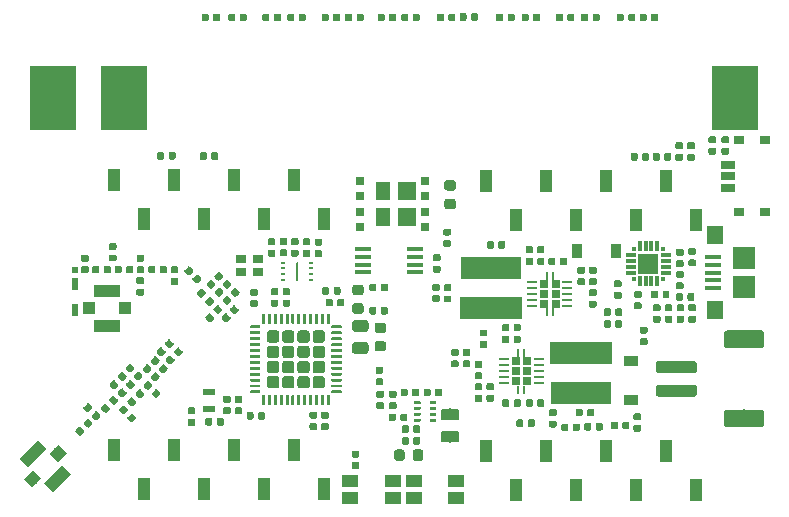
<source format=gbr>
G04 #@! TF.GenerationSoftware,KiCad,Pcbnew,5.1.3-ffb9f22~84~ubuntu19.04.1*
G04 #@! TF.CreationDate,2019-08-02T10:13:28-05:00*
G04 #@! TF.ProjectId,LeashPCB,4c656173-6850-4434-922e-6b696361645f,rev?*
G04 #@! TF.SameCoordinates,Original*
G04 #@! TF.FileFunction,Paste,Top*
G04 #@! TF.FilePolarity,Positive*
%FSLAX46Y46*%
G04 Gerber Fmt 4.6, Leading zero omitted, Abs format (unit mm)*
G04 Created by KiCad (PCBNEW 5.1.3-ffb9f22~84~ubuntu19.04.1) date 2019-08-02 10:13:28*
%MOMM*%
%LPD*%
G04 APERTURE LIST*
%ADD10R,0.500000X1.000000*%
%ADD11R,0.500000X0.500000*%
%ADD12C,0.100000*%
%ADD13C,0.590000*%
%ADD14R,1.000000X1.900000*%
%ADD15R,0.900000X0.750000*%
%ADD16R,1.300000X0.700000*%
%ADD17C,0.975000*%
%ADD18R,4.000000X5.500000*%
%ADD19R,0.850000X0.280000*%
%ADD20R,0.640000X0.640000*%
%ADD21R,0.280000X0.700000*%
%ADD22C,1.500000*%
%ADD23C,1.000000*%
%ADD24R,1.200000X1.550000*%
%ADD25R,1.600000X1.550000*%
%ADD26R,0.800000X0.700000*%
%ADD27R,1.450000X0.450000*%
%ADD28R,1.800000X1.800000*%
%ADD29R,0.900000X0.300000*%
%ADD30R,0.300000X0.900000*%
%ADD31R,0.300000X0.300000*%
%ADD32R,1.400000X1.600000*%
%ADD33R,1.350000X0.400000*%
%ADD34R,1.900000X1.900000*%
%ADD35C,0.875000*%
%ADD36R,5.300000X1.900000*%
%ADD37R,5.200000X1.900000*%
%ADD38C,0.250000*%
%ADD39C,0.200000*%
%ADD40R,0.300000X0.250000*%
%ADD41R,2.200000X1.050000*%
%ADD42R,1.050000X1.000000*%
%ADD43C,1.050000*%
%ADD44R,1.400000X1.050000*%
%ADD45C,1.040000*%
%ADD46R,1.200000X0.900000*%
%ADD47R,0.900000X1.200000*%
%ADD48R,0.900000X0.800000*%
%ADD49R,1.100000X0.600000*%
G04 APERTURE END LIST*
D10*
X101810000Y-63420000D03*
X101820000Y-61200000D03*
D11*
X101820000Y-60040000D03*
D12*
G36*
X149636958Y-72170710D02*
G01*
X149651276Y-72172834D01*
X149665317Y-72176351D01*
X149678946Y-72181228D01*
X149692031Y-72187417D01*
X149704447Y-72194858D01*
X149716073Y-72203481D01*
X149726798Y-72213202D01*
X149736519Y-72223927D01*
X149745142Y-72235553D01*
X149752583Y-72247969D01*
X149758772Y-72261054D01*
X149763649Y-72274683D01*
X149767166Y-72288724D01*
X149769290Y-72303042D01*
X149770000Y-72317500D01*
X149770000Y-72612500D01*
X149769290Y-72626958D01*
X149767166Y-72641276D01*
X149763649Y-72655317D01*
X149758772Y-72668946D01*
X149752583Y-72682031D01*
X149745142Y-72694447D01*
X149736519Y-72706073D01*
X149726798Y-72716798D01*
X149716073Y-72726519D01*
X149704447Y-72735142D01*
X149692031Y-72742583D01*
X149678946Y-72748772D01*
X149665317Y-72753649D01*
X149651276Y-72757166D01*
X149636958Y-72759290D01*
X149622500Y-72760000D01*
X149277500Y-72760000D01*
X149263042Y-72759290D01*
X149248724Y-72757166D01*
X149234683Y-72753649D01*
X149221054Y-72748772D01*
X149207969Y-72742583D01*
X149195553Y-72735142D01*
X149183927Y-72726519D01*
X149173202Y-72716798D01*
X149163481Y-72706073D01*
X149154858Y-72694447D01*
X149147417Y-72682031D01*
X149141228Y-72668946D01*
X149136351Y-72655317D01*
X149132834Y-72641276D01*
X149130710Y-72626958D01*
X149130000Y-72612500D01*
X149130000Y-72317500D01*
X149130710Y-72303042D01*
X149132834Y-72288724D01*
X149136351Y-72274683D01*
X149141228Y-72261054D01*
X149147417Y-72247969D01*
X149154858Y-72235553D01*
X149163481Y-72223927D01*
X149173202Y-72213202D01*
X149183927Y-72203481D01*
X149195553Y-72194858D01*
X149207969Y-72187417D01*
X149221054Y-72181228D01*
X149234683Y-72176351D01*
X149248724Y-72172834D01*
X149263042Y-72170710D01*
X149277500Y-72170000D01*
X149622500Y-72170000D01*
X149636958Y-72170710D01*
X149636958Y-72170710D01*
G37*
D13*
X149450000Y-72465000D03*
D12*
G36*
X149636958Y-73140710D02*
G01*
X149651276Y-73142834D01*
X149665317Y-73146351D01*
X149678946Y-73151228D01*
X149692031Y-73157417D01*
X149704447Y-73164858D01*
X149716073Y-73173481D01*
X149726798Y-73183202D01*
X149736519Y-73193927D01*
X149745142Y-73205553D01*
X149752583Y-73217969D01*
X149758772Y-73231054D01*
X149763649Y-73244683D01*
X149767166Y-73258724D01*
X149769290Y-73273042D01*
X149770000Y-73287500D01*
X149770000Y-73582500D01*
X149769290Y-73596958D01*
X149767166Y-73611276D01*
X149763649Y-73625317D01*
X149758772Y-73638946D01*
X149752583Y-73652031D01*
X149745142Y-73664447D01*
X149736519Y-73676073D01*
X149726798Y-73686798D01*
X149716073Y-73696519D01*
X149704447Y-73705142D01*
X149692031Y-73712583D01*
X149678946Y-73718772D01*
X149665317Y-73723649D01*
X149651276Y-73727166D01*
X149636958Y-73729290D01*
X149622500Y-73730000D01*
X149277500Y-73730000D01*
X149263042Y-73729290D01*
X149248724Y-73727166D01*
X149234683Y-73723649D01*
X149221054Y-73718772D01*
X149207969Y-73712583D01*
X149195553Y-73705142D01*
X149183927Y-73696519D01*
X149173202Y-73686798D01*
X149163481Y-73676073D01*
X149154858Y-73664447D01*
X149147417Y-73652031D01*
X149141228Y-73638946D01*
X149136351Y-73625317D01*
X149132834Y-73611276D01*
X149130710Y-73596958D01*
X149130000Y-73582500D01*
X149130000Y-73287500D01*
X149130710Y-73273042D01*
X149132834Y-73258724D01*
X149136351Y-73244683D01*
X149141228Y-73231054D01*
X149147417Y-73217969D01*
X149154858Y-73205553D01*
X149163481Y-73193927D01*
X149173202Y-73183202D01*
X149183927Y-73173481D01*
X149195553Y-73164858D01*
X149207969Y-73157417D01*
X149221054Y-73151228D01*
X149234683Y-73146351D01*
X149248724Y-73142834D01*
X149263042Y-73140710D01*
X149277500Y-73140000D01*
X149622500Y-73140000D01*
X149636958Y-73140710D01*
X149636958Y-73140710D01*
G37*
D13*
X149450000Y-73435000D03*
D12*
G36*
X143476958Y-73030710D02*
G01*
X143491276Y-73032834D01*
X143505317Y-73036351D01*
X143518946Y-73041228D01*
X143532031Y-73047417D01*
X143544447Y-73054858D01*
X143556073Y-73063481D01*
X143566798Y-73073202D01*
X143576519Y-73083927D01*
X143585142Y-73095553D01*
X143592583Y-73107969D01*
X143598772Y-73121054D01*
X143603649Y-73134683D01*
X143607166Y-73148724D01*
X143609290Y-73163042D01*
X143610000Y-73177500D01*
X143610000Y-73522500D01*
X143609290Y-73536958D01*
X143607166Y-73551276D01*
X143603649Y-73565317D01*
X143598772Y-73578946D01*
X143592583Y-73592031D01*
X143585142Y-73604447D01*
X143576519Y-73616073D01*
X143566798Y-73626798D01*
X143556073Y-73636519D01*
X143544447Y-73645142D01*
X143532031Y-73652583D01*
X143518946Y-73658772D01*
X143505317Y-73663649D01*
X143491276Y-73667166D01*
X143476958Y-73669290D01*
X143462500Y-73670000D01*
X143167500Y-73670000D01*
X143153042Y-73669290D01*
X143138724Y-73667166D01*
X143124683Y-73663649D01*
X143111054Y-73658772D01*
X143097969Y-73652583D01*
X143085553Y-73645142D01*
X143073927Y-73636519D01*
X143063202Y-73626798D01*
X143053481Y-73616073D01*
X143044858Y-73604447D01*
X143037417Y-73592031D01*
X143031228Y-73578946D01*
X143026351Y-73565317D01*
X143022834Y-73551276D01*
X143020710Y-73536958D01*
X143020000Y-73522500D01*
X143020000Y-73177500D01*
X143020710Y-73163042D01*
X143022834Y-73148724D01*
X143026351Y-73134683D01*
X143031228Y-73121054D01*
X143037417Y-73107969D01*
X143044858Y-73095553D01*
X143053481Y-73083927D01*
X143063202Y-73073202D01*
X143073927Y-73063481D01*
X143085553Y-73054858D01*
X143097969Y-73047417D01*
X143111054Y-73041228D01*
X143124683Y-73036351D01*
X143138724Y-73032834D01*
X143153042Y-73030710D01*
X143167500Y-73030000D01*
X143462500Y-73030000D01*
X143476958Y-73030710D01*
X143476958Y-73030710D01*
G37*
D13*
X143315000Y-73350000D03*
D12*
G36*
X144446958Y-73030710D02*
G01*
X144461276Y-73032834D01*
X144475317Y-73036351D01*
X144488946Y-73041228D01*
X144502031Y-73047417D01*
X144514447Y-73054858D01*
X144526073Y-73063481D01*
X144536798Y-73073202D01*
X144546519Y-73083927D01*
X144555142Y-73095553D01*
X144562583Y-73107969D01*
X144568772Y-73121054D01*
X144573649Y-73134683D01*
X144577166Y-73148724D01*
X144579290Y-73163042D01*
X144580000Y-73177500D01*
X144580000Y-73522500D01*
X144579290Y-73536958D01*
X144577166Y-73551276D01*
X144573649Y-73565317D01*
X144568772Y-73578946D01*
X144562583Y-73592031D01*
X144555142Y-73604447D01*
X144546519Y-73616073D01*
X144536798Y-73626798D01*
X144526073Y-73636519D01*
X144514447Y-73645142D01*
X144502031Y-73652583D01*
X144488946Y-73658772D01*
X144475317Y-73663649D01*
X144461276Y-73667166D01*
X144446958Y-73669290D01*
X144432500Y-73670000D01*
X144137500Y-73670000D01*
X144123042Y-73669290D01*
X144108724Y-73667166D01*
X144094683Y-73663649D01*
X144081054Y-73658772D01*
X144067969Y-73652583D01*
X144055553Y-73645142D01*
X144043927Y-73636519D01*
X144033202Y-73626798D01*
X144023481Y-73616073D01*
X144014858Y-73604447D01*
X144007417Y-73592031D01*
X144001228Y-73578946D01*
X143996351Y-73565317D01*
X143992834Y-73551276D01*
X143990710Y-73536958D01*
X143990000Y-73522500D01*
X143990000Y-73177500D01*
X143990710Y-73163042D01*
X143992834Y-73148724D01*
X143996351Y-73134683D01*
X144001228Y-73121054D01*
X144007417Y-73107969D01*
X144014858Y-73095553D01*
X144023481Y-73083927D01*
X144033202Y-73073202D01*
X144043927Y-73063481D01*
X144055553Y-73054858D01*
X144067969Y-73047417D01*
X144081054Y-73041228D01*
X144094683Y-73036351D01*
X144108724Y-73032834D01*
X144123042Y-73030710D01*
X144137500Y-73030000D01*
X144432500Y-73030000D01*
X144446958Y-73030710D01*
X144446958Y-73030710D01*
G37*
D13*
X144285000Y-73350000D03*
D12*
G36*
X153186958Y-49220710D02*
G01*
X153201276Y-49222834D01*
X153215317Y-49226351D01*
X153228946Y-49231228D01*
X153242031Y-49237417D01*
X153254447Y-49244858D01*
X153266073Y-49253481D01*
X153276798Y-49263202D01*
X153286519Y-49273927D01*
X153295142Y-49285553D01*
X153302583Y-49297969D01*
X153308772Y-49311054D01*
X153313649Y-49324683D01*
X153317166Y-49338724D01*
X153319290Y-49353042D01*
X153320000Y-49367500D01*
X153320000Y-49662500D01*
X153319290Y-49676958D01*
X153317166Y-49691276D01*
X153313649Y-49705317D01*
X153308772Y-49718946D01*
X153302583Y-49732031D01*
X153295142Y-49744447D01*
X153286519Y-49756073D01*
X153276798Y-49766798D01*
X153266073Y-49776519D01*
X153254447Y-49785142D01*
X153242031Y-49792583D01*
X153228946Y-49798772D01*
X153215317Y-49803649D01*
X153201276Y-49807166D01*
X153186958Y-49809290D01*
X153172500Y-49810000D01*
X152827500Y-49810000D01*
X152813042Y-49809290D01*
X152798724Y-49807166D01*
X152784683Y-49803649D01*
X152771054Y-49798772D01*
X152757969Y-49792583D01*
X152745553Y-49785142D01*
X152733927Y-49776519D01*
X152723202Y-49766798D01*
X152713481Y-49756073D01*
X152704858Y-49744447D01*
X152697417Y-49732031D01*
X152691228Y-49718946D01*
X152686351Y-49705317D01*
X152682834Y-49691276D01*
X152680710Y-49676958D01*
X152680000Y-49662500D01*
X152680000Y-49367500D01*
X152680710Y-49353042D01*
X152682834Y-49338724D01*
X152686351Y-49324683D01*
X152691228Y-49311054D01*
X152697417Y-49297969D01*
X152704858Y-49285553D01*
X152713481Y-49273927D01*
X152723202Y-49263202D01*
X152733927Y-49253481D01*
X152745553Y-49244858D01*
X152757969Y-49237417D01*
X152771054Y-49231228D01*
X152784683Y-49226351D01*
X152798724Y-49222834D01*
X152813042Y-49220710D01*
X152827500Y-49220000D01*
X153172500Y-49220000D01*
X153186958Y-49220710D01*
X153186958Y-49220710D01*
G37*
D13*
X153000000Y-49515000D03*
D12*
G36*
X153186958Y-50190710D02*
G01*
X153201276Y-50192834D01*
X153215317Y-50196351D01*
X153228946Y-50201228D01*
X153242031Y-50207417D01*
X153254447Y-50214858D01*
X153266073Y-50223481D01*
X153276798Y-50233202D01*
X153286519Y-50243927D01*
X153295142Y-50255553D01*
X153302583Y-50267969D01*
X153308772Y-50281054D01*
X153313649Y-50294683D01*
X153317166Y-50308724D01*
X153319290Y-50323042D01*
X153320000Y-50337500D01*
X153320000Y-50632500D01*
X153319290Y-50646958D01*
X153317166Y-50661276D01*
X153313649Y-50675317D01*
X153308772Y-50688946D01*
X153302583Y-50702031D01*
X153295142Y-50714447D01*
X153286519Y-50726073D01*
X153276798Y-50736798D01*
X153266073Y-50746519D01*
X153254447Y-50755142D01*
X153242031Y-50762583D01*
X153228946Y-50768772D01*
X153215317Y-50773649D01*
X153201276Y-50777166D01*
X153186958Y-50779290D01*
X153172500Y-50780000D01*
X152827500Y-50780000D01*
X152813042Y-50779290D01*
X152798724Y-50777166D01*
X152784683Y-50773649D01*
X152771054Y-50768772D01*
X152757969Y-50762583D01*
X152745553Y-50755142D01*
X152733927Y-50746519D01*
X152723202Y-50736798D01*
X152713481Y-50726073D01*
X152704858Y-50714447D01*
X152697417Y-50702031D01*
X152691228Y-50688946D01*
X152686351Y-50675317D01*
X152682834Y-50661276D01*
X152680710Y-50646958D01*
X152680000Y-50632500D01*
X152680000Y-50337500D01*
X152680710Y-50323042D01*
X152682834Y-50308724D01*
X152686351Y-50294683D01*
X152691228Y-50281054D01*
X152697417Y-50267969D01*
X152704858Y-50255553D01*
X152713481Y-50243927D01*
X152723202Y-50233202D01*
X152733927Y-50223481D01*
X152745553Y-50214858D01*
X152757969Y-50207417D01*
X152771054Y-50201228D01*
X152784683Y-50196351D01*
X152798724Y-50192834D01*
X152813042Y-50190710D01*
X152827500Y-50190000D01*
X153172500Y-50190000D01*
X153186958Y-50190710D01*
X153186958Y-50190710D01*
G37*
D13*
X153000000Y-50485000D03*
D12*
G36*
X154186958Y-49220710D02*
G01*
X154201276Y-49222834D01*
X154215317Y-49226351D01*
X154228946Y-49231228D01*
X154242031Y-49237417D01*
X154254447Y-49244858D01*
X154266073Y-49253481D01*
X154276798Y-49263202D01*
X154286519Y-49273927D01*
X154295142Y-49285553D01*
X154302583Y-49297969D01*
X154308772Y-49311054D01*
X154313649Y-49324683D01*
X154317166Y-49338724D01*
X154319290Y-49353042D01*
X154320000Y-49367500D01*
X154320000Y-49662500D01*
X154319290Y-49676958D01*
X154317166Y-49691276D01*
X154313649Y-49705317D01*
X154308772Y-49718946D01*
X154302583Y-49732031D01*
X154295142Y-49744447D01*
X154286519Y-49756073D01*
X154276798Y-49766798D01*
X154266073Y-49776519D01*
X154254447Y-49785142D01*
X154242031Y-49792583D01*
X154228946Y-49798772D01*
X154215317Y-49803649D01*
X154201276Y-49807166D01*
X154186958Y-49809290D01*
X154172500Y-49810000D01*
X153827500Y-49810000D01*
X153813042Y-49809290D01*
X153798724Y-49807166D01*
X153784683Y-49803649D01*
X153771054Y-49798772D01*
X153757969Y-49792583D01*
X153745553Y-49785142D01*
X153733927Y-49776519D01*
X153723202Y-49766798D01*
X153713481Y-49756073D01*
X153704858Y-49744447D01*
X153697417Y-49732031D01*
X153691228Y-49718946D01*
X153686351Y-49705317D01*
X153682834Y-49691276D01*
X153680710Y-49676958D01*
X153680000Y-49662500D01*
X153680000Y-49367500D01*
X153680710Y-49353042D01*
X153682834Y-49338724D01*
X153686351Y-49324683D01*
X153691228Y-49311054D01*
X153697417Y-49297969D01*
X153704858Y-49285553D01*
X153713481Y-49273927D01*
X153723202Y-49263202D01*
X153733927Y-49253481D01*
X153745553Y-49244858D01*
X153757969Y-49237417D01*
X153771054Y-49231228D01*
X153784683Y-49226351D01*
X153798724Y-49222834D01*
X153813042Y-49220710D01*
X153827500Y-49220000D01*
X154172500Y-49220000D01*
X154186958Y-49220710D01*
X154186958Y-49220710D01*
G37*
D13*
X154000000Y-49515000D03*
D12*
G36*
X154186958Y-50190710D02*
G01*
X154201276Y-50192834D01*
X154215317Y-50196351D01*
X154228946Y-50201228D01*
X154242031Y-50207417D01*
X154254447Y-50214858D01*
X154266073Y-50223481D01*
X154276798Y-50233202D01*
X154286519Y-50243927D01*
X154295142Y-50255553D01*
X154302583Y-50267969D01*
X154308772Y-50281054D01*
X154313649Y-50294683D01*
X154317166Y-50308724D01*
X154319290Y-50323042D01*
X154320000Y-50337500D01*
X154320000Y-50632500D01*
X154319290Y-50646958D01*
X154317166Y-50661276D01*
X154313649Y-50675317D01*
X154308772Y-50688946D01*
X154302583Y-50702031D01*
X154295142Y-50714447D01*
X154286519Y-50726073D01*
X154276798Y-50736798D01*
X154266073Y-50746519D01*
X154254447Y-50755142D01*
X154242031Y-50762583D01*
X154228946Y-50768772D01*
X154215317Y-50773649D01*
X154201276Y-50777166D01*
X154186958Y-50779290D01*
X154172500Y-50780000D01*
X153827500Y-50780000D01*
X153813042Y-50779290D01*
X153798724Y-50777166D01*
X153784683Y-50773649D01*
X153771054Y-50768772D01*
X153757969Y-50762583D01*
X153745553Y-50755142D01*
X153733927Y-50746519D01*
X153723202Y-50736798D01*
X153713481Y-50726073D01*
X153704858Y-50714447D01*
X153697417Y-50702031D01*
X153691228Y-50688946D01*
X153686351Y-50675317D01*
X153682834Y-50661276D01*
X153680710Y-50646958D01*
X153680000Y-50632500D01*
X153680000Y-50337500D01*
X153680710Y-50323042D01*
X153682834Y-50308724D01*
X153686351Y-50294683D01*
X153691228Y-50281054D01*
X153697417Y-50267969D01*
X153704858Y-50255553D01*
X153713481Y-50243927D01*
X153723202Y-50233202D01*
X153733927Y-50223481D01*
X153745553Y-50214858D01*
X153757969Y-50207417D01*
X153771054Y-50201228D01*
X153784683Y-50196351D01*
X153798724Y-50192834D01*
X153813042Y-50190710D01*
X153827500Y-50190000D01*
X154172500Y-50190000D01*
X154186958Y-50190710D01*
X154186958Y-50190710D01*
G37*
D13*
X154000000Y-50485000D03*
D12*
G36*
X139446958Y-64580710D02*
G01*
X139461276Y-64582834D01*
X139475317Y-64586351D01*
X139488946Y-64591228D01*
X139502031Y-64597417D01*
X139514447Y-64604858D01*
X139526073Y-64613481D01*
X139536798Y-64623202D01*
X139546519Y-64633927D01*
X139555142Y-64645553D01*
X139562583Y-64657969D01*
X139568772Y-64671054D01*
X139573649Y-64684683D01*
X139577166Y-64698724D01*
X139579290Y-64713042D01*
X139580000Y-64727500D01*
X139580000Y-65072500D01*
X139579290Y-65086958D01*
X139577166Y-65101276D01*
X139573649Y-65115317D01*
X139568772Y-65128946D01*
X139562583Y-65142031D01*
X139555142Y-65154447D01*
X139546519Y-65166073D01*
X139536798Y-65176798D01*
X139526073Y-65186519D01*
X139514447Y-65195142D01*
X139502031Y-65202583D01*
X139488946Y-65208772D01*
X139475317Y-65213649D01*
X139461276Y-65217166D01*
X139446958Y-65219290D01*
X139432500Y-65220000D01*
X139137500Y-65220000D01*
X139123042Y-65219290D01*
X139108724Y-65217166D01*
X139094683Y-65213649D01*
X139081054Y-65208772D01*
X139067969Y-65202583D01*
X139055553Y-65195142D01*
X139043927Y-65186519D01*
X139033202Y-65176798D01*
X139023481Y-65166073D01*
X139014858Y-65154447D01*
X139007417Y-65142031D01*
X139001228Y-65128946D01*
X138996351Y-65115317D01*
X138992834Y-65101276D01*
X138990710Y-65086958D01*
X138990000Y-65072500D01*
X138990000Y-64727500D01*
X138990710Y-64713042D01*
X138992834Y-64698724D01*
X138996351Y-64684683D01*
X139001228Y-64671054D01*
X139007417Y-64657969D01*
X139014858Y-64645553D01*
X139023481Y-64633927D01*
X139033202Y-64623202D01*
X139043927Y-64613481D01*
X139055553Y-64604858D01*
X139067969Y-64597417D01*
X139081054Y-64591228D01*
X139094683Y-64586351D01*
X139108724Y-64582834D01*
X139123042Y-64580710D01*
X139137500Y-64580000D01*
X139432500Y-64580000D01*
X139446958Y-64580710D01*
X139446958Y-64580710D01*
G37*
D13*
X139285000Y-64900000D03*
D12*
G36*
X138476958Y-64580710D02*
G01*
X138491276Y-64582834D01*
X138505317Y-64586351D01*
X138518946Y-64591228D01*
X138532031Y-64597417D01*
X138544447Y-64604858D01*
X138556073Y-64613481D01*
X138566798Y-64623202D01*
X138576519Y-64633927D01*
X138585142Y-64645553D01*
X138592583Y-64657969D01*
X138598772Y-64671054D01*
X138603649Y-64684683D01*
X138607166Y-64698724D01*
X138609290Y-64713042D01*
X138610000Y-64727500D01*
X138610000Y-65072500D01*
X138609290Y-65086958D01*
X138607166Y-65101276D01*
X138603649Y-65115317D01*
X138598772Y-65128946D01*
X138592583Y-65142031D01*
X138585142Y-65154447D01*
X138576519Y-65166073D01*
X138566798Y-65176798D01*
X138556073Y-65186519D01*
X138544447Y-65195142D01*
X138532031Y-65202583D01*
X138518946Y-65208772D01*
X138505317Y-65213649D01*
X138491276Y-65217166D01*
X138476958Y-65219290D01*
X138462500Y-65220000D01*
X138167500Y-65220000D01*
X138153042Y-65219290D01*
X138138724Y-65217166D01*
X138124683Y-65213649D01*
X138111054Y-65208772D01*
X138097969Y-65202583D01*
X138085553Y-65195142D01*
X138073927Y-65186519D01*
X138063202Y-65176798D01*
X138053481Y-65166073D01*
X138044858Y-65154447D01*
X138037417Y-65142031D01*
X138031228Y-65128946D01*
X138026351Y-65115317D01*
X138022834Y-65101276D01*
X138020710Y-65086958D01*
X138020000Y-65072500D01*
X138020000Y-64727500D01*
X138020710Y-64713042D01*
X138022834Y-64698724D01*
X138026351Y-64684683D01*
X138031228Y-64671054D01*
X138037417Y-64657969D01*
X138044858Y-64645553D01*
X138053481Y-64633927D01*
X138063202Y-64623202D01*
X138073927Y-64613481D01*
X138085553Y-64604858D01*
X138097969Y-64597417D01*
X138111054Y-64591228D01*
X138124683Y-64586351D01*
X138138724Y-64582834D01*
X138153042Y-64580710D01*
X138167500Y-64580000D01*
X138462500Y-64580000D01*
X138476958Y-64580710D01*
X138476958Y-64580710D01*
G37*
D13*
X138315000Y-64900000D03*
D14*
X115270000Y-75279999D03*
X110190000Y-75279999D03*
X120350000Y-75279999D03*
X112730000Y-78579999D03*
X105110000Y-75279999D03*
X107650000Y-78579999D03*
X117810000Y-78579999D03*
X122890000Y-78579999D03*
X107650000Y-55719999D03*
X112730000Y-55719999D03*
X117810000Y-55719999D03*
X122890000Y-55719999D03*
X105110000Y-52419999D03*
X110190000Y-52419999D03*
X115270000Y-52419999D03*
X120350000Y-52419999D03*
D15*
X160300000Y-49050000D03*
X158100000Y-49050000D03*
X160300000Y-55150000D03*
X158100000Y-55150000D03*
D16*
X157150000Y-51100000D03*
X157150000Y-52100000D03*
X157150000Y-53100000D03*
D12*
G36*
X157086958Y-48720710D02*
G01*
X157101276Y-48722834D01*
X157115317Y-48726351D01*
X157128946Y-48731228D01*
X157142031Y-48737417D01*
X157154447Y-48744858D01*
X157166073Y-48753481D01*
X157176798Y-48763202D01*
X157186519Y-48773927D01*
X157195142Y-48785553D01*
X157202583Y-48797969D01*
X157208772Y-48811054D01*
X157213649Y-48824683D01*
X157217166Y-48838724D01*
X157219290Y-48853042D01*
X157220000Y-48867500D01*
X157220000Y-49162500D01*
X157219290Y-49176958D01*
X157217166Y-49191276D01*
X157213649Y-49205317D01*
X157208772Y-49218946D01*
X157202583Y-49232031D01*
X157195142Y-49244447D01*
X157186519Y-49256073D01*
X157176798Y-49266798D01*
X157166073Y-49276519D01*
X157154447Y-49285142D01*
X157142031Y-49292583D01*
X157128946Y-49298772D01*
X157115317Y-49303649D01*
X157101276Y-49307166D01*
X157086958Y-49309290D01*
X157072500Y-49310000D01*
X156727500Y-49310000D01*
X156713042Y-49309290D01*
X156698724Y-49307166D01*
X156684683Y-49303649D01*
X156671054Y-49298772D01*
X156657969Y-49292583D01*
X156645553Y-49285142D01*
X156633927Y-49276519D01*
X156623202Y-49266798D01*
X156613481Y-49256073D01*
X156604858Y-49244447D01*
X156597417Y-49232031D01*
X156591228Y-49218946D01*
X156586351Y-49205317D01*
X156582834Y-49191276D01*
X156580710Y-49176958D01*
X156580000Y-49162500D01*
X156580000Y-48867500D01*
X156580710Y-48853042D01*
X156582834Y-48838724D01*
X156586351Y-48824683D01*
X156591228Y-48811054D01*
X156597417Y-48797969D01*
X156604858Y-48785553D01*
X156613481Y-48773927D01*
X156623202Y-48763202D01*
X156633927Y-48753481D01*
X156645553Y-48744858D01*
X156657969Y-48737417D01*
X156671054Y-48731228D01*
X156684683Y-48726351D01*
X156698724Y-48722834D01*
X156713042Y-48720710D01*
X156727500Y-48720000D01*
X157072500Y-48720000D01*
X157086958Y-48720710D01*
X157086958Y-48720710D01*
G37*
D13*
X156900000Y-49015000D03*
D12*
G36*
X157086958Y-49690710D02*
G01*
X157101276Y-49692834D01*
X157115317Y-49696351D01*
X157128946Y-49701228D01*
X157142031Y-49707417D01*
X157154447Y-49714858D01*
X157166073Y-49723481D01*
X157176798Y-49733202D01*
X157186519Y-49743927D01*
X157195142Y-49755553D01*
X157202583Y-49767969D01*
X157208772Y-49781054D01*
X157213649Y-49794683D01*
X157217166Y-49808724D01*
X157219290Y-49823042D01*
X157220000Y-49837500D01*
X157220000Y-50132500D01*
X157219290Y-50146958D01*
X157217166Y-50161276D01*
X157213649Y-50175317D01*
X157208772Y-50188946D01*
X157202583Y-50202031D01*
X157195142Y-50214447D01*
X157186519Y-50226073D01*
X157176798Y-50236798D01*
X157166073Y-50246519D01*
X157154447Y-50255142D01*
X157142031Y-50262583D01*
X157128946Y-50268772D01*
X157115317Y-50273649D01*
X157101276Y-50277166D01*
X157086958Y-50279290D01*
X157072500Y-50280000D01*
X156727500Y-50280000D01*
X156713042Y-50279290D01*
X156698724Y-50277166D01*
X156684683Y-50273649D01*
X156671054Y-50268772D01*
X156657969Y-50262583D01*
X156645553Y-50255142D01*
X156633927Y-50246519D01*
X156623202Y-50236798D01*
X156613481Y-50226073D01*
X156604858Y-50214447D01*
X156597417Y-50202031D01*
X156591228Y-50188946D01*
X156586351Y-50175317D01*
X156582834Y-50161276D01*
X156580710Y-50146958D01*
X156580000Y-50132500D01*
X156580000Y-49837500D01*
X156580710Y-49823042D01*
X156582834Y-49808724D01*
X156586351Y-49794683D01*
X156591228Y-49781054D01*
X156597417Y-49767969D01*
X156604858Y-49755553D01*
X156613481Y-49743927D01*
X156623202Y-49733202D01*
X156633927Y-49723481D01*
X156645553Y-49714858D01*
X156657969Y-49707417D01*
X156671054Y-49701228D01*
X156684683Y-49696351D01*
X156698724Y-49692834D01*
X156713042Y-49690710D01*
X156727500Y-49690000D01*
X157072500Y-49690000D01*
X157086958Y-49690710D01*
X157086958Y-49690710D01*
G37*
D13*
X156900000Y-49985000D03*
D12*
G36*
X137176958Y-57580710D02*
G01*
X137191276Y-57582834D01*
X137205317Y-57586351D01*
X137218946Y-57591228D01*
X137232031Y-57597417D01*
X137244447Y-57604858D01*
X137256073Y-57613481D01*
X137266798Y-57623202D01*
X137276519Y-57633927D01*
X137285142Y-57645553D01*
X137292583Y-57657969D01*
X137298772Y-57671054D01*
X137303649Y-57684683D01*
X137307166Y-57698724D01*
X137309290Y-57713042D01*
X137310000Y-57727500D01*
X137310000Y-58072500D01*
X137309290Y-58086958D01*
X137307166Y-58101276D01*
X137303649Y-58115317D01*
X137298772Y-58128946D01*
X137292583Y-58142031D01*
X137285142Y-58154447D01*
X137276519Y-58166073D01*
X137266798Y-58176798D01*
X137256073Y-58186519D01*
X137244447Y-58195142D01*
X137232031Y-58202583D01*
X137218946Y-58208772D01*
X137205317Y-58213649D01*
X137191276Y-58217166D01*
X137176958Y-58219290D01*
X137162500Y-58220000D01*
X136867500Y-58220000D01*
X136853042Y-58219290D01*
X136838724Y-58217166D01*
X136824683Y-58213649D01*
X136811054Y-58208772D01*
X136797969Y-58202583D01*
X136785553Y-58195142D01*
X136773927Y-58186519D01*
X136763202Y-58176798D01*
X136753481Y-58166073D01*
X136744858Y-58154447D01*
X136737417Y-58142031D01*
X136731228Y-58128946D01*
X136726351Y-58115317D01*
X136722834Y-58101276D01*
X136720710Y-58086958D01*
X136720000Y-58072500D01*
X136720000Y-57727500D01*
X136720710Y-57713042D01*
X136722834Y-57698724D01*
X136726351Y-57684683D01*
X136731228Y-57671054D01*
X136737417Y-57657969D01*
X136744858Y-57645553D01*
X136753481Y-57633927D01*
X136763202Y-57623202D01*
X136773927Y-57613481D01*
X136785553Y-57604858D01*
X136797969Y-57597417D01*
X136811054Y-57591228D01*
X136824683Y-57586351D01*
X136838724Y-57582834D01*
X136853042Y-57580710D01*
X136867500Y-57580000D01*
X137162500Y-57580000D01*
X137176958Y-57580710D01*
X137176958Y-57580710D01*
G37*
D13*
X137015000Y-57900000D03*
D12*
G36*
X138146958Y-57580710D02*
G01*
X138161276Y-57582834D01*
X138175317Y-57586351D01*
X138188946Y-57591228D01*
X138202031Y-57597417D01*
X138214447Y-57604858D01*
X138226073Y-57613481D01*
X138236798Y-57623202D01*
X138246519Y-57633927D01*
X138255142Y-57645553D01*
X138262583Y-57657969D01*
X138268772Y-57671054D01*
X138273649Y-57684683D01*
X138277166Y-57698724D01*
X138279290Y-57713042D01*
X138280000Y-57727500D01*
X138280000Y-58072500D01*
X138279290Y-58086958D01*
X138277166Y-58101276D01*
X138273649Y-58115317D01*
X138268772Y-58128946D01*
X138262583Y-58142031D01*
X138255142Y-58154447D01*
X138246519Y-58166073D01*
X138236798Y-58176798D01*
X138226073Y-58186519D01*
X138214447Y-58195142D01*
X138202031Y-58202583D01*
X138188946Y-58208772D01*
X138175317Y-58213649D01*
X138161276Y-58217166D01*
X138146958Y-58219290D01*
X138132500Y-58220000D01*
X137837500Y-58220000D01*
X137823042Y-58219290D01*
X137808724Y-58217166D01*
X137794683Y-58213649D01*
X137781054Y-58208772D01*
X137767969Y-58202583D01*
X137755553Y-58195142D01*
X137743927Y-58186519D01*
X137733202Y-58176798D01*
X137723481Y-58166073D01*
X137714858Y-58154447D01*
X137707417Y-58142031D01*
X137701228Y-58128946D01*
X137696351Y-58115317D01*
X137692834Y-58101276D01*
X137690710Y-58086958D01*
X137690000Y-58072500D01*
X137690000Y-57727500D01*
X137690710Y-57713042D01*
X137692834Y-57698724D01*
X137696351Y-57684683D01*
X137701228Y-57671054D01*
X137707417Y-57657969D01*
X137714858Y-57645553D01*
X137723481Y-57633927D01*
X137733202Y-57623202D01*
X137743927Y-57613481D01*
X137755553Y-57604858D01*
X137767969Y-57597417D01*
X137781054Y-57591228D01*
X137794683Y-57586351D01*
X137808724Y-57582834D01*
X137823042Y-57580710D01*
X137837500Y-57580000D01*
X138132500Y-57580000D01*
X138146958Y-57580710D01*
X138146958Y-57580710D01*
G37*
D13*
X137985000Y-57900000D03*
D12*
G36*
X144691958Y-71780710D02*
G01*
X144706276Y-71782834D01*
X144720317Y-71786351D01*
X144733946Y-71791228D01*
X144747031Y-71797417D01*
X144759447Y-71804858D01*
X144771073Y-71813481D01*
X144781798Y-71823202D01*
X144791519Y-71833927D01*
X144800142Y-71845553D01*
X144807583Y-71857969D01*
X144813772Y-71871054D01*
X144818649Y-71884683D01*
X144822166Y-71898724D01*
X144824290Y-71913042D01*
X144825000Y-71927500D01*
X144825000Y-72272500D01*
X144824290Y-72286958D01*
X144822166Y-72301276D01*
X144818649Y-72315317D01*
X144813772Y-72328946D01*
X144807583Y-72342031D01*
X144800142Y-72354447D01*
X144791519Y-72366073D01*
X144781798Y-72376798D01*
X144771073Y-72386519D01*
X144759447Y-72395142D01*
X144747031Y-72402583D01*
X144733946Y-72408772D01*
X144720317Y-72413649D01*
X144706276Y-72417166D01*
X144691958Y-72419290D01*
X144677500Y-72420000D01*
X144382500Y-72420000D01*
X144368042Y-72419290D01*
X144353724Y-72417166D01*
X144339683Y-72413649D01*
X144326054Y-72408772D01*
X144312969Y-72402583D01*
X144300553Y-72395142D01*
X144288927Y-72386519D01*
X144278202Y-72376798D01*
X144268481Y-72366073D01*
X144259858Y-72354447D01*
X144252417Y-72342031D01*
X144246228Y-72328946D01*
X144241351Y-72315317D01*
X144237834Y-72301276D01*
X144235710Y-72286958D01*
X144235000Y-72272500D01*
X144235000Y-71927500D01*
X144235710Y-71913042D01*
X144237834Y-71898724D01*
X144241351Y-71884683D01*
X144246228Y-71871054D01*
X144252417Y-71857969D01*
X144259858Y-71845553D01*
X144268481Y-71833927D01*
X144278202Y-71823202D01*
X144288927Y-71813481D01*
X144300553Y-71804858D01*
X144312969Y-71797417D01*
X144326054Y-71791228D01*
X144339683Y-71786351D01*
X144353724Y-71782834D01*
X144368042Y-71780710D01*
X144382500Y-71780000D01*
X144677500Y-71780000D01*
X144691958Y-71780710D01*
X144691958Y-71780710D01*
G37*
D13*
X144530000Y-72100000D03*
D12*
G36*
X145661958Y-71780710D02*
G01*
X145676276Y-71782834D01*
X145690317Y-71786351D01*
X145703946Y-71791228D01*
X145717031Y-71797417D01*
X145729447Y-71804858D01*
X145741073Y-71813481D01*
X145751798Y-71823202D01*
X145761519Y-71833927D01*
X145770142Y-71845553D01*
X145777583Y-71857969D01*
X145783772Y-71871054D01*
X145788649Y-71884683D01*
X145792166Y-71898724D01*
X145794290Y-71913042D01*
X145795000Y-71927500D01*
X145795000Y-72272500D01*
X145794290Y-72286958D01*
X145792166Y-72301276D01*
X145788649Y-72315317D01*
X145783772Y-72328946D01*
X145777583Y-72342031D01*
X145770142Y-72354447D01*
X145761519Y-72366073D01*
X145751798Y-72376798D01*
X145741073Y-72386519D01*
X145729447Y-72395142D01*
X145717031Y-72402583D01*
X145703946Y-72408772D01*
X145690317Y-72413649D01*
X145676276Y-72417166D01*
X145661958Y-72419290D01*
X145647500Y-72420000D01*
X145352500Y-72420000D01*
X145338042Y-72419290D01*
X145323724Y-72417166D01*
X145309683Y-72413649D01*
X145296054Y-72408772D01*
X145282969Y-72402583D01*
X145270553Y-72395142D01*
X145258927Y-72386519D01*
X145248202Y-72376798D01*
X145238481Y-72366073D01*
X145229858Y-72354447D01*
X145222417Y-72342031D01*
X145216228Y-72328946D01*
X145211351Y-72315317D01*
X145207834Y-72301276D01*
X145205710Y-72286958D01*
X145205000Y-72272500D01*
X145205000Y-71927500D01*
X145205710Y-71913042D01*
X145207834Y-71898724D01*
X145211351Y-71884683D01*
X145216228Y-71871054D01*
X145222417Y-71857969D01*
X145229858Y-71845553D01*
X145238481Y-71833927D01*
X145248202Y-71823202D01*
X145258927Y-71813481D01*
X145270553Y-71804858D01*
X145282969Y-71797417D01*
X145296054Y-71791228D01*
X145309683Y-71786351D01*
X145323724Y-71782834D01*
X145338042Y-71780710D01*
X145352500Y-71780000D01*
X145647500Y-71780000D01*
X145661958Y-71780710D01*
X145661958Y-71780710D01*
G37*
D13*
X145500000Y-72100000D03*
D12*
G36*
X150186958Y-65790710D02*
G01*
X150201276Y-65792834D01*
X150215317Y-65796351D01*
X150228946Y-65801228D01*
X150242031Y-65807417D01*
X150254447Y-65814858D01*
X150266073Y-65823481D01*
X150276798Y-65833202D01*
X150286519Y-65843927D01*
X150295142Y-65855553D01*
X150302583Y-65867969D01*
X150308772Y-65881054D01*
X150313649Y-65894683D01*
X150317166Y-65908724D01*
X150319290Y-65923042D01*
X150320000Y-65937500D01*
X150320000Y-66232500D01*
X150319290Y-66246958D01*
X150317166Y-66261276D01*
X150313649Y-66275317D01*
X150308772Y-66288946D01*
X150302583Y-66302031D01*
X150295142Y-66314447D01*
X150286519Y-66326073D01*
X150276798Y-66336798D01*
X150266073Y-66346519D01*
X150254447Y-66355142D01*
X150242031Y-66362583D01*
X150228946Y-66368772D01*
X150215317Y-66373649D01*
X150201276Y-66377166D01*
X150186958Y-66379290D01*
X150172500Y-66380000D01*
X149827500Y-66380000D01*
X149813042Y-66379290D01*
X149798724Y-66377166D01*
X149784683Y-66373649D01*
X149771054Y-66368772D01*
X149757969Y-66362583D01*
X149745553Y-66355142D01*
X149733927Y-66346519D01*
X149723202Y-66336798D01*
X149713481Y-66326073D01*
X149704858Y-66314447D01*
X149697417Y-66302031D01*
X149691228Y-66288946D01*
X149686351Y-66275317D01*
X149682834Y-66261276D01*
X149680710Y-66246958D01*
X149680000Y-66232500D01*
X149680000Y-65937500D01*
X149680710Y-65923042D01*
X149682834Y-65908724D01*
X149686351Y-65894683D01*
X149691228Y-65881054D01*
X149697417Y-65867969D01*
X149704858Y-65855553D01*
X149713481Y-65843927D01*
X149723202Y-65833202D01*
X149733927Y-65823481D01*
X149745553Y-65814858D01*
X149757969Y-65807417D01*
X149771054Y-65801228D01*
X149784683Y-65796351D01*
X149798724Y-65792834D01*
X149813042Y-65790710D01*
X149827500Y-65790000D01*
X150172500Y-65790000D01*
X150186958Y-65790710D01*
X150186958Y-65790710D01*
G37*
D13*
X150000000Y-66085000D03*
D12*
G36*
X150186958Y-64820710D02*
G01*
X150201276Y-64822834D01*
X150215317Y-64826351D01*
X150228946Y-64831228D01*
X150242031Y-64837417D01*
X150254447Y-64844858D01*
X150266073Y-64853481D01*
X150276798Y-64863202D01*
X150286519Y-64873927D01*
X150295142Y-64885553D01*
X150302583Y-64897969D01*
X150308772Y-64911054D01*
X150313649Y-64924683D01*
X150317166Y-64938724D01*
X150319290Y-64953042D01*
X150320000Y-64967500D01*
X150320000Y-65262500D01*
X150319290Y-65276958D01*
X150317166Y-65291276D01*
X150313649Y-65305317D01*
X150308772Y-65318946D01*
X150302583Y-65332031D01*
X150295142Y-65344447D01*
X150286519Y-65356073D01*
X150276798Y-65366798D01*
X150266073Y-65376519D01*
X150254447Y-65385142D01*
X150242031Y-65392583D01*
X150228946Y-65398772D01*
X150215317Y-65403649D01*
X150201276Y-65407166D01*
X150186958Y-65409290D01*
X150172500Y-65410000D01*
X149827500Y-65410000D01*
X149813042Y-65409290D01*
X149798724Y-65407166D01*
X149784683Y-65403649D01*
X149771054Y-65398772D01*
X149757969Y-65392583D01*
X149745553Y-65385142D01*
X149733927Y-65376519D01*
X149723202Y-65366798D01*
X149713481Y-65356073D01*
X149704858Y-65344447D01*
X149697417Y-65332031D01*
X149691228Y-65318946D01*
X149686351Y-65305317D01*
X149682834Y-65291276D01*
X149680710Y-65276958D01*
X149680000Y-65262500D01*
X149680000Y-64967500D01*
X149680710Y-64953042D01*
X149682834Y-64938724D01*
X149686351Y-64924683D01*
X149691228Y-64911054D01*
X149697417Y-64897969D01*
X149704858Y-64885553D01*
X149713481Y-64873927D01*
X149723202Y-64863202D01*
X149733927Y-64853481D01*
X149745553Y-64844858D01*
X149757969Y-64837417D01*
X149771054Y-64831228D01*
X149784683Y-64826351D01*
X149798724Y-64822834D01*
X149813042Y-64820710D01*
X149827500Y-64820000D01*
X150172500Y-64820000D01*
X150186958Y-64820710D01*
X150186958Y-64820710D01*
G37*
D13*
X150000000Y-65115000D03*
D12*
G36*
X126480142Y-66151174D02*
G01*
X126503803Y-66154684D01*
X126527007Y-66160496D01*
X126549529Y-66168554D01*
X126571153Y-66178782D01*
X126591670Y-66191079D01*
X126610883Y-66205329D01*
X126628607Y-66221393D01*
X126644671Y-66239117D01*
X126658921Y-66258330D01*
X126671218Y-66278847D01*
X126681446Y-66300471D01*
X126689504Y-66322993D01*
X126695316Y-66346197D01*
X126698826Y-66369858D01*
X126700000Y-66393750D01*
X126700000Y-66881250D01*
X126698826Y-66905142D01*
X126695316Y-66928803D01*
X126689504Y-66952007D01*
X126681446Y-66974529D01*
X126671218Y-66996153D01*
X126658921Y-67016670D01*
X126644671Y-67035883D01*
X126628607Y-67053607D01*
X126610883Y-67069671D01*
X126591670Y-67083921D01*
X126571153Y-67096218D01*
X126549529Y-67106446D01*
X126527007Y-67114504D01*
X126503803Y-67120316D01*
X126480142Y-67123826D01*
X126456250Y-67125000D01*
X125543750Y-67125000D01*
X125519858Y-67123826D01*
X125496197Y-67120316D01*
X125472993Y-67114504D01*
X125450471Y-67106446D01*
X125428847Y-67096218D01*
X125408330Y-67083921D01*
X125389117Y-67069671D01*
X125371393Y-67053607D01*
X125355329Y-67035883D01*
X125341079Y-67016670D01*
X125328782Y-66996153D01*
X125318554Y-66974529D01*
X125310496Y-66952007D01*
X125304684Y-66928803D01*
X125301174Y-66905142D01*
X125300000Y-66881250D01*
X125300000Y-66393750D01*
X125301174Y-66369858D01*
X125304684Y-66346197D01*
X125310496Y-66322993D01*
X125318554Y-66300471D01*
X125328782Y-66278847D01*
X125341079Y-66258330D01*
X125355329Y-66239117D01*
X125371393Y-66221393D01*
X125389117Y-66205329D01*
X125408330Y-66191079D01*
X125428847Y-66178782D01*
X125450471Y-66168554D01*
X125472993Y-66160496D01*
X125496197Y-66154684D01*
X125519858Y-66151174D01*
X125543750Y-66150000D01*
X126456250Y-66150000D01*
X126480142Y-66151174D01*
X126480142Y-66151174D01*
G37*
D17*
X126000000Y-66637500D03*
D12*
G36*
X126480142Y-64276174D02*
G01*
X126503803Y-64279684D01*
X126527007Y-64285496D01*
X126549529Y-64293554D01*
X126571153Y-64303782D01*
X126591670Y-64316079D01*
X126610883Y-64330329D01*
X126628607Y-64346393D01*
X126644671Y-64364117D01*
X126658921Y-64383330D01*
X126671218Y-64403847D01*
X126681446Y-64425471D01*
X126689504Y-64447993D01*
X126695316Y-64471197D01*
X126698826Y-64494858D01*
X126700000Y-64518750D01*
X126700000Y-65006250D01*
X126698826Y-65030142D01*
X126695316Y-65053803D01*
X126689504Y-65077007D01*
X126681446Y-65099529D01*
X126671218Y-65121153D01*
X126658921Y-65141670D01*
X126644671Y-65160883D01*
X126628607Y-65178607D01*
X126610883Y-65194671D01*
X126591670Y-65208921D01*
X126571153Y-65221218D01*
X126549529Y-65231446D01*
X126527007Y-65239504D01*
X126503803Y-65245316D01*
X126480142Y-65248826D01*
X126456250Y-65250000D01*
X125543750Y-65250000D01*
X125519858Y-65248826D01*
X125496197Y-65245316D01*
X125472993Y-65239504D01*
X125450471Y-65231446D01*
X125428847Y-65221218D01*
X125408330Y-65208921D01*
X125389117Y-65194671D01*
X125371393Y-65178607D01*
X125355329Y-65160883D01*
X125341079Y-65141670D01*
X125328782Y-65121153D01*
X125318554Y-65099529D01*
X125310496Y-65077007D01*
X125304684Y-65053803D01*
X125301174Y-65030142D01*
X125300000Y-65006250D01*
X125300000Y-64518750D01*
X125301174Y-64494858D01*
X125304684Y-64471197D01*
X125310496Y-64447993D01*
X125318554Y-64425471D01*
X125328782Y-64403847D01*
X125341079Y-64383330D01*
X125355329Y-64364117D01*
X125371393Y-64346393D01*
X125389117Y-64330329D01*
X125408330Y-64316079D01*
X125428847Y-64303782D01*
X125450471Y-64293554D01*
X125472993Y-64285496D01*
X125496197Y-64279684D01*
X125519858Y-64276174D01*
X125543750Y-64275000D01*
X126456250Y-64275000D01*
X126480142Y-64276174D01*
X126480142Y-64276174D01*
G37*
D17*
X126000000Y-64762500D03*
D14*
X144224856Y-55794182D03*
X149304856Y-55794182D03*
X139144856Y-55794182D03*
X146764856Y-52494182D03*
X154384856Y-55794182D03*
X151844856Y-52494182D03*
X141684856Y-52494182D03*
X136604856Y-52494182D03*
X151844856Y-75354182D03*
X146764856Y-75354182D03*
X141684856Y-75354182D03*
X136604856Y-75354182D03*
X154384856Y-78654182D03*
X149304856Y-78654182D03*
X144224856Y-78654182D03*
X139144856Y-78654182D03*
D18*
X157750000Y-45500000D03*
D19*
X143525000Y-63050000D03*
X143525000Y-62550000D03*
X143525000Y-62050000D03*
X143525000Y-61550000D03*
X143525000Y-61050000D03*
X140575000Y-61050000D03*
X140575000Y-61550000D03*
X140575000Y-62050000D03*
X140575000Y-62550000D03*
X140575000Y-63050000D03*
D20*
X141570000Y-61190000D03*
D21*
X142300000Y-63600000D03*
X142300000Y-60500000D03*
X141800000Y-63600000D03*
X141800000Y-60500000D03*
D20*
X142530000Y-61190000D03*
X142530000Y-62050000D03*
X141570000Y-62050000D03*
X142530000Y-62910000D03*
X141570000Y-62910000D03*
X140105000Y-67740000D03*
X139145000Y-67740000D03*
X140105000Y-68600000D03*
X139145000Y-68600000D03*
X139145000Y-69460000D03*
D21*
X139875000Y-70150000D03*
X139875000Y-67050000D03*
X139375000Y-70150000D03*
X139375000Y-67050000D03*
D20*
X140105000Y-69460000D03*
D19*
X141100000Y-67600000D03*
X141100000Y-68100000D03*
X141100000Y-68600000D03*
X141100000Y-69100000D03*
X141100000Y-69600000D03*
X138150000Y-69600000D03*
X138150000Y-69100000D03*
X138150000Y-68600000D03*
X138150000Y-68100000D03*
X138150000Y-67600000D03*
D12*
G36*
X159974504Y-65151204D02*
G01*
X159998773Y-65154804D01*
X160022571Y-65160765D01*
X160045671Y-65169030D01*
X160067849Y-65179520D01*
X160088893Y-65192133D01*
X160108598Y-65206747D01*
X160126777Y-65223223D01*
X160143253Y-65241402D01*
X160157867Y-65261107D01*
X160170480Y-65282151D01*
X160180970Y-65304329D01*
X160189235Y-65327429D01*
X160195196Y-65351227D01*
X160198796Y-65375496D01*
X160200000Y-65400000D01*
X160200000Y-66400000D01*
X160198796Y-66424504D01*
X160195196Y-66448773D01*
X160189235Y-66472571D01*
X160180970Y-66495671D01*
X160170480Y-66517849D01*
X160157867Y-66538893D01*
X160143253Y-66558598D01*
X160126777Y-66576777D01*
X160108598Y-66593253D01*
X160088893Y-66607867D01*
X160067849Y-66620480D01*
X160045671Y-66630970D01*
X160022571Y-66639235D01*
X159998773Y-66645196D01*
X159974504Y-66648796D01*
X159950000Y-66650000D01*
X157050000Y-66650000D01*
X157025496Y-66648796D01*
X157001227Y-66645196D01*
X156977429Y-66639235D01*
X156954329Y-66630970D01*
X156932151Y-66620480D01*
X156911107Y-66607867D01*
X156891402Y-66593253D01*
X156873223Y-66576777D01*
X156856747Y-66558598D01*
X156842133Y-66538893D01*
X156829520Y-66517849D01*
X156819030Y-66495671D01*
X156810765Y-66472571D01*
X156804804Y-66448773D01*
X156801204Y-66424504D01*
X156800000Y-66400000D01*
X156800000Y-65400000D01*
X156801204Y-65375496D01*
X156804804Y-65351227D01*
X156810765Y-65327429D01*
X156819030Y-65304329D01*
X156829520Y-65282151D01*
X156842133Y-65261107D01*
X156856747Y-65241402D01*
X156873223Y-65223223D01*
X156891402Y-65206747D01*
X156911107Y-65192133D01*
X156932151Y-65179520D01*
X156954329Y-65169030D01*
X156977429Y-65160765D01*
X157001227Y-65154804D01*
X157025496Y-65151204D01*
X157050000Y-65150000D01*
X159950000Y-65150000D01*
X159974504Y-65151204D01*
X159974504Y-65151204D01*
G37*
D22*
X158500000Y-65900000D03*
D12*
G36*
X159974504Y-71851204D02*
G01*
X159998773Y-71854804D01*
X160022571Y-71860765D01*
X160045671Y-71869030D01*
X160067849Y-71879520D01*
X160088893Y-71892133D01*
X160108598Y-71906747D01*
X160126777Y-71923223D01*
X160143253Y-71941402D01*
X160157867Y-71961107D01*
X160170480Y-71982151D01*
X160180970Y-72004329D01*
X160189235Y-72027429D01*
X160195196Y-72051227D01*
X160198796Y-72075496D01*
X160200000Y-72100000D01*
X160200000Y-73100000D01*
X160198796Y-73124504D01*
X160195196Y-73148773D01*
X160189235Y-73172571D01*
X160180970Y-73195671D01*
X160170480Y-73217849D01*
X160157867Y-73238893D01*
X160143253Y-73258598D01*
X160126777Y-73276777D01*
X160108598Y-73293253D01*
X160088893Y-73307867D01*
X160067849Y-73320480D01*
X160045671Y-73330970D01*
X160022571Y-73339235D01*
X159998773Y-73345196D01*
X159974504Y-73348796D01*
X159950000Y-73350000D01*
X157050000Y-73350000D01*
X157025496Y-73348796D01*
X157001227Y-73345196D01*
X156977429Y-73339235D01*
X156954329Y-73330970D01*
X156932151Y-73320480D01*
X156911107Y-73307867D01*
X156891402Y-73293253D01*
X156873223Y-73276777D01*
X156856747Y-73258598D01*
X156842133Y-73238893D01*
X156829520Y-73217849D01*
X156819030Y-73195671D01*
X156810765Y-73172571D01*
X156804804Y-73148773D01*
X156801204Y-73124504D01*
X156800000Y-73100000D01*
X156800000Y-72100000D01*
X156801204Y-72075496D01*
X156804804Y-72051227D01*
X156810765Y-72027429D01*
X156819030Y-72004329D01*
X156829520Y-71982151D01*
X156842133Y-71961107D01*
X156856747Y-71941402D01*
X156873223Y-71923223D01*
X156891402Y-71906747D01*
X156911107Y-71892133D01*
X156932151Y-71879520D01*
X156954329Y-71869030D01*
X156977429Y-71860765D01*
X157001227Y-71854804D01*
X157025496Y-71851204D01*
X157050000Y-71850000D01*
X159950000Y-71850000D01*
X159974504Y-71851204D01*
X159974504Y-71851204D01*
G37*
D22*
X158500000Y-72600000D03*
D12*
G36*
X154274504Y-67751204D02*
G01*
X154298773Y-67754804D01*
X154322571Y-67760765D01*
X154345671Y-67769030D01*
X154367849Y-67779520D01*
X154388893Y-67792133D01*
X154408598Y-67806747D01*
X154426777Y-67823223D01*
X154443253Y-67841402D01*
X154457867Y-67861107D01*
X154470480Y-67882151D01*
X154480970Y-67904329D01*
X154489235Y-67927429D01*
X154495196Y-67951227D01*
X154498796Y-67975496D01*
X154500000Y-68000000D01*
X154500000Y-68500000D01*
X154498796Y-68524504D01*
X154495196Y-68548773D01*
X154489235Y-68572571D01*
X154480970Y-68595671D01*
X154470480Y-68617849D01*
X154457867Y-68638893D01*
X154443253Y-68658598D01*
X154426777Y-68676777D01*
X154408598Y-68693253D01*
X154388893Y-68707867D01*
X154367849Y-68720480D01*
X154345671Y-68730970D01*
X154322571Y-68739235D01*
X154298773Y-68745196D01*
X154274504Y-68748796D01*
X154250000Y-68750000D01*
X151250000Y-68750000D01*
X151225496Y-68748796D01*
X151201227Y-68745196D01*
X151177429Y-68739235D01*
X151154329Y-68730970D01*
X151132151Y-68720480D01*
X151111107Y-68707867D01*
X151091402Y-68693253D01*
X151073223Y-68676777D01*
X151056747Y-68658598D01*
X151042133Y-68638893D01*
X151029520Y-68617849D01*
X151019030Y-68595671D01*
X151010765Y-68572571D01*
X151004804Y-68548773D01*
X151001204Y-68524504D01*
X151000000Y-68500000D01*
X151000000Y-68000000D01*
X151001204Y-67975496D01*
X151004804Y-67951227D01*
X151010765Y-67927429D01*
X151019030Y-67904329D01*
X151029520Y-67882151D01*
X151042133Y-67861107D01*
X151056747Y-67841402D01*
X151073223Y-67823223D01*
X151091402Y-67806747D01*
X151111107Y-67792133D01*
X151132151Y-67779520D01*
X151154329Y-67769030D01*
X151177429Y-67760765D01*
X151201227Y-67754804D01*
X151225496Y-67751204D01*
X151250000Y-67750000D01*
X154250000Y-67750000D01*
X154274504Y-67751204D01*
X154274504Y-67751204D01*
G37*
D23*
X152750000Y-68250000D03*
D12*
G36*
X154274504Y-69751204D02*
G01*
X154298773Y-69754804D01*
X154322571Y-69760765D01*
X154345671Y-69769030D01*
X154367849Y-69779520D01*
X154388893Y-69792133D01*
X154408598Y-69806747D01*
X154426777Y-69823223D01*
X154443253Y-69841402D01*
X154457867Y-69861107D01*
X154470480Y-69882151D01*
X154480970Y-69904329D01*
X154489235Y-69927429D01*
X154495196Y-69951227D01*
X154498796Y-69975496D01*
X154500000Y-70000000D01*
X154500000Y-70500000D01*
X154498796Y-70524504D01*
X154495196Y-70548773D01*
X154489235Y-70572571D01*
X154480970Y-70595671D01*
X154470480Y-70617849D01*
X154457867Y-70638893D01*
X154443253Y-70658598D01*
X154426777Y-70676777D01*
X154408598Y-70693253D01*
X154388893Y-70707867D01*
X154367849Y-70720480D01*
X154345671Y-70730970D01*
X154322571Y-70739235D01*
X154298773Y-70745196D01*
X154274504Y-70748796D01*
X154250000Y-70750000D01*
X151250000Y-70750000D01*
X151225496Y-70748796D01*
X151201227Y-70745196D01*
X151177429Y-70739235D01*
X151154329Y-70730970D01*
X151132151Y-70720480D01*
X151111107Y-70707867D01*
X151091402Y-70693253D01*
X151073223Y-70676777D01*
X151056747Y-70658598D01*
X151042133Y-70638893D01*
X151029520Y-70617849D01*
X151019030Y-70595671D01*
X151010765Y-70572571D01*
X151004804Y-70548773D01*
X151001204Y-70524504D01*
X151000000Y-70500000D01*
X151000000Y-70000000D01*
X151001204Y-69975496D01*
X151004804Y-69951227D01*
X151010765Y-69927429D01*
X151019030Y-69904329D01*
X151029520Y-69882151D01*
X151042133Y-69861107D01*
X151056747Y-69841402D01*
X151073223Y-69823223D01*
X151091402Y-69806747D01*
X151111107Y-69792133D01*
X151132151Y-69779520D01*
X151154329Y-69769030D01*
X151177429Y-69760765D01*
X151201227Y-69754804D01*
X151225496Y-69751204D01*
X151250000Y-69750000D01*
X154250000Y-69750000D01*
X154274504Y-69751204D01*
X154274504Y-69751204D01*
G37*
D23*
X152750000Y-70250000D03*
D12*
G36*
X128196958Y-61180710D02*
G01*
X128211276Y-61182834D01*
X128225317Y-61186351D01*
X128238946Y-61191228D01*
X128252031Y-61197417D01*
X128264447Y-61204858D01*
X128276073Y-61213481D01*
X128286798Y-61223202D01*
X128296519Y-61233927D01*
X128305142Y-61245553D01*
X128312583Y-61257969D01*
X128318772Y-61271054D01*
X128323649Y-61284683D01*
X128327166Y-61298724D01*
X128329290Y-61313042D01*
X128330000Y-61327500D01*
X128330000Y-61672500D01*
X128329290Y-61686958D01*
X128327166Y-61701276D01*
X128323649Y-61715317D01*
X128318772Y-61728946D01*
X128312583Y-61742031D01*
X128305142Y-61754447D01*
X128296519Y-61766073D01*
X128286798Y-61776798D01*
X128276073Y-61786519D01*
X128264447Y-61795142D01*
X128252031Y-61802583D01*
X128238946Y-61808772D01*
X128225317Y-61813649D01*
X128211276Y-61817166D01*
X128196958Y-61819290D01*
X128182500Y-61820000D01*
X127887500Y-61820000D01*
X127873042Y-61819290D01*
X127858724Y-61817166D01*
X127844683Y-61813649D01*
X127831054Y-61808772D01*
X127817969Y-61802583D01*
X127805553Y-61795142D01*
X127793927Y-61786519D01*
X127783202Y-61776798D01*
X127773481Y-61766073D01*
X127764858Y-61754447D01*
X127757417Y-61742031D01*
X127751228Y-61728946D01*
X127746351Y-61715317D01*
X127742834Y-61701276D01*
X127740710Y-61686958D01*
X127740000Y-61672500D01*
X127740000Y-61327500D01*
X127740710Y-61313042D01*
X127742834Y-61298724D01*
X127746351Y-61284683D01*
X127751228Y-61271054D01*
X127757417Y-61257969D01*
X127764858Y-61245553D01*
X127773481Y-61233927D01*
X127783202Y-61223202D01*
X127793927Y-61213481D01*
X127805553Y-61204858D01*
X127817969Y-61197417D01*
X127831054Y-61191228D01*
X127844683Y-61186351D01*
X127858724Y-61182834D01*
X127873042Y-61180710D01*
X127887500Y-61180000D01*
X128182500Y-61180000D01*
X128196958Y-61180710D01*
X128196958Y-61180710D01*
G37*
D13*
X128035000Y-61500000D03*
D12*
G36*
X127226958Y-61180710D02*
G01*
X127241276Y-61182834D01*
X127255317Y-61186351D01*
X127268946Y-61191228D01*
X127282031Y-61197417D01*
X127294447Y-61204858D01*
X127306073Y-61213481D01*
X127316798Y-61223202D01*
X127326519Y-61233927D01*
X127335142Y-61245553D01*
X127342583Y-61257969D01*
X127348772Y-61271054D01*
X127353649Y-61284683D01*
X127357166Y-61298724D01*
X127359290Y-61313042D01*
X127360000Y-61327500D01*
X127360000Y-61672500D01*
X127359290Y-61686958D01*
X127357166Y-61701276D01*
X127353649Y-61715317D01*
X127348772Y-61728946D01*
X127342583Y-61742031D01*
X127335142Y-61754447D01*
X127326519Y-61766073D01*
X127316798Y-61776798D01*
X127306073Y-61786519D01*
X127294447Y-61795142D01*
X127282031Y-61802583D01*
X127268946Y-61808772D01*
X127255317Y-61813649D01*
X127241276Y-61817166D01*
X127226958Y-61819290D01*
X127212500Y-61820000D01*
X126917500Y-61820000D01*
X126903042Y-61819290D01*
X126888724Y-61817166D01*
X126874683Y-61813649D01*
X126861054Y-61808772D01*
X126847969Y-61802583D01*
X126835553Y-61795142D01*
X126823927Y-61786519D01*
X126813202Y-61776798D01*
X126803481Y-61766073D01*
X126794858Y-61754447D01*
X126787417Y-61742031D01*
X126781228Y-61728946D01*
X126776351Y-61715317D01*
X126772834Y-61701276D01*
X126770710Y-61686958D01*
X126770000Y-61672500D01*
X126770000Y-61327500D01*
X126770710Y-61313042D01*
X126772834Y-61298724D01*
X126776351Y-61284683D01*
X126781228Y-61271054D01*
X126787417Y-61257969D01*
X126794858Y-61245553D01*
X126803481Y-61233927D01*
X126813202Y-61223202D01*
X126823927Y-61213481D01*
X126835553Y-61204858D01*
X126847969Y-61197417D01*
X126861054Y-61191228D01*
X126874683Y-61186351D01*
X126888724Y-61182834D01*
X126903042Y-61180710D01*
X126917500Y-61180000D01*
X127212500Y-61180000D01*
X127226958Y-61180710D01*
X127226958Y-61180710D01*
G37*
D13*
X127065000Y-61500000D03*
D12*
G36*
X132661958Y-59665710D02*
G01*
X132676276Y-59667834D01*
X132690317Y-59671351D01*
X132703946Y-59676228D01*
X132717031Y-59682417D01*
X132729447Y-59689858D01*
X132741073Y-59698481D01*
X132751798Y-59708202D01*
X132761519Y-59718927D01*
X132770142Y-59730553D01*
X132777583Y-59742969D01*
X132783772Y-59756054D01*
X132788649Y-59769683D01*
X132792166Y-59783724D01*
X132794290Y-59798042D01*
X132795000Y-59812500D01*
X132795000Y-60107500D01*
X132794290Y-60121958D01*
X132792166Y-60136276D01*
X132788649Y-60150317D01*
X132783772Y-60163946D01*
X132777583Y-60177031D01*
X132770142Y-60189447D01*
X132761519Y-60201073D01*
X132751798Y-60211798D01*
X132741073Y-60221519D01*
X132729447Y-60230142D01*
X132717031Y-60237583D01*
X132703946Y-60243772D01*
X132690317Y-60248649D01*
X132676276Y-60252166D01*
X132661958Y-60254290D01*
X132647500Y-60255000D01*
X132302500Y-60255000D01*
X132288042Y-60254290D01*
X132273724Y-60252166D01*
X132259683Y-60248649D01*
X132246054Y-60243772D01*
X132232969Y-60237583D01*
X132220553Y-60230142D01*
X132208927Y-60221519D01*
X132198202Y-60211798D01*
X132188481Y-60201073D01*
X132179858Y-60189447D01*
X132172417Y-60177031D01*
X132166228Y-60163946D01*
X132161351Y-60150317D01*
X132157834Y-60136276D01*
X132155710Y-60121958D01*
X132155000Y-60107500D01*
X132155000Y-59812500D01*
X132155710Y-59798042D01*
X132157834Y-59783724D01*
X132161351Y-59769683D01*
X132166228Y-59756054D01*
X132172417Y-59742969D01*
X132179858Y-59730553D01*
X132188481Y-59718927D01*
X132198202Y-59708202D01*
X132208927Y-59698481D01*
X132220553Y-59689858D01*
X132232969Y-59682417D01*
X132246054Y-59676228D01*
X132259683Y-59671351D01*
X132273724Y-59667834D01*
X132288042Y-59665710D01*
X132302500Y-59665000D01*
X132647500Y-59665000D01*
X132661958Y-59665710D01*
X132661958Y-59665710D01*
G37*
D13*
X132475000Y-59960000D03*
D12*
G36*
X132661958Y-58695710D02*
G01*
X132676276Y-58697834D01*
X132690317Y-58701351D01*
X132703946Y-58706228D01*
X132717031Y-58712417D01*
X132729447Y-58719858D01*
X132741073Y-58728481D01*
X132751798Y-58738202D01*
X132761519Y-58748927D01*
X132770142Y-58760553D01*
X132777583Y-58772969D01*
X132783772Y-58786054D01*
X132788649Y-58799683D01*
X132792166Y-58813724D01*
X132794290Y-58828042D01*
X132795000Y-58842500D01*
X132795000Y-59137500D01*
X132794290Y-59151958D01*
X132792166Y-59166276D01*
X132788649Y-59180317D01*
X132783772Y-59193946D01*
X132777583Y-59207031D01*
X132770142Y-59219447D01*
X132761519Y-59231073D01*
X132751798Y-59241798D01*
X132741073Y-59251519D01*
X132729447Y-59260142D01*
X132717031Y-59267583D01*
X132703946Y-59273772D01*
X132690317Y-59278649D01*
X132676276Y-59282166D01*
X132661958Y-59284290D01*
X132647500Y-59285000D01*
X132302500Y-59285000D01*
X132288042Y-59284290D01*
X132273724Y-59282166D01*
X132259683Y-59278649D01*
X132246054Y-59273772D01*
X132232969Y-59267583D01*
X132220553Y-59260142D01*
X132208927Y-59251519D01*
X132198202Y-59241798D01*
X132188481Y-59231073D01*
X132179858Y-59219447D01*
X132172417Y-59207031D01*
X132166228Y-59193946D01*
X132161351Y-59180317D01*
X132157834Y-59166276D01*
X132155710Y-59151958D01*
X132155000Y-59137500D01*
X132155000Y-58842500D01*
X132155710Y-58828042D01*
X132157834Y-58813724D01*
X132161351Y-58799683D01*
X132166228Y-58786054D01*
X132172417Y-58772969D01*
X132179858Y-58760553D01*
X132188481Y-58748927D01*
X132198202Y-58738202D01*
X132208927Y-58728481D01*
X132220553Y-58719858D01*
X132232969Y-58712417D01*
X132246054Y-58706228D01*
X132259683Y-58701351D01*
X132273724Y-58697834D01*
X132288042Y-58695710D01*
X132302500Y-58695000D01*
X132647500Y-58695000D01*
X132661958Y-58695710D01*
X132661958Y-58695710D01*
G37*
D13*
X132475000Y-58990000D03*
D12*
G36*
X132596958Y-62160710D02*
G01*
X132611276Y-62162834D01*
X132625317Y-62166351D01*
X132638946Y-62171228D01*
X132652031Y-62177417D01*
X132664447Y-62184858D01*
X132676073Y-62193481D01*
X132686798Y-62203202D01*
X132696519Y-62213927D01*
X132705142Y-62225553D01*
X132712583Y-62237969D01*
X132718772Y-62251054D01*
X132723649Y-62264683D01*
X132727166Y-62278724D01*
X132729290Y-62293042D01*
X132730000Y-62307500D01*
X132730000Y-62602500D01*
X132729290Y-62616958D01*
X132727166Y-62631276D01*
X132723649Y-62645317D01*
X132718772Y-62658946D01*
X132712583Y-62672031D01*
X132705142Y-62684447D01*
X132696519Y-62696073D01*
X132686798Y-62706798D01*
X132676073Y-62716519D01*
X132664447Y-62725142D01*
X132652031Y-62732583D01*
X132638946Y-62738772D01*
X132625317Y-62743649D01*
X132611276Y-62747166D01*
X132596958Y-62749290D01*
X132582500Y-62750000D01*
X132237500Y-62750000D01*
X132223042Y-62749290D01*
X132208724Y-62747166D01*
X132194683Y-62743649D01*
X132181054Y-62738772D01*
X132167969Y-62732583D01*
X132155553Y-62725142D01*
X132143927Y-62716519D01*
X132133202Y-62706798D01*
X132123481Y-62696073D01*
X132114858Y-62684447D01*
X132107417Y-62672031D01*
X132101228Y-62658946D01*
X132096351Y-62645317D01*
X132092834Y-62631276D01*
X132090710Y-62616958D01*
X132090000Y-62602500D01*
X132090000Y-62307500D01*
X132090710Y-62293042D01*
X132092834Y-62278724D01*
X132096351Y-62264683D01*
X132101228Y-62251054D01*
X132107417Y-62237969D01*
X132114858Y-62225553D01*
X132123481Y-62213927D01*
X132133202Y-62203202D01*
X132143927Y-62193481D01*
X132155553Y-62184858D01*
X132167969Y-62177417D01*
X132181054Y-62171228D01*
X132194683Y-62166351D01*
X132208724Y-62162834D01*
X132223042Y-62160710D01*
X132237500Y-62160000D01*
X132582500Y-62160000D01*
X132596958Y-62160710D01*
X132596958Y-62160710D01*
G37*
D13*
X132410000Y-62455000D03*
D12*
G36*
X132596958Y-61190710D02*
G01*
X132611276Y-61192834D01*
X132625317Y-61196351D01*
X132638946Y-61201228D01*
X132652031Y-61207417D01*
X132664447Y-61214858D01*
X132676073Y-61223481D01*
X132686798Y-61233202D01*
X132696519Y-61243927D01*
X132705142Y-61255553D01*
X132712583Y-61267969D01*
X132718772Y-61281054D01*
X132723649Y-61294683D01*
X132727166Y-61308724D01*
X132729290Y-61323042D01*
X132730000Y-61337500D01*
X132730000Y-61632500D01*
X132729290Y-61646958D01*
X132727166Y-61661276D01*
X132723649Y-61675317D01*
X132718772Y-61688946D01*
X132712583Y-61702031D01*
X132705142Y-61714447D01*
X132696519Y-61726073D01*
X132686798Y-61736798D01*
X132676073Y-61746519D01*
X132664447Y-61755142D01*
X132652031Y-61762583D01*
X132638946Y-61768772D01*
X132625317Y-61773649D01*
X132611276Y-61777166D01*
X132596958Y-61779290D01*
X132582500Y-61780000D01*
X132237500Y-61780000D01*
X132223042Y-61779290D01*
X132208724Y-61777166D01*
X132194683Y-61773649D01*
X132181054Y-61768772D01*
X132167969Y-61762583D01*
X132155553Y-61755142D01*
X132143927Y-61746519D01*
X132133202Y-61736798D01*
X132123481Y-61726073D01*
X132114858Y-61714447D01*
X132107417Y-61702031D01*
X132101228Y-61688946D01*
X132096351Y-61675317D01*
X132092834Y-61661276D01*
X132090710Y-61646958D01*
X132090000Y-61632500D01*
X132090000Y-61337500D01*
X132090710Y-61323042D01*
X132092834Y-61308724D01*
X132096351Y-61294683D01*
X132101228Y-61281054D01*
X132107417Y-61267969D01*
X132114858Y-61255553D01*
X132123481Y-61243927D01*
X132133202Y-61233202D01*
X132143927Y-61223481D01*
X132155553Y-61214858D01*
X132167969Y-61207417D01*
X132181054Y-61201228D01*
X132194683Y-61196351D01*
X132208724Y-61192834D01*
X132223042Y-61190710D01*
X132237500Y-61190000D01*
X132582500Y-61190000D01*
X132596958Y-61190710D01*
X132596958Y-61190710D01*
G37*
D13*
X132410000Y-61485000D03*
D12*
G36*
X147986958Y-61875710D02*
G01*
X148001276Y-61877834D01*
X148015317Y-61881351D01*
X148028946Y-61886228D01*
X148042031Y-61892417D01*
X148054447Y-61899858D01*
X148066073Y-61908481D01*
X148076798Y-61918202D01*
X148086519Y-61928927D01*
X148095142Y-61940553D01*
X148102583Y-61952969D01*
X148108772Y-61966054D01*
X148113649Y-61979683D01*
X148117166Y-61993724D01*
X148119290Y-62008042D01*
X148120000Y-62022500D01*
X148120000Y-62317500D01*
X148119290Y-62331958D01*
X148117166Y-62346276D01*
X148113649Y-62360317D01*
X148108772Y-62373946D01*
X148102583Y-62387031D01*
X148095142Y-62399447D01*
X148086519Y-62411073D01*
X148076798Y-62421798D01*
X148066073Y-62431519D01*
X148054447Y-62440142D01*
X148042031Y-62447583D01*
X148028946Y-62453772D01*
X148015317Y-62458649D01*
X148001276Y-62462166D01*
X147986958Y-62464290D01*
X147972500Y-62465000D01*
X147627500Y-62465000D01*
X147613042Y-62464290D01*
X147598724Y-62462166D01*
X147584683Y-62458649D01*
X147571054Y-62453772D01*
X147557969Y-62447583D01*
X147545553Y-62440142D01*
X147533927Y-62431519D01*
X147523202Y-62421798D01*
X147513481Y-62411073D01*
X147504858Y-62399447D01*
X147497417Y-62387031D01*
X147491228Y-62373946D01*
X147486351Y-62360317D01*
X147482834Y-62346276D01*
X147480710Y-62331958D01*
X147480000Y-62317500D01*
X147480000Y-62022500D01*
X147480710Y-62008042D01*
X147482834Y-61993724D01*
X147486351Y-61979683D01*
X147491228Y-61966054D01*
X147497417Y-61952969D01*
X147504858Y-61940553D01*
X147513481Y-61928927D01*
X147523202Y-61918202D01*
X147533927Y-61908481D01*
X147545553Y-61899858D01*
X147557969Y-61892417D01*
X147571054Y-61886228D01*
X147584683Y-61881351D01*
X147598724Y-61877834D01*
X147613042Y-61875710D01*
X147627500Y-61875000D01*
X147972500Y-61875000D01*
X147986958Y-61875710D01*
X147986958Y-61875710D01*
G37*
D13*
X147800000Y-62170000D03*
D12*
G36*
X147986958Y-60905710D02*
G01*
X148001276Y-60907834D01*
X148015317Y-60911351D01*
X148028946Y-60916228D01*
X148042031Y-60922417D01*
X148054447Y-60929858D01*
X148066073Y-60938481D01*
X148076798Y-60948202D01*
X148086519Y-60958927D01*
X148095142Y-60970553D01*
X148102583Y-60982969D01*
X148108772Y-60996054D01*
X148113649Y-61009683D01*
X148117166Y-61023724D01*
X148119290Y-61038042D01*
X148120000Y-61052500D01*
X148120000Y-61347500D01*
X148119290Y-61361958D01*
X148117166Y-61376276D01*
X148113649Y-61390317D01*
X148108772Y-61403946D01*
X148102583Y-61417031D01*
X148095142Y-61429447D01*
X148086519Y-61441073D01*
X148076798Y-61451798D01*
X148066073Y-61461519D01*
X148054447Y-61470142D01*
X148042031Y-61477583D01*
X148028946Y-61483772D01*
X148015317Y-61488649D01*
X148001276Y-61492166D01*
X147986958Y-61494290D01*
X147972500Y-61495000D01*
X147627500Y-61495000D01*
X147613042Y-61494290D01*
X147598724Y-61492166D01*
X147584683Y-61488649D01*
X147571054Y-61483772D01*
X147557969Y-61477583D01*
X147545553Y-61470142D01*
X147533927Y-61461519D01*
X147523202Y-61451798D01*
X147513481Y-61441073D01*
X147504858Y-61429447D01*
X147497417Y-61417031D01*
X147491228Y-61403946D01*
X147486351Y-61390317D01*
X147482834Y-61376276D01*
X147480710Y-61361958D01*
X147480000Y-61347500D01*
X147480000Y-61052500D01*
X147480710Y-61038042D01*
X147482834Y-61023724D01*
X147486351Y-61009683D01*
X147491228Y-60996054D01*
X147497417Y-60982969D01*
X147504858Y-60970553D01*
X147513481Y-60958927D01*
X147523202Y-60948202D01*
X147533927Y-60938481D01*
X147545553Y-60929858D01*
X147557969Y-60922417D01*
X147571054Y-60916228D01*
X147584683Y-60911351D01*
X147598724Y-60907834D01*
X147613042Y-60905710D01*
X147627500Y-60905000D01*
X147972500Y-60905000D01*
X147986958Y-60905710D01*
X147986958Y-60905710D01*
G37*
D13*
X147800000Y-61200000D03*
D12*
G36*
X149686958Y-62775710D02*
G01*
X149701276Y-62777834D01*
X149715317Y-62781351D01*
X149728946Y-62786228D01*
X149742031Y-62792417D01*
X149754447Y-62799858D01*
X149766073Y-62808481D01*
X149776798Y-62818202D01*
X149786519Y-62828927D01*
X149795142Y-62840553D01*
X149802583Y-62852969D01*
X149808772Y-62866054D01*
X149813649Y-62879683D01*
X149817166Y-62893724D01*
X149819290Y-62908042D01*
X149820000Y-62922500D01*
X149820000Y-63217500D01*
X149819290Y-63231958D01*
X149817166Y-63246276D01*
X149813649Y-63260317D01*
X149808772Y-63273946D01*
X149802583Y-63287031D01*
X149795142Y-63299447D01*
X149786519Y-63311073D01*
X149776798Y-63321798D01*
X149766073Y-63331519D01*
X149754447Y-63340142D01*
X149742031Y-63347583D01*
X149728946Y-63353772D01*
X149715317Y-63358649D01*
X149701276Y-63362166D01*
X149686958Y-63364290D01*
X149672500Y-63365000D01*
X149327500Y-63365000D01*
X149313042Y-63364290D01*
X149298724Y-63362166D01*
X149284683Y-63358649D01*
X149271054Y-63353772D01*
X149257969Y-63347583D01*
X149245553Y-63340142D01*
X149233927Y-63331519D01*
X149223202Y-63321798D01*
X149213481Y-63311073D01*
X149204858Y-63299447D01*
X149197417Y-63287031D01*
X149191228Y-63273946D01*
X149186351Y-63260317D01*
X149182834Y-63246276D01*
X149180710Y-63231958D01*
X149180000Y-63217500D01*
X149180000Y-62922500D01*
X149180710Y-62908042D01*
X149182834Y-62893724D01*
X149186351Y-62879683D01*
X149191228Y-62866054D01*
X149197417Y-62852969D01*
X149204858Y-62840553D01*
X149213481Y-62828927D01*
X149223202Y-62818202D01*
X149233927Y-62808481D01*
X149245553Y-62799858D01*
X149257969Y-62792417D01*
X149271054Y-62786228D01*
X149284683Y-62781351D01*
X149298724Y-62777834D01*
X149313042Y-62775710D01*
X149327500Y-62775000D01*
X149672500Y-62775000D01*
X149686958Y-62775710D01*
X149686958Y-62775710D01*
G37*
D13*
X149500000Y-63070000D03*
D12*
G36*
X149686958Y-61805710D02*
G01*
X149701276Y-61807834D01*
X149715317Y-61811351D01*
X149728946Y-61816228D01*
X149742031Y-61822417D01*
X149754447Y-61829858D01*
X149766073Y-61838481D01*
X149776798Y-61848202D01*
X149786519Y-61858927D01*
X149795142Y-61870553D01*
X149802583Y-61882969D01*
X149808772Y-61896054D01*
X149813649Y-61909683D01*
X149817166Y-61923724D01*
X149819290Y-61938042D01*
X149820000Y-61952500D01*
X149820000Y-62247500D01*
X149819290Y-62261958D01*
X149817166Y-62276276D01*
X149813649Y-62290317D01*
X149808772Y-62303946D01*
X149802583Y-62317031D01*
X149795142Y-62329447D01*
X149786519Y-62341073D01*
X149776798Y-62351798D01*
X149766073Y-62361519D01*
X149754447Y-62370142D01*
X149742031Y-62377583D01*
X149728946Y-62383772D01*
X149715317Y-62388649D01*
X149701276Y-62392166D01*
X149686958Y-62394290D01*
X149672500Y-62395000D01*
X149327500Y-62395000D01*
X149313042Y-62394290D01*
X149298724Y-62392166D01*
X149284683Y-62388649D01*
X149271054Y-62383772D01*
X149257969Y-62377583D01*
X149245553Y-62370142D01*
X149233927Y-62361519D01*
X149223202Y-62351798D01*
X149213481Y-62341073D01*
X149204858Y-62329447D01*
X149197417Y-62317031D01*
X149191228Y-62303946D01*
X149186351Y-62290317D01*
X149182834Y-62276276D01*
X149180710Y-62261958D01*
X149180000Y-62247500D01*
X149180000Y-61952500D01*
X149180710Y-61938042D01*
X149182834Y-61923724D01*
X149186351Y-61909683D01*
X149191228Y-61896054D01*
X149197417Y-61882969D01*
X149204858Y-61870553D01*
X149213481Y-61858927D01*
X149223202Y-61848202D01*
X149233927Y-61838481D01*
X149245553Y-61829858D01*
X149257969Y-61822417D01*
X149271054Y-61816228D01*
X149284683Y-61811351D01*
X149298724Y-61807834D01*
X149313042Y-61805710D01*
X149327500Y-61805000D01*
X149672500Y-61805000D01*
X149686958Y-61805710D01*
X149686958Y-61805710D01*
G37*
D13*
X149500000Y-62100000D03*
D12*
G36*
X154286958Y-63900710D02*
G01*
X154301276Y-63902834D01*
X154315317Y-63906351D01*
X154328946Y-63911228D01*
X154342031Y-63917417D01*
X154354447Y-63924858D01*
X154366073Y-63933481D01*
X154376798Y-63943202D01*
X154386519Y-63953927D01*
X154395142Y-63965553D01*
X154402583Y-63977969D01*
X154408772Y-63991054D01*
X154413649Y-64004683D01*
X154417166Y-64018724D01*
X154419290Y-64033042D01*
X154420000Y-64047500D01*
X154420000Y-64342500D01*
X154419290Y-64356958D01*
X154417166Y-64371276D01*
X154413649Y-64385317D01*
X154408772Y-64398946D01*
X154402583Y-64412031D01*
X154395142Y-64424447D01*
X154386519Y-64436073D01*
X154376798Y-64446798D01*
X154366073Y-64456519D01*
X154354447Y-64465142D01*
X154342031Y-64472583D01*
X154328946Y-64478772D01*
X154315317Y-64483649D01*
X154301276Y-64487166D01*
X154286958Y-64489290D01*
X154272500Y-64490000D01*
X153927500Y-64490000D01*
X153913042Y-64489290D01*
X153898724Y-64487166D01*
X153884683Y-64483649D01*
X153871054Y-64478772D01*
X153857969Y-64472583D01*
X153845553Y-64465142D01*
X153833927Y-64456519D01*
X153823202Y-64446798D01*
X153813481Y-64436073D01*
X153804858Y-64424447D01*
X153797417Y-64412031D01*
X153791228Y-64398946D01*
X153786351Y-64385317D01*
X153782834Y-64371276D01*
X153780710Y-64356958D01*
X153780000Y-64342500D01*
X153780000Y-64047500D01*
X153780710Y-64033042D01*
X153782834Y-64018724D01*
X153786351Y-64004683D01*
X153791228Y-63991054D01*
X153797417Y-63977969D01*
X153804858Y-63965553D01*
X153813481Y-63953927D01*
X153823202Y-63943202D01*
X153833927Y-63933481D01*
X153845553Y-63924858D01*
X153857969Y-63917417D01*
X153871054Y-63911228D01*
X153884683Y-63906351D01*
X153898724Y-63902834D01*
X153913042Y-63900710D01*
X153927500Y-63900000D01*
X154272500Y-63900000D01*
X154286958Y-63900710D01*
X154286958Y-63900710D01*
G37*
D13*
X154100000Y-64195000D03*
D12*
G36*
X154286958Y-62930710D02*
G01*
X154301276Y-62932834D01*
X154315317Y-62936351D01*
X154328946Y-62941228D01*
X154342031Y-62947417D01*
X154354447Y-62954858D01*
X154366073Y-62963481D01*
X154376798Y-62973202D01*
X154386519Y-62983927D01*
X154395142Y-62995553D01*
X154402583Y-63007969D01*
X154408772Y-63021054D01*
X154413649Y-63034683D01*
X154417166Y-63048724D01*
X154419290Y-63063042D01*
X154420000Y-63077500D01*
X154420000Y-63372500D01*
X154419290Y-63386958D01*
X154417166Y-63401276D01*
X154413649Y-63415317D01*
X154408772Y-63428946D01*
X154402583Y-63442031D01*
X154395142Y-63454447D01*
X154386519Y-63466073D01*
X154376798Y-63476798D01*
X154366073Y-63486519D01*
X154354447Y-63495142D01*
X154342031Y-63502583D01*
X154328946Y-63508772D01*
X154315317Y-63513649D01*
X154301276Y-63517166D01*
X154286958Y-63519290D01*
X154272500Y-63520000D01*
X153927500Y-63520000D01*
X153913042Y-63519290D01*
X153898724Y-63517166D01*
X153884683Y-63513649D01*
X153871054Y-63508772D01*
X153857969Y-63502583D01*
X153845553Y-63495142D01*
X153833927Y-63486519D01*
X153823202Y-63476798D01*
X153813481Y-63466073D01*
X153804858Y-63454447D01*
X153797417Y-63442031D01*
X153791228Y-63428946D01*
X153786351Y-63415317D01*
X153782834Y-63401276D01*
X153780710Y-63386958D01*
X153780000Y-63372500D01*
X153780000Y-63077500D01*
X153780710Y-63063042D01*
X153782834Y-63048724D01*
X153786351Y-63034683D01*
X153791228Y-63021054D01*
X153797417Y-63007969D01*
X153804858Y-62995553D01*
X153813481Y-62983927D01*
X153823202Y-62973202D01*
X153833927Y-62963481D01*
X153845553Y-62954858D01*
X153857969Y-62947417D01*
X153871054Y-62941228D01*
X153884683Y-62936351D01*
X153898724Y-62932834D01*
X153913042Y-62930710D01*
X153927500Y-62930000D01*
X154272500Y-62930000D01*
X154286958Y-62930710D01*
X154286958Y-62930710D01*
G37*
D13*
X154100000Y-63225000D03*
D12*
G36*
X152286958Y-62935710D02*
G01*
X152301276Y-62937834D01*
X152315317Y-62941351D01*
X152328946Y-62946228D01*
X152342031Y-62952417D01*
X152354447Y-62959858D01*
X152366073Y-62968481D01*
X152376798Y-62978202D01*
X152386519Y-62988927D01*
X152395142Y-63000553D01*
X152402583Y-63012969D01*
X152408772Y-63026054D01*
X152413649Y-63039683D01*
X152417166Y-63053724D01*
X152419290Y-63068042D01*
X152420000Y-63082500D01*
X152420000Y-63377500D01*
X152419290Y-63391958D01*
X152417166Y-63406276D01*
X152413649Y-63420317D01*
X152408772Y-63433946D01*
X152402583Y-63447031D01*
X152395142Y-63459447D01*
X152386519Y-63471073D01*
X152376798Y-63481798D01*
X152366073Y-63491519D01*
X152354447Y-63500142D01*
X152342031Y-63507583D01*
X152328946Y-63513772D01*
X152315317Y-63518649D01*
X152301276Y-63522166D01*
X152286958Y-63524290D01*
X152272500Y-63525000D01*
X151927500Y-63525000D01*
X151913042Y-63524290D01*
X151898724Y-63522166D01*
X151884683Y-63518649D01*
X151871054Y-63513772D01*
X151857969Y-63507583D01*
X151845553Y-63500142D01*
X151833927Y-63491519D01*
X151823202Y-63481798D01*
X151813481Y-63471073D01*
X151804858Y-63459447D01*
X151797417Y-63447031D01*
X151791228Y-63433946D01*
X151786351Y-63420317D01*
X151782834Y-63406276D01*
X151780710Y-63391958D01*
X151780000Y-63377500D01*
X151780000Y-63082500D01*
X151780710Y-63068042D01*
X151782834Y-63053724D01*
X151786351Y-63039683D01*
X151791228Y-63026054D01*
X151797417Y-63012969D01*
X151804858Y-63000553D01*
X151813481Y-62988927D01*
X151823202Y-62978202D01*
X151833927Y-62968481D01*
X151845553Y-62959858D01*
X151857969Y-62952417D01*
X151871054Y-62946228D01*
X151884683Y-62941351D01*
X151898724Y-62937834D01*
X151913042Y-62935710D01*
X151927500Y-62935000D01*
X152272500Y-62935000D01*
X152286958Y-62935710D01*
X152286958Y-62935710D01*
G37*
D13*
X152100000Y-63230000D03*
D12*
G36*
X152286958Y-63905710D02*
G01*
X152301276Y-63907834D01*
X152315317Y-63911351D01*
X152328946Y-63916228D01*
X152342031Y-63922417D01*
X152354447Y-63929858D01*
X152366073Y-63938481D01*
X152376798Y-63948202D01*
X152386519Y-63958927D01*
X152395142Y-63970553D01*
X152402583Y-63982969D01*
X152408772Y-63996054D01*
X152413649Y-64009683D01*
X152417166Y-64023724D01*
X152419290Y-64038042D01*
X152420000Y-64052500D01*
X152420000Y-64347500D01*
X152419290Y-64361958D01*
X152417166Y-64376276D01*
X152413649Y-64390317D01*
X152408772Y-64403946D01*
X152402583Y-64417031D01*
X152395142Y-64429447D01*
X152386519Y-64441073D01*
X152376798Y-64451798D01*
X152366073Y-64461519D01*
X152354447Y-64470142D01*
X152342031Y-64477583D01*
X152328946Y-64483772D01*
X152315317Y-64488649D01*
X152301276Y-64492166D01*
X152286958Y-64494290D01*
X152272500Y-64495000D01*
X151927500Y-64495000D01*
X151913042Y-64494290D01*
X151898724Y-64492166D01*
X151884683Y-64488649D01*
X151871054Y-64483772D01*
X151857969Y-64477583D01*
X151845553Y-64470142D01*
X151833927Y-64461519D01*
X151823202Y-64451798D01*
X151813481Y-64441073D01*
X151804858Y-64429447D01*
X151797417Y-64417031D01*
X151791228Y-64403946D01*
X151786351Y-64390317D01*
X151782834Y-64376276D01*
X151780710Y-64361958D01*
X151780000Y-64347500D01*
X151780000Y-64052500D01*
X151780710Y-64038042D01*
X151782834Y-64023724D01*
X151786351Y-64009683D01*
X151791228Y-63996054D01*
X151797417Y-63982969D01*
X151804858Y-63970553D01*
X151813481Y-63958927D01*
X151823202Y-63948202D01*
X151833927Y-63938481D01*
X151845553Y-63929858D01*
X151857969Y-63922417D01*
X151871054Y-63916228D01*
X151884683Y-63911351D01*
X151898724Y-63907834D01*
X151913042Y-63905710D01*
X151927500Y-63905000D01*
X152272500Y-63905000D01*
X152286958Y-63905710D01*
X152286958Y-63905710D01*
G37*
D13*
X152100000Y-64200000D03*
D12*
G36*
X133586958Y-61220710D02*
G01*
X133601276Y-61222834D01*
X133615317Y-61226351D01*
X133628946Y-61231228D01*
X133642031Y-61237417D01*
X133654447Y-61244858D01*
X133666073Y-61253481D01*
X133676798Y-61263202D01*
X133686519Y-61273927D01*
X133695142Y-61285553D01*
X133702583Y-61297969D01*
X133708772Y-61311054D01*
X133713649Y-61324683D01*
X133717166Y-61338724D01*
X133719290Y-61353042D01*
X133720000Y-61367500D01*
X133720000Y-61662500D01*
X133719290Y-61676958D01*
X133717166Y-61691276D01*
X133713649Y-61705317D01*
X133708772Y-61718946D01*
X133702583Y-61732031D01*
X133695142Y-61744447D01*
X133686519Y-61756073D01*
X133676798Y-61766798D01*
X133666073Y-61776519D01*
X133654447Y-61785142D01*
X133642031Y-61792583D01*
X133628946Y-61798772D01*
X133615317Y-61803649D01*
X133601276Y-61807166D01*
X133586958Y-61809290D01*
X133572500Y-61810000D01*
X133227500Y-61810000D01*
X133213042Y-61809290D01*
X133198724Y-61807166D01*
X133184683Y-61803649D01*
X133171054Y-61798772D01*
X133157969Y-61792583D01*
X133145553Y-61785142D01*
X133133927Y-61776519D01*
X133123202Y-61766798D01*
X133113481Y-61756073D01*
X133104858Y-61744447D01*
X133097417Y-61732031D01*
X133091228Y-61718946D01*
X133086351Y-61705317D01*
X133082834Y-61691276D01*
X133080710Y-61676958D01*
X133080000Y-61662500D01*
X133080000Y-61367500D01*
X133080710Y-61353042D01*
X133082834Y-61338724D01*
X133086351Y-61324683D01*
X133091228Y-61311054D01*
X133097417Y-61297969D01*
X133104858Y-61285553D01*
X133113481Y-61273927D01*
X133123202Y-61263202D01*
X133133927Y-61253481D01*
X133145553Y-61244858D01*
X133157969Y-61237417D01*
X133171054Y-61231228D01*
X133184683Y-61226351D01*
X133198724Y-61222834D01*
X133213042Y-61220710D01*
X133227500Y-61220000D01*
X133572500Y-61220000D01*
X133586958Y-61220710D01*
X133586958Y-61220710D01*
G37*
D13*
X133400000Y-61515000D03*
D12*
G36*
X133586958Y-62190710D02*
G01*
X133601276Y-62192834D01*
X133615317Y-62196351D01*
X133628946Y-62201228D01*
X133642031Y-62207417D01*
X133654447Y-62214858D01*
X133666073Y-62223481D01*
X133676798Y-62233202D01*
X133686519Y-62243927D01*
X133695142Y-62255553D01*
X133702583Y-62267969D01*
X133708772Y-62281054D01*
X133713649Y-62294683D01*
X133717166Y-62308724D01*
X133719290Y-62323042D01*
X133720000Y-62337500D01*
X133720000Y-62632500D01*
X133719290Y-62646958D01*
X133717166Y-62661276D01*
X133713649Y-62675317D01*
X133708772Y-62688946D01*
X133702583Y-62702031D01*
X133695142Y-62714447D01*
X133686519Y-62726073D01*
X133676798Y-62736798D01*
X133666073Y-62746519D01*
X133654447Y-62755142D01*
X133642031Y-62762583D01*
X133628946Y-62768772D01*
X133615317Y-62773649D01*
X133601276Y-62777166D01*
X133586958Y-62779290D01*
X133572500Y-62780000D01*
X133227500Y-62780000D01*
X133213042Y-62779290D01*
X133198724Y-62777166D01*
X133184683Y-62773649D01*
X133171054Y-62768772D01*
X133157969Y-62762583D01*
X133145553Y-62755142D01*
X133133927Y-62746519D01*
X133123202Y-62736798D01*
X133113481Y-62726073D01*
X133104858Y-62714447D01*
X133097417Y-62702031D01*
X133091228Y-62688946D01*
X133086351Y-62675317D01*
X133082834Y-62661276D01*
X133080710Y-62646958D01*
X133080000Y-62632500D01*
X133080000Y-62337500D01*
X133080710Y-62323042D01*
X133082834Y-62308724D01*
X133086351Y-62294683D01*
X133091228Y-62281054D01*
X133097417Y-62267969D01*
X133104858Y-62255553D01*
X133113481Y-62243927D01*
X133123202Y-62233202D01*
X133133927Y-62223481D01*
X133145553Y-62214858D01*
X133157969Y-62207417D01*
X133171054Y-62201228D01*
X133184683Y-62196351D01*
X133198724Y-62192834D01*
X133213042Y-62190710D01*
X133227500Y-62190000D01*
X133572500Y-62190000D01*
X133586958Y-62190710D01*
X133586958Y-62190710D01*
G37*
D13*
X133400000Y-62485000D03*
D12*
G36*
X142486958Y-72775710D02*
G01*
X142501276Y-72777834D01*
X142515317Y-72781351D01*
X142528946Y-72786228D01*
X142542031Y-72792417D01*
X142554447Y-72799858D01*
X142566073Y-72808481D01*
X142576798Y-72818202D01*
X142586519Y-72828927D01*
X142595142Y-72840553D01*
X142602583Y-72852969D01*
X142608772Y-72866054D01*
X142613649Y-72879683D01*
X142617166Y-72893724D01*
X142619290Y-72908042D01*
X142620000Y-72922500D01*
X142620000Y-73217500D01*
X142619290Y-73231958D01*
X142617166Y-73246276D01*
X142613649Y-73260317D01*
X142608772Y-73273946D01*
X142602583Y-73287031D01*
X142595142Y-73299447D01*
X142586519Y-73311073D01*
X142576798Y-73321798D01*
X142566073Y-73331519D01*
X142554447Y-73340142D01*
X142542031Y-73347583D01*
X142528946Y-73353772D01*
X142515317Y-73358649D01*
X142501276Y-73362166D01*
X142486958Y-73364290D01*
X142472500Y-73365000D01*
X142127500Y-73365000D01*
X142113042Y-73364290D01*
X142098724Y-73362166D01*
X142084683Y-73358649D01*
X142071054Y-73353772D01*
X142057969Y-73347583D01*
X142045553Y-73340142D01*
X142033927Y-73331519D01*
X142023202Y-73321798D01*
X142013481Y-73311073D01*
X142004858Y-73299447D01*
X141997417Y-73287031D01*
X141991228Y-73273946D01*
X141986351Y-73260317D01*
X141982834Y-73246276D01*
X141980710Y-73231958D01*
X141980000Y-73217500D01*
X141980000Y-72922500D01*
X141980710Y-72908042D01*
X141982834Y-72893724D01*
X141986351Y-72879683D01*
X141991228Y-72866054D01*
X141997417Y-72852969D01*
X142004858Y-72840553D01*
X142013481Y-72828927D01*
X142023202Y-72818202D01*
X142033927Y-72808481D01*
X142045553Y-72799858D01*
X142057969Y-72792417D01*
X142071054Y-72786228D01*
X142084683Y-72781351D01*
X142098724Y-72777834D01*
X142113042Y-72775710D01*
X142127500Y-72775000D01*
X142472500Y-72775000D01*
X142486958Y-72775710D01*
X142486958Y-72775710D01*
G37*
D13*
X142300000Y-73070000D03*
D12*
G36*
X142486958Y-71805710D02*
G01*
X142501276Y-71807834D01*
X142515317Y-71811351D01*
X142528946Y-71816228D01*
X142542031Y-71822417D01*
X142554447Y-71829858D01*
X142566073Y-71838481D01*
X142576798Y-71848202D01*
X142586519Y-71858927D01*
X142595142Y-71870553D01*
X142602583Y-71882969D01*
X142608772Y-71896054D01*
X142613649Y-71909683D01*
X142617166Y-71923724D01*
X142619290Y-71938042D01*
X142620000Y-71952500D01*
X142620000Y-72247500D01*
X142619290Y-72261958D01*
X142617166Y-72276276D01*
X142613649Y-72290317D01*
X142608772Y-72303946D01*
X142602583Y-72317031D01*
X142595142Y-72329447D01*
X142586519Y-72341073D01*
X142576798Y-72351798D01*
X142566073Y-72361519D01*
X142554447Y-72370142D01*
X142542031Y-72377583D01*
X142528946Y-72383772D01*
X142515317Y-72388649D01*
X142501276Y-72392166D01*
X142486958Y-72394290D01*
X142472500Y-72395000D01*
X142127500Y-72395000D01*
X142113042Y-72394290D01*
X142098724Y-72392166D01*
X142084683Y-72388649D01*
X142071054Y-72383772D01*
X142057969Y-72377583D01*
X142045553Y-72370142D01*
X142033927Y-72361519D01*
X142023202Y-72351798D01*
X142013481Y-72341073D01*
X142004858Y-72329447D01*
X141997417Y-72317031D01*
X141991228Y-72303946D01*
X141986351Y-72290317D01*
X141982834Y-72276276D01*
X141980710Y-72261958D01*
X141980000Y-72247500D01*
X141980000Y-71952500D01*
X141980710Y-71938042D01*
X141982834Y-71923724D01*
X141986351Y-71909683D01*
X141991228Y-71896054D01*
X141997417Y-71882969D01*
X142004858Y-71870553D01*
X142013481Y-71858927D01*
X142023202Y-71848202D01*
X142033927Y-71838481D01*
X142045553Y-71829858D01*
X142057969Y-71822417D01*
X142071054Y-71816228D01*
X142084683Y-71811351D01*
X142098724Y-71807834D01*
X142113042Y-71805710D01*
X142127500Y-71805000D01*
X142472500Y-71805000D01*
X142486958Y-71805710D01*
X142486958Y-71805710D01*
G37*
D13*
X142300000Y-72100000D03*
D12*
G36*
X129876958Y-70080710D02*
G01*
X129891276Y-70082834D01*
X129905317Y-70086351D01*
X129918946Y-70091228D01*
X129932031Y-70097417D01*
X129944447Y-70104858D01*
X129956073Y-70113481D01*
X129966798Y-70123202D01*
X129976519Y-70133927D01*
X129985142Y-70145553D01*
X129992583Y-70157969D01*
X129998772Y-70171054D01*
X130003649Y-70184683D01*
X130007166Y-70198724D01*
X130009290Y-70213042D01*
X130010000Y-70227500D01*
X130010000Y-70572500D01*
X130009290Y-70586958D01*
X130007166Y-70601276D01*
X130003649Y-70615317D01*
X129998772Y-70628946D01*
X129992583Y-70642031D01*
X129985142Y-70654447D01*
X129976519Y-70666073D01*
X129966798Y-70676798D01*
X129956073Y-70686519D01*
X129944447Y-70695142D01*
X129932031Y-70702583D01*
X129918946Y-70708772D01*
X129905317Y-70713649D01*
X129891276Y-70717166D01*
X129876958Y-70719290D01*
X129862500Y-70720000D01*
X129567500Y-70720000D01*
X129553042Y-70719290D01*
X129538724Y-70717166D01*
X129524683Y-70713649D01*
X129511054Y-70708772D01*
X129497969Y-70702583D01*
X129485553Y-70695142D01*
X129473927Y-70686519D01*
X129463202Y-70676798D01*
X129453481Y-70666073D01*
X129444858Y-70654447D01*
X129437417Y-70642031D01*
X129431228Y-70628946D01*
X129426351Y-70615317D01*
X129422834Y-70601276D01*
X129420710Y-70586958D01*
X129420000Y-70572500D01*
X129420000Y-70227500D01*
X129420710Y-70213042D01*
X129422834Y-70198724D01*
X129426351Y-70184683D01*
X129431228Y-70171054D01*
X129437417Y-70157969D01*
X129444858Y-70145553D01*
X129453481Y-70133927D01*
X129463202Y-70123202D01*
X129473927Y-70113481D01*
X129485553Y-70104858D01*
X129497969Y-70097417D01*
X129511054Y-70091228D01*
X129524683Y-70086351D01*
X129538724Y-70082834D01*
X129553042Y-70080710D01*
X129567500Y-70080000D01*
X129862500Y-70080000D01*
X129876958Y-70080710D01*
X129876958Y-70080710D01*
G37*
D13*
X129715000Y-70400000D03*
D12*
G36*
X130846958Y-70080710D02*
G01*
X130861276Y-70082834D01*
X130875317Y-70086351D01*
X130888946Y-70091228D01*
X130902031Y-70097417D01*
X130914447Y-70104858D01*
X130926073Y-70113481D01*
X130936798Y-70123202D01*
X130946519Y-70133927D01*
X130955142Y-70145553D01*
X130962583Y-70157969D01*
X130968772Y-70171054D01*
X130973649Y-70184683D01*
X130977166Y-70198724D01*
X130979290Y-70213042D01*
X130980000Y-70227500D01*
X130980000Y-70572500D01*
X130979290Y-70586958D01*
X130977166Y-70601276D01*
X130973649Y-70615317D01*
X130968772Y-70628946D01*
X130962583Y-70642031D01*
X130955142Y-70654447D01*
X130946519Y-70666073D01*
X130936798Y-70676798D01*
X130926073Y-70686519D01*
X130914447Y-70695142D01*
X130902031Y-70702583D01*
X130888946Y-70708772D01*
X130875317Y-70713649D01*
X130861276Y-70717166D01*
X130846958Y-70719290D01*
X130832500Y-70720000D01*
X130537500Y-70720000D01*
X130523042Y-70719290D01*
X130508724Y-70717166D01*
X130494683Y-70713649D01*
X130481054Y-70708772D01*
X130467969Y-70702583D01*
X130455553Y-70695142D01*
X130443927Y-70686519D01*
X130433202Y-70676798D01*
X130423481Y-70666073D01*
X130414858Y-70654447D01*
X130407417Y-70642031D01*
X130401228Y-70628946D01*
X130396351Y-70615317D01*
X130392834Y-70601276D01*
X130390710Y-70586958D01*
X130390000Y-70572500D01*
X130390000Y-70227500D01*
X130390710Y-70213042D01*
X130392834Y-70198724D01*
X130396351Y-70184683D01*
X130401228Y-70171054D01*
X130407417Y-70157969D01*
X130414858Y-70145553D01*
X130423481Y-70133927D01*
X130433202Y-70123202D01*
X130443927Y-70113481D01*
X130455553Y-70104858D01*
X130467969Y-70097417D01*
X130481054Y-70091228D01*
X130494683Y-70086351D01*
X130508724Y-70082834D01*
X130523042Y-70080710D01*
X130537500Y-70080000D01*
X130832500Y-70080000D01*
X130846958Y-70080710D01*
X130846958Y-70080710D01*
G37*
D13*
X130685000Y-70400000D03*
D12*
G36*
X147076958Y-64280710D02*
G01*
X147091276Y-64282834D01*
X147105317Y-64286351D01*
X147118946Y-64291228D01*
X147132031Y-64297417D01*
X147144447Y-64304858D01*
X147156073Y-64313481D01*
X147166798Y-64323202D01*
X147176519Y-64333927D01*
X147185142Y-64345553D01*
X147192583Y-64357969D01*
X147198772Y-64371054D01*
X147203649Y-64384683D01*
X147207166Y-64398724D01*
X147209290Y-64413042D01*
X147210000Y-64427500D01*
X147210000Y-64772500D01*
X147209290Y-64786958D01*
X147207166Y-64801276D01*
X147203649Y-64815317D01*
X147198772Y-64828946D01*
X147192583Y-64842031D01*
X147185142Y-64854447D01*
X147176519Y-64866073D01*
X147166798Y-64876798D01*
X147156073Y-64886519D01*
X147144447Y-64895142D01*
X147132031Y-64902583D01*
X147118946Y-64908772D01*
X147105317Y-64913649D01*
X147091276Y-64917166D01*
X147076958Y-64919290D01*
X147062500Y-64920000D01*
X146767500Y-64920000D01*
X146753042Y-64919290D01*
X146738724Y-64917166D01*
X146724683Y-64913649D01*
X146711054Y-64908772D01*
X146697969Y-64902583D01*
X146685553Y-64895142D01*
X146673927Y-64886519D01*
X146663202Y-64876798D01*
X146653481Y-64866073D01*
X146644858Y-64854447D01*
X146637417Y-64842031D01*
X146631228Y-64828946D01*
X146626351Y-64815317D01*
X146622834Y-64801276D01*
X146620710Y-64786958D01*
X146620000Y-64772500D01*
X146620000Y-64427500D01*
X146620710Y-64413042D01*
X146622834Y-64398724D01*
X146626351Y-64384683D01*
X146631228Y-64371054D01*
X146637417Y-64357969D01*
X146644858Y-64345553D01*
X146653481Y-64333927D01*
X146663202Y-64323202D01*
X146673927Y-64313481D01*
X146685553Y-64304858D01*
X146697969Y-64297417D01*
X146711054Y-64291228D01*
X146724683Y-64286351D01*
X146738724Y-64282834D01*
X146753042Y-64280710D01*
X146767500Y-64280000D01*
X147062500Y-64280000D01*
X147076958Y-64280710D01*
X147076958Y-64280710D01*
G37*
D13*
X146915000Y-64600000D03*
D12*
G36*
X148046958Y-64280710D02*
G01*
X148061276Y-64282834D01*
X148075317Y-64286351D01*
X148088946Y-64291228D01*
X148102031Y-64297417D01*
X148114447Y-64304858D01*
X148126073Y-64313481D01*
X148136798Y-64323202D01*
X148146519Y-64333927D01*
X148155142Y-64345553D01*
X148162583Y-64357969D01*
X148168772Y-64371054D01*
X148173649Y-64384683D01*
X148177166Y-64398724D01*
X148179290Y-64413042D01*
X148180000Y-64427500D01*
X148180000Y-64772500D01*
X148179290Y-64786958D01*
X148177166Y-64801276D01*
X148173649Y-64815317D01*
X148168772Y-64828946D01*
X148162583Y-64842031D01*
X148155142Y-64854447D01*
X148146519Y-64866073D01*
X148136798Y-64876798D01*
X148126073Y-64886519D01*
X148114447Y-64895142D01*
X148102031Y-64902583D01*
X148088946Y-64908772D01*
X148075317Y-64913649D01*
X148061276Y-64917166D01*
X148046958Y-64919290D01*
X148032500Y-64920000D01*
X147737500Y-64920000D01*
X147723042Y-64919290D01*
X147708724Y-64917166D01*
X147694683Y-64913649D01*
X147681054Y-64908772D01*
X147667969Y-64902583D01*
X147655553Y-64895142D01*
X147643927Y-64886519D01*
X147633202Y-64876798D01*
X147623481Y-64866073D01*
X147614858Y-64854447D01*
X147607417Y-64842031D01*
X147601228Y-64828946D01*
X147596351Y-64815317D01*
X147592834Y-64801276D01*
X147590710Y-64786958D01*
X147590000Y-64772500D01*
X147590000Y-64427500D01*
X147590710Y-64413042D01*
X147592834Y-64398724D01*
X147596351Y-64384683D01*
X147601228Y-64371054D01*
X147607417Y-64357969D01*
X147614858Y-64345553D01*
X147623481Y-64333927D01*
X147633202Y-64323202D01*
X147643927Y-64313481D01*
X147655553Y-64304858D01*
X147667969Y-64297417D01*
X147681054Y-64291228D01*
X147694683Y-64286351D01*
X147708724Y-64282834D01*
X147723042Y-64280710D01*
X147737500Y-64280000D01*
X148032500Y-64280000D01*
X148046958Y-64280710D01*
X148046958Y-64280710D01*
G37*
D13*
X147885000Y-64600000D03*
D12*
G36*
X135186958Y-66705710D02*
G01*
X135201276Y-66707834D01*
X135215317Y-66711351D01*
X135228946Y-66716228D01*
X135242031Y-66722417D01*
X135254447Y-66729858D01*
X135266073Y-66738481D01*
X135276798Y-66748202D01*
X135286519Y-66758927D01*
X135295142Y-66770553D01*
X135302583Y-66782969D01*
X135308772Y-66796054D01*
X135313649Y-66809683D01*
X135317166Y-66823724D01*
X135319290Y-66838042D01*
X135320000Y-66852500D01*
X135320000Y-67147500D01*
X135319290Y-67161958D01*
X135317166Y-67176276D01*
X135313649Y-67190317D01*
X135308772Y-67203946D01*
X135302583Y-67217031D01*
X135295142Y-67229447D01*
X135286519Y-67241073D01*
X135276798Y-67251798D01*
X135266073Y-67261519D01*
X135254447Y-67270142D01*
X135242031Y-67277583D01*
X135228946Y-67283772D01*
X135215317Y-67288649D01*
X135201276Y-67292166D01*
X135186958Y-67294290D01*
X135172500Y-67295000D01*
X134827500Y-67295000D01*
X134813042Y-67294290D01*
X134798724Y-67292166D01*
X134784683Y-67288649D01*
X134771054Y-67283772D01*
X134757969Y-67277583D01*
X134745553Y-67270142D01*
X134733927Y-67261519D01*
X134723202Y-67251798D01*
X134713481Y-67241073D01*
X134704858Y-67229447D01*
X134697417Y-67217031D01*
X134691228Y-67203946D01*
X134686351Y-67190317D01*
X134682834Y-67176276D01*
X134680710Y-67161958D01*
X134680000Y-67147500D01*
X134680000Y-66852500D01*
X134680710Y-66838042D01*
X134682834Y-66823724D01*
X134686351Y-66809683D01*
X134691228Y-66796054D01*
X134697417Y-66782969D01*
X134704858Y-66770553D01*
X134713481Y-66758927D01*
X134723202Y-66748202D01*
X134733927Y-66738481D01*
X134745553Y-66729858D01*
X134757969Y-66722417D01*
X134771054Y-66716228D01*
X134784683Y-66711351D01*
X134798724Y-66707834D01*
X134813042Y-66705710D01*
X134827500Y-66705000D01*
X135172500Y-66705000D01*
X135186958Y-66705710D01*
X135186958Y-66705710D01*
G37*
D13*
X135000000Y-67000000D03*
D12*
G36*
X135186958Y-67675710D02*
G01*
X135201276Y-67677834D01*
X135215317Y-67681351D01*
X135228946Y-67686228D01*
X135242031Y-67692417D01*
X135254447Y-67699858D01*
X135266073Y-67708481D01*
X135276798Y-67718202D01*
X135286519Y-67728927D01*
X135295142Y-67740553D01*
X135302583Y-67752969D01*
X135308772Y-67766054D01*
X135313649Y-67779683D01*
X135317166Y-67793724D01*
X135319290Y-67808042D01*
X135320000Y-67822500D01*
X135320000Y-68117500D01*
X135319290Y-68131958D01*
X135317166Y-68146276D01*
X135313649Y-68160317D01*
X135308772Y-68173946D01*
X135302583Y-68187031D01*
X135295142Y-68199447D01*
X135286519Y-68211073D01*
X135276798Y-68221798D01*
X135266073Y-68231519D01*
X135254447Y-68240142D01*
X135242031Y-68247583D01*
X135228946Y-68253772D01*
X135215317Y-68258649D01*
X135201276Y-68262166D01*
X135186958Y-68264290D01*
X135172500Y-68265000D01*
X134827500Y-68265000D01*
X134813042Y-68264290D01*
X134798724Y-68262166D01*
X134784683Y-68258649D01*
X134771054Y-68253772D01*
X134757969Y-68247583D01*
X134745553Y-68240142D01*
X134733927Y-68231519D01*
X134723202Y-68221798D01*
X134713481Y-68211073D01*
X134704858Y-68199447D01*
X134697417Y-68187031D01*
X134691228Y-68173946D01*
X134686351Y-68160317D01*
X134682834Y-68146276D01*
X134680710Y-68131958D01*
X134680000Y-68117500D01*
X134680000Y-67822500D01*
X134680710Y-67808042D01*
X134682834Y-67793724D01*
X134686351Y-67779683D01*
X134691228Y-67766054D01*
X134697417Y-67752969D01*
X134704858Y-67740553D01*
X134713481Y-67728927D01*
X134723202Y-67718202D01*
X134733927Y-67708481D01*
X134745553Y-67699858D01*
X134757969Y-67692417D01*
X134771054Y-67686228D01*
X134784683Y-67681351D01*
X134798724Y-67677834D01*
X134813042Y-67675710D01*
X134827500Y-67675000D01*
X135172500Y-67675000D01*
X135186958Y-67675710D01*
X135186958Y-67675710D01*
G37*
D13*
X135000000Y-67970000D03*
D12*
G36*
X147076958Y-63280710D02*
G01*
X147091276Y-63282834D01*
X147105317Y-63286351D01*
X147118946Y-63291228D01*
X147132031Y-63297417D01*
X147144447Y-63304858D01*
X147156073Y-63313481D01*
X147166798Y-63323202D01*
X147176519Y-63333927D01*
X147185142Y-63345553D01*
X147192583Y-63357969D01*
X147198772Y-63371054D01*
X147203649Y-63384683D01*
X147207166Y-63398724D01*
X147209290Y-63413042D01*
X147210000Y-63427500D01*
X147210000Y-63772500D01*
X147209290Y-63786958D01*
X147207166Y-63801276D01*
X147203649Y-63815317D01*
X147198772Y-63828946D01*
X147192583Y-63842031D01*
X147185142Y-63854447D01*
X147176519Y-63866073D01*
X147166798Y-63876798D01*
X147156073Y-63886519D01*
X147144447Y-63895142D01*
X147132031Y-63902583D01*
X147118946Y-63908772D01*
X147105317Y-63913649D01*
X147091276Y-63917166D01*
X147076958Y-63919290D01*
X147062500Y-63920000D01*
X146767500Y-63920000D01*
X146753042Y-63919290D01*
X146738724Y-63917166D01*
X146724683Y-63913649D01*
X146711054Y-63908772D01*
X146697969Y-63902583D01*
X146685553Y-63895142D01*
X146673927Y-63886519D01*
X146663202Y-63876798D01*
X146653481Y-63866073D01*
X146644858Y-63854447D01*
X146637417Y-63842031D01*
X146631228Y-63828946D01*
X146626351Y-63815317D01*
X146622834Y-63801276D01*
X146620710Y-63786958D01*
X146620000Y-63772500D01*
X146620000Y-63427500D01*
X146620710Y-63413042D01*
X146622834Y-63398724D01*
X146626351Y-63384683D01*
X146631228Y-63371054D01*
X146637417Y-63357969D01*
X146644858Y-63345553D01*
X146653481Y-63333927D01*
X146663202Y-63323202D01*
X146673927Y-63313481D01*
X146685553Y-63304858D01*
X146697969Y-63297417D01*
X146711054Y-63291228D01*
X146724683Y-63286351D01*
X146738724Y-63282834D01*
X146753042Y-63280710D01*
X146767500Y-63280000D01*
X147062500Y-63280000D01*
X147076958Y-63280710D01*
X147076958Y-63280710D01*
G37*
D13*
X146915000Y-63600000D03*
D12*
G36*
X148046958Y-63280710D02*
G01*
X148061276Y-63282834D01*
X148075317Y-63286351D01*
X148088946Y-63291228D01*
X148102031Y-63297417D01*
X148114447Y-63304858D01*
X148126073Y-63313481D01*
X148136798Y-63323202D01*
X148146519Y-63333927D01*
X148155142Y-63345553D01*
X148162583Y-63357969D01*
X148168772Y-63371054D01*
X148173649Y-63384683D01*
X148177166Y-63398724D01*
X148179290Y-63413042D01*
X148180000Y-63427500D01*
X148180000Y-63772500D01*
X148179290Y-63786958D01*
X148177166Y-63801276D01*
X148173649Y-63815317D01*
X148168772Y-63828946D01*
X148162583Y-63842031D01*
X148155142Y-63854447D01*
X148146519Y-63866073D01*
X148136798Y-63876798D01*
X148126073Y-63886519D01*
X148114447Y-63895142D01*
X148102031Y-63902583D01*
X148088946Y-63908772D01*
X148075317Y-63913649D01*
X148061276Y-63917166D01*
X148046958Y-63919290D01*
X148032500Y-63920000D01*
X147737500Y-63920000D01*
X147723042Y-63919290D01*
X147708724Y-63917166D01*
X147694683Y-63913649D01*
X147681054Y-63908772D01*
X147667969Y-63902583D01*
X147655553Y-63895142D01*
X147643927Y-63886519D01*
X147633202Y-63876798D01*
X147623481Y-63866073D01*
X147614858Y-63854447D01*
X147607417Y-63842031D01*
X147601228Y-63828946D01*
X147596351Y-63815317D01*
X147592834Y-63801276D01*
X147590710Y-63786958D01*
X147590000Y-63772500D01*
X147590000Y-63427500D01*
X147590710Y-63413042D01*
X147592834Y-63398724D01*
X147596351Y-63384683D01*
X147601228Y-63371054D01*
X147607417Y-63357969D01*
X147614858Y-63345553D01*
X147623481Y-63333927D01*
X147633202Y-63323202D01*
X147643927Y-63313481D01*
X147655553Y-63304858D01*
X147667969Y-63297417D01*
X147681054Y-63291228D01*
X147694683Y-63286351D01*
X147708724Y-63282834D01*
X147723042Y-63280710D01*
X147737500Y-63280000D01*
X148032500Y-63280000D01*
X148046958Y-63280710D01*
X148046958Y-63280710D01*
G37*
D13*
X147885000Y-63600000D03*
D12*
G36*
X129976958Y-74180710D02*
G01*
X129991276Y-74182834D01*
X130005317Y-74186351D01*
X130018946Y-74191228D01*
X130032031Y-74197417D01*
X130044447Y-74204858D01*
X130056073Y-74213481D01*
X130066798Y-74223202D01*
X130076519Y-74233927D01*
X130085142Y-74245553D01*
X130092583Y-74257969D01*
X130098772Y-74271054D01*
X130103649Y-74284683D01*
X130107166Y-74298724D01*
X130109290Y-74313042D01*
X130110000Y-74327500D01*
X130110000Y-74672500D01*
X130109290Y-74686958D01*
X130107166Y-74701276D01*
X130103649Y-74715317D01*
X130098772Y-74728946D01*
X130092583Y-74742031D01*
X130085142Y-74754447D01*
X130076519Y-74766073D01*
X130066798Y-74776798D01*
X130056073Y-74786519D01*
X130044447Y-74795142D01*
X130032031Y-74802583D01*
X130018946Y-74808772D01*
X130005317Y-74813649D01*
X129991276Y-74817166D01*
X129976958Y-74819290D01*
X129962500Y-74820000D01*
X129667500Y-74820000D01*
X129653042Y-74819290D01*
X129638724Y-74817166D01*
X129624683Y-74813649D01*
X129611054Y-74808772D01*
X129597969Y-74802583D01*
X129585553Y-74795142D01*
X129573927Y-74786519D01*
X129563202Y-74776798D01*
X129553481Y-74766073D01*
X129544858Y-74754447D01*
X129537417Y-74742031D01*
X129531228Y-74728946D01*
X129526351Y-74715317D01*
X129522834Y-74701276D01*
X129520710Y-74686958D01*
X129520000Y-74672500D01*
X129520000Y-74327500D01*
X129520710Y-74313042D01*
X129522834Y-74298724D01*
X129526351Y-74284683D01*
X129531228Y-74271054D01*
X129537417Y-74257969D01*
X129544858Y-74245553D01*
X129553481Y-74233927D01*
X129563202Y-74223202D01*
X129573927Y-74213481D01*
X129585553Y-74204858D01*
X129597969Y-74197417D01*
X129611054Y-74191228D01*
X129624683Y-74186351D01*
X129638724Y-74182834D01*
X129653042Y-74180710D01*
X129667500Y-74180000D01*
X129962500Y-74180000D01*
X129976958Y-74180710D01*
X129976958Y-74180710D01*
G37*
D13*
X129815000Y-74500000D03*
D12*
G36*
X130946958Y-74180710D02*
G01*
X130961276Y-74182834D01*
X130975317Y-74186351D01*
X130988946Y-74191228D01*
X131002031Y-74197417D01*
X131014447Y-74204858D01*
X131026073Y-74213481D01*
X131036798Y-74223202D01*
X131046519Y-74233927D01*
X131055142Y-74245553D01*
X131062583Y-74257969D01*
X131068772Y-74271054D01*
X131073649Y-74284683D01*
X131077166Y-74298724D01*
X131079290Y-74313042D01*
X131080000Y-74327500D01*
X131080000Y-74672500D01*
X131079290Y-74686958D01*
X131077166Y-74701276D01*
X131073649Y-74715317D01*
X131068772Y-74728946D01*
X131062583Y-74742031D01*
X131055142Y-74754447D01*
X131046519Y-74766073D01*
X131036798Y-74776798D01*
X131026073Y-74786519D01*
X131014447Y-74795142D01*
X131002031Y-74802583D01*
X130988946Y-74808772D01*
X130975317Y-74813649D01*
X130961276Y-74817166D01*
X130946958Y-74819290D01*
X130932500Y-74820000D01*
X130637500Y-74820000D01*
X130623042Y-74819290D01*
X130608724Y-74817166D01*
X130594683Y-74813649D01*
X130581054Y-74808772D01*
X130567969Y-74802583D01*
X130555553Y-74795142D01*
X130543927Y-74786519D01*
X130533202Y-74776798D01*
X130523481Y-74766073D01*
X130514858Y-74754447D01*
X130507417Y-74742031D01*
X130501228Y-74728946D01*
X130496351Y-74715317D01*
X130492834Y-74701276D01*
X130490710Y-74686958D01*
X130490000Y-74672500D01*
X130490000Y-74327500D01*
X130490710Y-74313042D01*
X130492834Y-74298724D01*
X130496351Y-74284683D01*
X130501228Y-74271054D01*
X130507417Y-74257969D01*
X130514858Y-74245553D01*
X130523481Y-74233927D01*
X130533202Y-74223202D01*
X130543927Y-74213481D01*
X130555553Y-74204858D01*
X130567969Y-74197417D01*
X130581054Y-74191228D01*
X130594683Y-74186351D01*
X130608724Y-74182834D01*
X130623042Y-74180710D01*
X130637500Y-74180000D01*
X130932500Y-74180000D01*
X130946958Y-74180710D01*
X130946958Y-74180710D01*
G37*
D13*
X130785000Y-74500000D03*
D12*
G36*
X134186958Y-66720710D02*
G01*
X134201276Y-66722834D01*
X134215317Y-66726351D01*
X134228946Y-66731228D01*
X134242031Y-66737417D01*
X134254447Y-66744858D01*
X134266073Y-66753481D01*
X134276798Y-66763202D01*
X134286519Y-66773927D01*
X134295142Y-66785553D01*
X134302583Y-66797969D01*
X134308772Y-66811054D01*
X134313649Y-66824683D01*
X134317166Y-66838724D01*
X134319290Y-66853042D01*
X134320000Y-66867500D01*
X134320000Y-67162500D01*
X134319290Y-67176958D01*
X134317166Y-67191276D01*
X134313649Y-67205317D01*
X134308772Y-67218946D01*
X134302583Y-67232031D01*
X134295142Y-67244447D01*
X134286519Y-67256073D01*
X134276798Y-67266798D01*
X134266073Y-67276519D01*
X134254447Y-67285142D01*
X134242031Y-67292583D01*
X134228946Y-67298772D01*
X134215317Y-67303649D01*
X134201276Y-67307166D01*
X134186958Y-67309290D01*
X134172500Y-67310000D01*
X133827500Y-67310000D01*
X133813042Y-67309290D01*
X133798724Y-67307166D01*
X133784683Y-67303649D01*
X133771054Y-67298772D01*
X133757969Y-67292583D01*
X133745553Y-67285142D01*
X133733927Y-67276519D01*
X133723202Y-67266798D01*
X133713481Y-67256073D01*
X133704858Y-67244447D01*
X133697417Y-67232031D01*
X133691228Y-67218946D01*
X133686351Y-67205317D01*
X133682834Y-67191276D01*
X133680710Y-67176958D01*
X133680000Y-67162500D01*
X133680000Y-66867500D01*
X133680710Y-66853042D01*
X133682834Y-66838724D01*
X133686351Y-66824683D01*
X133691228Y-66811054D01*
X133697417Y-66797969D01*
X133704858Y-66785553D01*
X133713481Y-66773927D01*
X133723202Y-66763202D01*
X133733927Y-66753481D01*
X133745553Y-66744858D01*
X133757969Y-66737417D01*
X133771054Y-66731228D01*
X133784683Y-66726351D01*
X133798724Y-66722834D01*
X133813042Y-66720710D01*
X133827500Y-66720000D01*
X134172500Y-66720000D01*
X134186958Y-66720710D01*
X134186958Y-66720710D01*
G37*
D13*
X134000000Y-67015000D03*
D12*
G36*
X134186958Y-67690710D02*
G01*
X134201276Y-67692834D01*
X134215317Y-67696351D01*
X134228946Y-67701228D01*
X134242031Y-67707417D01*
X134254447Y-67714858D01*
X134266073Y-67723481D01*
X134276798Y-67733202D01*
X134286519Y-67743927D01*
X134295142Y-67755553D01*
X134302583Y-67767969D01*
X134308772Y-67781054D01*
X134313649Y-67794683D01*
X134317166Y-67808724D01*
X134319290Y-67823042D01*
X134320000Y-67837500D01*
X134320000Y-68132500D01*
X134319290Y-68146958D01*
X134317166Y-68161276D01*
X134313649Y-68175317D01*
X134308772Y-68188946D01*
X134302583Y-68202031D01*
X134295142Y-68214447D01*
X134286519Y-68226073D01*
X134276798Y-68236798D01*
X134266073Y-68246519D01*
X134254447Y-68255142D01*
X134242031Y-68262583D01*
X134228946Y-68268772D01*
X134215317Y-68273649D01*
X134201276Y-68277166D01*
X134186958Y-68279290D01*
X134172500Y-68280000D01*
X133827500Y-68280000D01*
X133813042Y-68279290D01*
X133798724Y-68277166D01*
X133784683Y-68273649D01*
X133771054Y-68268772D01*
X133757969Y-68262583D01*
X133745553Y-68255142D01*
X133733927Y-68246519D01*
X133723202Y-68236798D01*
X133713481Y-68226073D01*
X133704858Y-68214447D01*
X133697417Y-68202031D01*
X133691228Y-68188946D01*
X133686351Y-68175317D01*
X133682834Y-68161276D01*
X133680710Y-68146958D01*
X133680000Y-68132500D01*
X133680000Y-67837500D01*
X133680710Y-67823042D01*
X133682834Y-67808724D01*
X133686351Y-67794683D01*
X133691228Y-67781054D01*
X133697417Y-67767969D01*
X133704858Y-67755553D01*
X133713481Y-67743927D01*
X133723202Y-67733202D01*
X133733927Y-67723481D01*
X133745553Y-67714858D01*
X133757969Y-67707417D01*
X133771054Y-67701228D01*
X133784683Y-67696351D01*
X133798724Y-67692834D01*
X133813042Y-67690710D01*
X133827500Y-67690000D01*
X134172500Y-67690000D01*
X134186958Y-67690710D01*
X134186958Y-67690710D01*
G37*
D13*
X134000000Y-67985000D03*
D12*
G36*
X113026958Y-38330710D02*
G01*
X113041276Y-38332834D01*
X113055317Y-38336351D01*
X113068946Y-38341228D01*
X113082031Y-38347417D01*
X113094447Y-38354858D01*
X113106073Y-38363481D01*
X113116798Y-38373202D01*
X113126519Y-38383927D01*
X113135142Y-38395553D01*
X113142583Y-38407969D01*
X113148772Y-38421054D01*
X113153649Y-38434683D01*
X113157166Y-38448724D01*
X113159290Y-38463042D01*
X113160000Y-38477500D01*
X113160000Y-38822500D01*
X113159290Y-38836958D01*
X113157166Y-38851276D01*
X113153649Y-38865317D01*
X113148772Y-38878946D01*
X113142583Y-38892031D01*
X113135142Y-38904447D01*
X113126519Y-38916073D01*
X113116798Y-38926798D01*
X113106073Y-38936519D01*
X113094447Y-38945142D01*
X113082031Y-38952583D01*
X113068946Y-38958772D01*
X113055317Y-38963649D01*
X113041276Y-38967166D01*
X113026958Y-38969290D01*
X113012500Y-38970000D01*
X112717500Y-38970000D01*
X112703042Y-38969290D01*
X112688724Y-38967166D01*
X112674683Y-38963649D01*
X112661054Y-38958772D01*
X112647969Y-38952583D01*
X112635553Y-38945142D01*
X112623927Y-38936519D01*
X112613202Y-38926798D01*
X112603481Y-38916073D01*
X112594858Y-38904447D01*
X112587417Y-38892031D01*
X112581228Y-38878946D01*
X112576351Y-38865317D01*
X112572834Y-38851276D01*
X112570710Y-38836958D01*
X112570000Y-38822500D01*
X112570000Y-38477500D01*
X112570710Y-38463042D01*
X112572834Y-38448724D01*
X112576351Y-38434683D01*
X112581228Y-38421054D01*
X112587417Y-38407969D01*
X112594858Y-38395553D01*
X112603481Y-38383927D01*
X112613202Y-38373202D01*
X112623927Y-38363481D01*
X112635553Y-38354858D01*
X112647969Y-38347417D01*
X112661054Y-38341228D01*
X112674683Y-38336351D01*
X112688724Y-38332834D01*
X112703042Y-38330710D01*
X112717500Y-38330000D01*
X113012500Y-38330000D01*
X113026958Y-38330710D01*
X113026958Y-38330710D01*
G37*
D13*
X112865000Y-38650000D03*
D12*
G36*
X113996958Y-38330710D02*
G01*
X114011276Y-38332834D01*
X114025317Y-38336351D01*
X114038946Y-38341228D01*
X114052031Y-38347417D01*
X114064447Y-38354858D01*
X114076073Y-38363481D01*
X114086798Y-38373202D01*
X114096519Y-38383927D01*
X114105142Y-38395553D01*
X114112583Y-38407969D01*
X114118772Y-38421054D01*
X114123649Y-38434683D01*
X114127166Y-38448724D01*
X114129290Y-38463042D01*
X114130000Y-38477500D01*
X114130000Y-38822500D01*
X114129290Y-38836958D01*
X114127166Y-38851276D01*
X114123649Y-38865317D01*
X114118772Y-38878946D01*
X114112583Y-38892031D01*
X114105142Y-38904447D01*
X114096519Y-38916073D01*
X114086798Y-38926798D01*
X114076073Y-38936519D01*
X114064447Y-38945142D01*
X114052031Y-38952583D01*
X114038946Y-38958772D01*
X114025317Y-38963649D01*
X114011276Y-38967166D01*
X113996958Y-38969290D01*
X113982500Y-38970000D01*
X113687500Y-38970000D01*
X113673042Y-38969290D01*
X113658724Y-38967166D01*
X113644683Y-38963649D01*
X113631054Y-38958772D01*
X113617969Y-38952583D01*
X113605553Y-38945142D01*
X113593927Y-38936519D01*
X113583202Y-38926798D01*
X113573481Y-38916073D01*
X113564858Y-38904447D01*
X113557417Y-38892031D01*
X113551228Y-38878946D01*
X113546351Y-38865317D01*
X113542834Y-38851276D01*
X113540710Y-38836958D01*
X113540000Y-38822500D01*
X113540000Y-38477500D01*
X113540710Y-38463042D01*
X113542834Y-38448724D01*
X113546351Y-38434683D01*
X113551228Y-38421054D01*
X113557417Y-38407969D01*
X113564858Y-38395553D01*
X113573481Y-38383927D01*
X113583202Y-38373202D01*
X113593927Y-38363481D01*
X113605553Y-38354858D01*
X113617969Y-38347417D01*
X113631054Y-38341228D01*
X113644683Y-38336351D01*
X113658724Y-38332834D01*
X113673042Y-38330710D01*
X113687500Y-38330000D01*
X113982500Y-38330000D01*
X113996958Y-38330710D01*
X113996958Y-38330710D01*
G37*
D13*
X113835000Y-38650000D03*
D12*
G36*
X132941958Y-38330710D02*
G01*
X132956276Y-38332834D01*
X132970317Y-38336351D01*
X132983946Y-38341228D01*
X132997031Y-38347417D01*
X133009447Y-38354858D01*
X133021073Y-38363481D01*
X133031798Y-38373202D01*
X133041519Y-38383927D01*
X133050142Y-38395553D01*
X133057583Y-38407969D01*
X133063772Y-38421054D01*
X133068649Y-38434683D01*
X133072166Y-38448724D01*
X133074290Y-38463042D01*
X133075000Y-38477500D01*
X133075000Y-38822500D01*
X133074290Y-38836958D01*
X133072166Y-38851276D01*
X133068649Y-38865317D01*
X133063772Y-38878946D01*
X133057583Y-38892031D01*
X133050142Y-38904447D01*
X133041519Y-38916073D01*
X133031798Y-38926798D01*
X133021073Y-38936519D01*
X133009447Y-38945142D01*
X132997031Y-38952583D01*
X132983946Y-38958772D01*
X132970317Y-38963649D01*
X132956276Y-38967166D01*
X132941958Y-38969290D01*
X132927500Y-38970000D01*
X132632500Y-38970000D01*
X132618042Y-38969290D01*
X132603724Y-38967166D01*
X132589683Y-38963649D01*
X132576054Y-38958772D01*
X132562969Y-38952583D01*
X132550553Y-38945142D01*
X132538927Y-38936519D01*
X132528202Y-38926798D01*
X132518481Y-38916073D01*
X132509858Y-38904447D01*
X132502417Y-38892031D01*
X132496228Y-38878946D01*
X132491351Y-38865317D01*
X132487834Y-38851276D01*
X132485710Y-38836958D01*
X132485000Y-38822500D01*
X132485000Y-38477500D01*
X132485710Y-38463042D01*
X132487834Y-38448724D01*
X132491351Y-38434683D01*
X132496228Y-38421054D01*
X132502417Y-38407969D01*
X132509858Y-38395553D01*
X132518481Y-38383927D01*
X132528202Y-38373202D01*
X132538927Y-38363481D01*
X132550553Y-38354858D01*
X132562969Y-38347417D01*
X132576054Y-38341228D01*
X132589683Y-38336351D01*
X132603724Y-38332834D01*
X132618042Y-38330710D01*
X132632500Y-38330000D01*
X132927500Y-38330000D01*
X132941958Y-38330710D01*
X132941958Y-38330710D01*
G37*
D13*
X132780000Y-38650000D03*
D12*
G36*
X133911958Y-38330710D02*
G01*
X133926276Y-38332834D01*
X133940317Y-38336351D01*
X133953946Y-38341228D01*
X133967031Y-38347417D01*
X133979447Y-38354858D01*
X133991073Y-38363481D01*
X134001798Y-38373202D01*
X134011519Y-38383927D01*
X134020142Y-38395553D01*
X134027583Y-38407969D01*
X134033772Y-38421054D01*
X134038649Y-38434683D01*
X134042166Y-38448724D01*
X134044290Y-38463042D01*
X134045000Y-38477500D01*
X134045000Y-38822500D01*
X134044290Y-38836958D01*
X134042166Y-38851276D01*
X134038649Y-38865317D01*
X134033772Y-38878946D01*
X134027583Y-38892031D01*
X134020142Y-38904447D01*
X134011519Y-38916073D01*
X134001798Y-38926798D01*
X133991073Y-38936519D01*
X133979447Y-38945142D01*
X133967031Y-38952583D01*
X133953946Y-38958772D01*
X133940317Y-38963649D01*
X133926276Y-38967166D01*
X133911958Y-38969290D01*
X133897500Y-38970000D01*
X133602500Y-38970000D01*
X133588042Y-38969290D01*
X133573724Y-38967166D01*
X133559683Y-38963649D01*
X133546054Y-38958772D01*
X133532969Y-38952583D01*
X133520553Y-38945142D01*
X133508927Y-38936519D01*
X133498202Y-38926798D01*
X133488481Y-38916073D01*
X133479858Y-38904447D01*
X133472417Y-38892031D01*
X133466228Y-38878946D01*
X133461351Y-38865317D01*
X133457834Y-38851276D01*
X133455710Y-38836958D01*
X133455000Y-38822500D01*
X133455000Y-38477500D01*
X133455710Y-38463042D01*
X133457834Y-38448724D01*
X133461351Y-38434683D01*
X133466228Y-38421054D01*
X133472417Y-38407969D01*
X133479858Y-38395553D01*
X133488481Y-38383927D01*
X133498202Y-38373202D01*
X133508927Y-38363481D01*
X133520553Y-38354858D01*
X133532969Y-38347417D01*
X133546054Y-38341228D01*
X133559683Y-38336351D01*
X133573724Y-38332834D01*
X133588042Y-38330710D01*
X133602500Y-38330000D01*
X133897500Y-38330000D01*
X133911958Y-38330710D01*
X133911958Y-38330710D01*
G37*
D13*
X133750000Y-38650000D03*
D12*
G36*
X118176958Y-38330710D02*
G01*
X118191276Y-38332834D01*
X118205317Y-38336351D01*
X118218946Y-38341228D01*
X118232031Y-38347417D01*
X118244447Y-38354858D01*
X118256073Y-38363481D01*
X118266798Y-38373202D01*
X118276519Y-38383927D01*
X118285142Y-38395553D01*
X118292583Y-38407969D01*
X118298772Y-38421054D01*
X118303649Y-38434683D01*
X118307166Y-38448724D01*
X118309290Y-38463042D01*
X118310000Y-38477500D01*
X118310000Y-38822500D01*
X118309290Y-38836958D01*
X118307166Y-38851276D01*
X118303649Y-38865317D01*
X118298772Y-38878946D01*
X118292583Y-38892031D01*
X118285142Y-38904447D01*
X118276519Y-38916073D01*
X118266798Y-38926798D01*
X118256073Y-38936519D01*
X118244447Y-38945142D01*
X118232031Y-38952583D01*
X118218946Y-38958772D01*
X118205317Y-38963649D01*
X118191276Y-38967166D01*
X118176958Y-38969290D01*
X118162500Y-38970000D01*
X117867500Y-38970000D01*
X117853042Y-38969290D01*
X117838724Y-38967166D01*
X117824683Y-38963649D01*
X117811054Y-38958772D01*
X117797969Y-38952583D01*
X117785553Y-38945142D01*
X117773927Y-38936519D01*
X117763202Y-38926798D01*
X117753481Y-38916073D01*
X117744858Y-38904447D01*
X117737417Y-38892031D01*
X117731228Y-38878946D01*
X117726351Y-38865317D01*
X117722834Y-38851276D01*
X117720710Y-38836958D01*
X117720000Y-38822500D01*
X117720000Y-38477500D01*
X117720710Y-38463042D01*
X117722834Y-38448724D01*
X117726351Y-38434683D01*
X117731228Y-38421054D01*
X117737417Y-38407969D01*
X117744858Y-38395553D01*
X117753481Y-38383927D01*
X117763202Y-38373202D01*
X117773927Y-38363481D01*
X117785553Y-38354858D01*
X117797969Y-38347417D01*
X117811054Y-38341228D01*
X117824683Y-38336351D01*
X117838724Y-38332834D01*
X117853042Y-38330710D01*
X117867500Y-38330000D01*
X118162500Y-38330000D01*
X118176958Y-38330710D01*
X118176958Y-38330710D01*
G37*
D13*
X118015000Y-38650000D03*
D12*
G36*
X119146958Y-38330710D02*
G01*
X119161276Y-38332834D01*
X119175317Y-38336351D01*
X119188946Y-38341228D01*
X119202031Y-38347417D01*
X119214447Y-38354858D01*
X119226073Y-38363481D01*
X119236798Y-38373202D01*
X119246519Y-38383927D01*
X119255142Y-38395553D01*
X119262583Y-38407969D01*
X119268772Y-38421054D01*
X119273649Y-38434683D01*
X119277166Y-38448724D01*
X119279290Y-38463042D01*
X119280000Y-38477500D01*
X119280000Y-38822500D01*
X119279290Y-38836958D01*
X119277166Y-38851276D01*
X119273649Y-38865317D01*
X119268772Y-38878946D01*
X119262583Y-38892031D01*
X119255142Y-38904447D01*
X119246519Y-38916073D01*
X119236798Y-38926798D01*
X119226073Y-38936519D01*
X119214447Y-38945142D01*
X119202031Y-38952583D01*
X119188946Y-38958772D01*
X119175317Y-38963649D01*
X119161276Y-38967166D01*
X119146958Y-38969290D01*
X119132500Y-38970000D01*
X118837500Y-38970000D01*
X118823042Y-38969290D01*
X118808724Y-38967166D01*
X118794683Y-38963649D01*
X118781054Y-38958772D01*
X118767969Y-38952583D01*
X118755553Y-38945142D01*
X118743927Y-38936519D01*
X118733202Y-38926798D01*
X118723481Y-38916073D01*
X118714858Y-38904447D01*
X118707417Y-38892031D01*
X118701228Y-38878946D01*
X118696351Y-38865317D01*
X118692834Y-38851276D01*
X118690710Y-38836958D01*
X118690000Y-38822500D01*
X118690000Y-38477500D01*
X118690710Y-38463042D01*
X118692834Y-38448724D01*
X118696351Y-38434683D01*
X118701228Y-38421054D01*
X118707417Y-38407969D01*
X118714858Y-38395553D01*
X118723481Y-38383927D01*
X118733202Y-38373202D01*
X118743927Y-38363481D01*
X118755553Y-38354858D01*
X118767969Y-38347417D01*
X118781054Y-38341228D01*
X118794683Y-38336351D01*
X118808724Y-38332834D01*
X118823042Y-38330710D01*
X118837500Y-38330000D01*
X119132500Y-38330000D01*
X119146958Y-38330710D01*
X119146958Y-38330710D01*
G37*
D13*
X118985000Y-38650000D03*
D12*
G36*
X123176958Y-38330710D02*
G01*
X123191276Y-38332834D01*
X123205317Y-38336351D01*
X123218946Y-38341228D01*
X123232031Y-38347417D01*
X123244447Y-38354858D01*
X123256073Y-38363481D01*
X123266798Y-38373202D01*
X123276519Y-38383927D01*
X123285142Y-38395553D01*
X123292583Y-38407969D01*
X123298772Y-38421054D01*
X123303649Y-38434683D01*
X123307166Y-38448724D01*
X123309290Y-38463042D01*
X123310000Y-38477500D01*
X123310000Y-38822500D01*
X123309290Y-38836958D01*
X123307166Y-38851276D01*
X123303649Y-38865317D01*
X123298772Y-38878946D01*
X123292583Y-38892031D01*
X123285142Y-38904447D01*
X123276519Y-38916073D01*
X123266798Y-38926798D01*
X123256073Y-38936519D01*
X123244447Y-38945142D01*
X123232031Y-38952583D01*
X123218946Y-38958772D01*
X123205317Y-38963649D01*
X123191276Y-38967166D01*
X123176958Y-38969290D01*
X123162500Y-38970000D01*
X122867500Y-38970000D01*
X122853042Y-38969290D01*
X122838724Y-38967166D01*
X122824683Y-38963649D01*
X122811054Y-38958772D01*
X122797969Y-38952583D01*
X122785553Y-38945142D01*
X122773927Y-38936519D01*
X122763202Y-38926798D01*
X122753481Y-38916073D01*
X122744858Y-38904447D01*
X122737417Y-38892031D01*
X122731228Y-38878946D01*
X122726351Y-38865317D01*
X122722834Y-38851276D01*
X122720710Y-38836958D01*
X122720000Y-38822500D01*
X122720000Y-38477500D01*
X122720710Y-38463042D01*
X122722834Y-38448724D01*
X122726351Y-38434683D01*
X122731228Y-38421054D01*
X122737417Y-38407969D01*
X122744858Y-38395553D01*
X122753481Y-38383927D01*
X122763202Y-38373202D01*
X122773927Y-38363481D01*
X122785553Y-38354858D01*
X122797969Y-38347417D01*
X122811054Y-38341228D01*
X122824683Y-38336351D01*
X122838724Y-38332834D01*
X122853042Y-38330710D01*
X122867500Y-38330000D01*
X123162500Y-38330000D01*
X123176958Y-38330710D01*
X123176958Y-38330710D01*
G37*
D13*
X123015000Y-38650000D03*
D12*
G36*
X124146958Y-38330710D02*
G01*
X124161276Y-38332834D01*
X124175317Y-38336351D01*
X124188946Y-38341228D01*
X124202031Y-38347417D01*
X124214447Y-38354858D01*
X124226073Y-38363481D01*
X124236798Y-38373202D01*
X124246519Y-38383927D01*
X124255142Y-38395553D01*
X124262583Y-38407969D01*
X124268772Y-38421054D01*
X124273649Y-38434683D01*
X124277166Y-38448724D01*
X124279290Y-38463042D01*
X124280000Y-38477500D01*
X124280000Y-38822500D01*
X124279290Y-38836958D01*
X124277166Y-38851276D01*
X124273649Y-38865317D01*
X124268772Y-38878946D01*
X124262583Y-38892031D01*
X124255142Y-38904447D01*
X124246519Y-38916073D01*
X124236798Y-38926798D01*
X124226073Y-38936519D01*
X124214447Y-38945142D01*
X124202031Y-38952583D01*
X124188946Y-38958772D01*
X124175317Y-38963649D01*
X124161276Y-38967166D01*
X124146958Y-38969290D01*
X124132500Y-38970000D01*
X123837500Y-38970000D01*
X123823042Y-38969290D01*
X123808724Y-38967166D01*
X123794683Y-38963649D01*
X123781054Y-38958772D01*
X123767969Y-38952583D01*
X123755553Y-38945142D01*
X123743927Y-38936519D01*
X123733202Y-38926798D01*
X123723481Y-38916073D01*
X123714858Y-38904447D01*
X123707417Y-38892031D01*
X123701228Y-38878946D01*
X123696351Y-38865317D01*
X123692834Y-38851276D01*
X123690710Y-38836958D01*
X123690000Y-38822500D01*
X123690000Y-38477500D01*
X123690710Y-38463042D01*
X123692834Y-38448724D01*
X123696351Y-38434683D01*
X123701228Y-38421054D01*
X123707417Y-38407969D01*
X123714858Y-38395553D01*
X123723481Y-38383927D01*
X123733202Y-38373202D01*
X123743927Y-38363481D01*
X123755553Y-38354858D01*
X123767969Y-38347417D01*
X123781054Y-38341228D01*
X123794683Y-38336351D01*
X123808724Y-38332834D01*
X123823042Y-38330710D01*
X123837500Y-38330000D01*
X124132500Y-38330000D01*
X124146958Y-38330710D01*
X124146958Y-38330710D01*
G37*
D13*
X123985000Y-38650000D03*
D12*
G36*
X127926958Y-38330710D02*
G01*
X127941276Y-38332834D01*
X127955317Y-38336351D01*
X127968946Y-38341228D01*
X127982031Y-38347417D01*
X127994447Y-38354858D01*
X128006073Y-38363481D01*
X128016798Y-38373202D01*
X128026519Y-38383927D01*
X128035142Y-38395553D01*
X128042583Y-38407969D01*
X128048772Y-38421054D01*
X128053649Y-38434683D01*
X128057166Y-38448724D01*
X128059290Y-38463042D01*
X128060000Y-38477500D01*
X128060000Y-38822500D01*
X128059290Y-38836958D01*
X128057166Y-38851276D01*
X128053649Y-38865317D01*
X128048772Y-38878946D01*
X128042583Y-38892031D01*
X128035142Y-38904447D01*
X128026519Y-38916073D01*
X128016798Y-38926798D01*
X128006073Y-38936519D01*
X127994447Y-38945142D01*
X127982031Y-38952583D01*
X127968946Y-38958772D01*
X127955317Y-38963649D01*
X127941276Y-38967166D01*
X127926958Y-38969290D01*
X127912500Y-38970000D01*
X127617500Y-38970000D01*
X127603042Y-38969290D01*
X127588724Y-38967166D01*
X127574683Y-38963649D01*
X127561054Y-38958772D01*
X127547969Y-38952583D01*
X127535553Y-38945142D01*
X127523927Y-38936519D01*
X127513202Y-38926798D01*
X127503481Y-38916073D01*
X127494858Y-38904447D01*
X127487417Y-38892031D01*
X127481228Y-38878946D01*
X127476351Y-38865317D01*
X127472834Y-38851276D01*
X127470710Y-38836958D01*
X127470000Y-38822500D01*
X127470000Y-38477500D01*
X127470710Y-38463042D01*
X127472834Y-38448724D01*
X127476351Y-38434683D01*
X127481228Y-38421054D01*
X127487417Y-38407969D01*
X127494858Y-38395553D01*
X127503481Y-38383927D01*
X127513202Y-38373202D01*
X127523927Y-38363481D01*
X127535553Y-38354858D01*
X127547969Y-38347417D01*
X127561054Y-38341228D01*
X127574683Y-38336351D01*
X127588724Y-38332834D01*
X127603042Y-38330710D01*
X127617500Y-38330000D01*
X127912500Y-38330000D01*
X127926958Y-38330710D01*
X127926958Y-38330710D01*
G37*
D13*
X127765000Y-38650000D03*
D12*
G36*
X128896958Y-38330710D02*
G01*
X128911276Y-38332834D01*
X128925317Y-38336351D01*
X128938946Y-38341228D01*
X128952031Y-38347417D01*
X128964447Y-38354858D01*
X128976073Y-38363481D01*
X128986798Y-38373202D01*
X128996519Y-38383927D01*
X129005142Y-38395553D01*
X129012583Y-38407969D01*
X129018772Y-38421054D01*
X129023649Y-38434683D01*
X129027166Y-38448724D01*
X129029290Y-38463042D01*
X129030000Y-38477500D01*
X129030000Y-38822500D01*
X129029290Y-38836958D01*
X129027166Y-38851276D01*
X129023649Y-38865317D01*
X129018772Y-38878946D01*
X129012583Y-38892031D01*
X129005142Y-38904447D01*
X128996519Y-38916073D01*
X128986798Y-38926798D01*
X128976073Y-38936519D01*
X128964447Y-38945142D01*
X128952031Y-38952583D01*
X128938946Y-38958772D01*
X128925317Y-38963649D01*
X128911276Y-38967166D01*
X128896958Y-38969290D01*
X128882500Y-38970000D01*
X128587500Y-38970000D01*
X128573042Y-38969290D01*
X128558724Y-38967166D01*
X128544683Y-38963649D01*
X128531054Y-38958772D01*
X128517969Y-38952583D01*
X128505553Y-38945142D01*
X128493927Y-38936519D01*
X128483202Y-38926798D01*
X128473481Y-38916073D01*
X128464858Y-38904447D01*
X128457417Y-38892031D01*
X128451228Y-38878946D01*
X128446351Y-38865317D01*
X128442834Y-38851276D01*
X128440710Y-38836958D01*
X128440000Y-38822500D01*
X128440000Y-38477500D01*
X128440710Y-38463042D01*
X128442834Y-38448724D01*
X128446351Y-38434683D01*
X128451228Y-38421054D01*
X128457417Y-38407969D01*
X128464858Y-38395553D01*
X128473481Y-38383927D01*
X128483202Y-38373202D01*
X128493927Y-38363481D01*
X128505553Y-38354858D01*
X128517969Y-38347417D01*
X128531054Y-38341228D01*
X128544683Y-38336351D01*
X128558724Y-38332834D01*
X128573042Y-38330710D01*
X128587500Y-38330000D01*
X128882500Y-38330000D01*
X128896958Y-38330710D01*
X128896958Y-38330710D01*
G37*
D13*
X128735000Y-38650000D03*
D12*
G36*
X148176958Y-38330710D02*
G01*
X148191276Y-38332834D01*
X148205317Y-38336351D01*
X148218946Y-38341228D01*
X148232031Y-38347417D01*
X148244447Y-38354858D01*
X148256073Y-38363481D01*
X148266798Y-38373202D01*
X148276519Y-38383927D01*
X148285142Y-38395553D01*
X148292583Y-38407969D01*
X148298772Y-38421054D01*
X148303649Y-38434683D01*
X148307166Y-38448724D01*
X148309290Y-38463042D01*
X148310000Y-38477500D01*
X148310000Y-38822500D01*
X148309290Y-38836958D01*
X148307166Y-38851276D01*
X148303649Y-38865317D01*
X148298772Y-38878946D01*
X148292583Y-38892031D01*
X148285142Y-38904447D01*
X148276519Y-38916073D01*
X148266798Y-38926798D01*
X148256073Y-38936519D01*
X148244447Y-38945142D01*
X148232031Y-38952583D01*
X148218946Y-38958772D01*
X148205317Y-38963649D01*
X148191276Y-38967166D01*
X148176958Y-38969290D01*
X148162500Y-38970000D01*
X147867500Y-38970000D01*
X147853042Y-38969290D01*
X147838724Y-38967166D01*
X147824683Y-38963649D01*
X147811054Y-38958772D01*
X147797969Y-38952583D01*
X147785553Y-38945142D01*
X147773927Y-38936519D01*
X147763202Y-38926798D01*
X147753481Y-38916073D01*
X147744858Y-38904447D01*
X147737417Y-38892031D01*
X147731228Y-38878946D01*
X147726351Y-38865317D01*
X147722834Y-38851276D01*
X147720710Y-38836958D01*
X147720000Y-38822500D01*
X147720000Y-38477500D01*
X147720710Y-38463042D01*
X147722834Y-38448724D01*
X147726351Y-38434683D01*
X147731228Y-38421054D01*
X147737417Y-38407969D01*
X147744858Y-38395553D01*
X147753481Y-38383927D01*
X147763202Y-38373202D01*
X147773927Y-38363481D01*
X147785553Y-38354858D01*
X147797969Y-38347417D01*
X147811054Y-38341228D01*
X147824683Y-38336351D01*
X147838724Y-38332834D01*
X147853042Y-38330710D01*
X147867500Y-38330000D01*
X148162500Y-38330000D01*
X148176958Y-38330710D01*
X148176958Y-38330710D01*
G37*
D13*
X148015000Y-38650000D03*
D12*
G36*
X149146958Y-38330710D02*
G01*
X149161276Y-38332834D01*
X149175317Y-38336351D01*
X149188946Y-38341228D01*
X149202031Y-38347417D01*
X149214447Y-38354858D01*
X149226073Y-38363481D01*
X149236798Y-38373202D01*
X149246519Y-38383927D01*
X149255142Y-38395553D01*
X149262583Y-38407969D01*
X149268772Y-38421054D01*
X149273649Y-38434683D01*
X149277166Y-38448724D01*
X149279290Y-38463042D01*
X149280000Y-38477500D01*
X149280000Y-38822500D01*
X149279290Y-38836958D01*
X149277166Y-38851276D01*
X149273649Y-38865317D01*
X149268772Y-38878946D01*
X149262583Y-38892031D01*
X149255142Y-38904447D01*
X149246519Y-38916073D01*
X149236798Y-38926798D01*
X149226073Y-38936519D01*
X149214447Y-38945142D01*
X149202031Y-38952583D01*
X149188946Y-38958772D01*
X149175317Y-38963649D01*
X149161276Y-38967166D01*
X149146958Y-38969290D01*
X149132500Y-38970000D01*
X148837500Y-38970000D01*
X148823042Y-38969290D01*
X148808724Y-38967166D01*
X148794683Y-38963649D01*
X148781054Y-38958772D01*
X148767969Y-38952583D01*
X148755553Y-38945142D01*
X148743927Y-38936519D01*
X148733202Y-38926798D01*
X148723481Y-38916073D01*
X148714858Y-38904447D01*
X148707417Y-38892031D01*
X148701228Y-38878946D01*
X148696351Y-38865317D01*
X148692834Y-38851276D01*
X148690710Y-38836958D01*
X148690000Y-38822500D01*
X148690000Y-38477500D01*
X148690710Y-38463042D01*
X148692834Y-38448724D01*
X148696351Y-38434683D01*
X148701228Y-38421054D01*
X148707417Y-38407969D01*
X148714858Y-38395553D01*
X148723481Y-38383927D01*
X148733202Y-38373202D01*
X148743927Y-38363481D01*
X148755553Y-38354858D01*
X148767969Y-38347417D01*
X148781054Y-38341228D01*
X148794683Y-38336351D01*
X148808724Y-38332834D01*
X148823042Y-38330710D01*
X148837500Y-38330000D01*
X149132500Y-38330000D01*
X149146958Y-38330710D01*
X149146958Y-38330710D01*
G37*
D13*
X148985000Y-38650000D03*
D12*
G36*
X137961958Y-38320710D02*
G01*
X137976276Y-38322834D01*
X137990317Y-38326351D01*
X138003946Y-38331228D01*
X138017031Y-38337417D01*
X138029447Y-38344858D01*
X138041073Y-38353481D01*
X138051798Y-38363202D01*
X138061519Y-38373927D01*
X138070142Y-38385553D01*
X138077583Y-38397969D01*
X138083772Y-38411054D01*
X138088649Y-38424683D01*
X138092166Y-38438724D01*
X138094290Y-38453042D01*
X138095000Y-38467500D01*
X138095000Y-38812500D01*
X138094290Y-38826958D01*
X138092166Y-38841276D01*
X138088649Y-38855317D01*
X138083772Y-38868946D01*
X138077583Y-38882031D01*
X138070142Y-38894447D01*
X138061519Y-38906073D01*
X138051798Y-38916798D01*
X138041073Y-38926519D01*
X138029447Y-38935142D01*
X138017031Y-38942583D01*
X138003946Y-38948772D01*
X137990317Y-38953649D01*
X137976276Y-38957166D01*
X137961958Y-38959290D01*
X137947500Y-38960000D01*
X137652500Y-38960000D01*
X137638042Y-38959290D01*
X137623724Y-38957166D01*
X137609683Y-38953649D01*
X137596054Y-38948772D01*
X137582969Y-38942583D01*
X137570553Y-38935142D01*
X137558927Y-38926519D01*
X137548202Y-38916798D01*
X137538481Y-38906073D01*
X137529858Y-38894447D01*
X137522417Y-38882031D01*
X137516228Y-38868946D01*
X137511351Y-38855317D01*
X137507834Y-38841276D01*
X137505710Y-38826958D01*
X137505000Y-38812500D01*
X137505000Y-38467500D01*
X137505710Y-38453042D01*
X137507834Y-38438724D01*
X137511351Y-38424683D01*
X137516228Y-38411054D01*
X137522417Y-38397969D01*
X137529858Y-38385553D01*
X137538481Y-38373927D01*
X137548202Y-38363202D01*
X137558927Y-38353481D01*
X137570553Y-38344858D01*
X137582969Y-38337417D01*
X137596054Y-38331228D01*
X137609683Y-38326351D01*
X137623724Y-38322834D01*
X137638042Y-38320710D01*
X137652500Y-38320000D01*
X137947500Y-38320000D01*
X137961958Y-38320710D01*
X137961958Y-38320710D01*
G37*
D13*
X137800000Y-38640000D03*
D12*
G36*
X138931958Y-38320710D02*
G01*
X138946276Y-38322834D01*
X138960317Y-38326351D01*
X138973946Y-38331228D01*
X138987031Y-38337417D01*
X138999447Y-38344858D01*
X139011073Y-38353481D01*
X139021798Y-38363202D01*
X139031519Y-38373927D01*
X139040142Y-38385553D01*
X139047583Y-38397969D01*
X139053772Y-38411054D01*
X139058649Y-38424683D01*
X139062166Y-38438724D01*
X139064290Y-38453042D01*
X139065000Y-38467500D01*
X139065000Y-38812500D01*
X139064290Y-38826958D01*
X139062166Y-38841276D01*
X139058649Y-38855317D01*
X139053772Y-38868946D01*
X139047583Y-38882031D01*
X139040142Y-38894447D01*
X139031519Y-38906073D01*
X139021798Y-38916798D01*
X139011073Y-38926519D01*
X138999447Y-38935142D01*
X138987031Y-38942583D01*
X138973946Y-38948772D01*
X138960317Y-38953649D01*
X138946276Y-38957166D01*
X138931958Y-38959290D01*
X138917500Y-38960000D01*
X138622500Y-38960000D01*
X138608042Y-38959290D01*
X138593724Y-38957166D01*
X138579683Y-38953649D01*
X138566054Y-38948772D01*
X138552969Y-38942583D01*
X138540553Y-38935142D01*
X138528927Y-38926519D01*
X138518202Y-38916798D01*
X138508481Y-38906073D01*
X138499858Y-38894447D01*
X138492417Y-38882031D01*
X138486228Y-38868946D01*
X138481351Y-38855317D01*
X138477834Y-38841276D01*
X138475710Y-38826958D01*
X138475000Y-38812500D01*
X138475000Y-38467500D01*
X138475710Y-38453042D01*
X138477834Y-38438724D01*
X138481351Y-38424683D01*
X138486228Y-38411054D01*
X138492417Y-38397969D01*
X138499858Y-38385553D01*
X138508481Y-38373927D01*
X138518202Y-38363202D01*
X138528927Y-38353481D01*
X138540553Y-38344858D01*
X138552969Y-38337417D01*
X138566054Y-38331228D01*
X138579683Y-38326351D01*
X138593724Y-38322834D01*
X138608042Y-38320710D01*
X138622500Y-38320000D01*
X138917500Y-38320000D01*
X138931958Y-38320710D01*
X138931958Y-38320710D01*
G37*
D13*
X138770000Y-38640000D03*
D12*
G36*
X143026958Y-38330710D02*
G01*
X143041276Y-38332834D01*
X143055317Y-38336351D01*
X143068946Y-38341228D01*
X143082031Y-38347417D01*
X143094447Y-38354858D01*
X143106073Y-38363481D01*
X143116798Y-38373202D01*
X143126519Y-38383927D01*
X143135142Y-38395553D01*
X143142583Y-38407969D01*
X143148772Y-38421054D01*
X143153649Y-38434683D01*
X143157166Y-38448724D01*
X143159290Y-38463042D01*
X143160000Y-38477500D01*
X143160000Y-38822500D01*
X143159290Y-38836958D01*
X143157166Y-38851276D01*
X143153649Y-38865317D01*
X143148772Y-38878946D01*
X143142583Y-38892031D01*
X143135142Y-38904447D01*
X143126519Y-38916073D01*
X143116798Y-38926798D01*
X143106073Y-38936519D01*
X143094447Y-38945142D01*
X143082031Y-38952583D01*
X143068946Y-38958772D01*
X143055317Y-38963649D01*
X143041276Y-38967166D01*
X143026958Y-38969290D01*
X143012500Y-38970000D01*
X142717500Y-38970000D01*
X142703042Y-38969290D01*
X142688724Y-38967166D01*
X142674683Y-38963649D01*
X142661054Y-38958772D01*
X142647969Y-38952583D01*
X142635553Y-38945142D01*
X142623927Y-38936519D01*
X142613202Y-38926798D01*
X142603481Y-38916073D01*
X142594858Y-38904447D01*
X142587417Y-38892031D01*
X142581228Y-38878946D01*
X142576351Y-38865317D01*
X142572834Y-38851276D01*
X142570710Y-38836958D01*
X142570000Y-38822500D01*
X142570000Y-38477500D01*
X142570710Y-38463042D01*
X142572834Y-38448724D01*
X142576351Y-38434683D01*
X142581228Y-38421054D01*
X142587417Y-38407969D01*
X142594858Y-38395553D01*
X142603481Y-38383927D01*
X142613202Y-38373202D01*
X142623927Y-38363481D01*
X142635553Y-38354858D01*
X142647969Y-38347417D01*
X142661054Y-38341228D01*
X142674683Y-38336351D01*
X142688724Y-38332834D01*
X142703042Y-38330710D01*
X142717500Y-38330000D01*
X143012500Y-38330000D01*
X143026958Y-38330710D01*
X143026958Y-38330710D01*
G37*
D13*
X142865000Y-38650000D03*
D12*
G36*
X143996958Y-38330710D02*
G01*
X144011276Y-38332834D01*
X144025317Y-38336351D01*
X144038946Y-38341228D01*
X144052031Y-38347417D01*
X144064447Y-38354858D01*
X144076073Y-38363481D01*
X144086798Y-38373202D01*
X144096519Y-38383927D01*
X144105142Y-38395553D01*
X144112583Y-38407969D01*
X144118772Y-38421054D01*
X144123649Y-38434683D01*
X144127166Y-38448724D01*
X144129290Y-38463042D01*
X144130000Y-38477500D01*
X144130000Y-38822500D01*
X144129290Y-38836958D01*
X144127166Y-38851276D01*
X144123649Y-38865317D01*
X144118772Y-38878946D01*
X144112583Y-38892031D01*
X144105142Y-38904447D01*
X144096519Y-38916073D01*
X144086798Y-38926798D01*
X144076073Y-38936519D01*
X144064447Y-38945142D01*
X144052031Y-38952583D01*
X144038946Y-38958772D01*
X144025317Y-38963649D01*
X144011276Y-38967166D01*
X143996958Y-38969290D01*
X143982500Y-38970000D01*
X143687500Y-38970000D01*
X143673042Y-38969290D01*
X143658724Y-38967166D01*
X143644683Y-38963649D01*
X143631054Y-38958772D01*
X143617969Y-38952583D01*
X143605553Y-38945142D01*
X143593927Y-38936519D01*
X143583202Y-38926798D01*
X143573481Y-38916073D01*
X143564858Y-38904447D01*
X143557417Y-38892031D01*
X143551228Y-38878946D01*
X143546351Y-38865317D01*
X143542834Y-38851276D01*
X143540710Y-38836958D01*
X143540000Y-38822500D01*
X143540000Y-38477500D01*
X143540710Y-38463042D01*
X143542834Y-38448724D01*
X143546351Y-38434683D01*
X143551228Y-38421054D01*
X143557417Y-38407969D01*
X143564858Y-38395553D01*
X143573481Y-38383927D01*
X143583202Y-38373202D01*
X143593927Y-38363481D01*
X143605553Y-38354858D01*
X143617969Y-38347417D01*
X143631054Y-38341228D01*
X143644683Y-38336351D01*
X143658724Y-38332834D01*
X143673042Y-38330710D01*
X143687500Y-38330000D01*
X143982500Y-38330000D01*
X143996958Y-38330710D01*
X143996958Y-38330710D01*
G37*
D13*
X143835000Y-38650000D03*
D24*
X127950000Y-55530000D03*
X127950000Y-53350000D03*
D25*
X129950000Y-55530000D03*
X129950000Y-53350000D03*
D26*
X131450000Y-52530000D03*
X131450000Y-53800000D03*
X131450000Y-55080000D03*
X131450000Y-56350000D03*
X125950000Y-56350000D03*
X125950000Y-55080000D03*
X125950000Y-53800000D03*
X125950000Y-52530000D03*
D12*
G36*
X133536958Y-56520710D02*
G01*
X133551276Y-56522834D01*
X133565317Y-56526351D01*
X133578946Y-56531228D01*
X133592031Y-56537417D01*
X133604447Y-56544858D01*
X133616073Y-56553481D01*
X133626798Y-56563202D01*
X133636519Y-56573927D01*
X133645142Y-56585553D01*
X133652583Y-56597969D01*
X133658772Y-56611054D01*
X133663649Y-56624683D01*
X133667166Y-56638724D01*
X133669290Y-56653042D01*
X133670000Y-56667500D01*
X133670000Y-56962500D01*
X133669290Y-56976958D01*
X133667166Y-56991276D01*
X133663649Y-57005317D01*
X133658772Y-57018946D01*
X133652583Y-57032031D01*
X133645142Y-57044447D01*
X133636519Y-57056073D01*
X133626798Y-57066798D01*
X133616073Y-57076519D01*
X133604447Y-57085142D01*
X133592031Y-57092583D01*
X133578946Y-57098772D01*
X133565317Y-57103649D01*
X133551276Y-57107166D01*
X133536958Y-57109290D01*
X133522500Y-57110000D01*
X133177500Y-57110000D01*
X133163042Y-57109290D01*
X133148724Y-57107166D01*
X133134683Y-57103649D01*
X133121054Y-57098772D01*
X133107969Y-57092583D01*
X133095553Y-57085142D01*
X133083927Y-57076519D01*
X133073202Y-57066798D01*
X133063481Y-57056073D01*
X133054858Y-57044447D01*
X133047417Y-57032031D01*
X133041228Y-57018946D01*
X133036351Y-57005317D01*
X133032834Y-56991276D01*
X133030710Y-56976958D01*
X133030000Y-56962500D01*
X133030000Y-56667500D01*
X133030710Y-56653042D01*
X133032834Y-56638724D01*
X133036351Y-56624683D01*
X133041228Y-56611054D01*
X133047417Y-56597969D01*
X133054858Y-56585553D01*
X133063481Y-56573927D01*
X133073202Y-56563202D01*
X133083927Y-56553481D01*
X133095553Y-56544858D01*
X133107969Y-56537417D01*
X133121054Y-56531228D01*
X133134683Y-56526351D01*
X133148724Y-56522834D01*
X133163042Y-56520710D01*
X133177500Y-56520000D01*
X133522500Y-56520000D01*
X133536958Y-56520710D01*
X133536958Y-56520710D01*
G37*
D13*
X133350000Y-56815000D03*
D12*
G36*
X133536958Y-57490710D02*
G01*
X133551276Y-57492834D01*
X133565317Y-57496351D01*
X133578946Y-57501228D01*
X133592031Y-57507417D01*
X133604447Y-57514858D01*
X133616073Y-57523481D01*
X133626798Y-57533202D01*
X133636519Y-57543927D01*
X133645142Y-57555553D01*
X133652583Y-57567969D01*
X133658772Y-57581054D01*
X133663649Y-57594683D01*
X133667166Y-57608724D01*
X133669290Y-57623042D01*
X133670000Y-57637500D01*
X133670000Y-57932500D01*
X133669290Y-57946958D01*
X133667166Y-57961276D01*
X133663649Y-57975317D01*
X133658772Y-57988946D01*
X133652583Y-58002031D01*
X133645142Y-58014447D01*
X133636519Y-58026073D01*
X133626798Y-58036798D01*
X133616073Y-58046519D01*
X133604447Y-58055142D01*
X133592031Y-58062583D01*
X133578946Y-58068772D01*
X133565317Y-58073649D01*
X133551276Y-58077166D01*
X133536958Y-58079290D01*
X133522500Y-58080000D01*
X133177500Y-58080000D01*
X133163042Y-58079290D01*
X133148724Y-58077166D01*
X133134683Y-58073649D01*
X133121054Y-58068772D01*
X133107969Y-58062583D01*
X133095553Y-58055142D01*
X133083927Y-58046519D01*
X133073202Y-58036798D01*
X133063481Y-58026073D01*
X133054858Y-58014447D01*
X133047417Y-58002031D01*
X133041228Y-57988946D01*
X133036351Y-57975317D01*
X133032834Y-57961276D01*
X133030710Y-57946958D01*
X133030000Y-57932500D01*
X133030000Y-57637500D01*
X133030710Y-57623042D01*
X133032834Y-57608724D01*
X133036351Y-57594683D01*
X133041228Y-57581054D01*
X133047417Y-57567969D01*
X133054858Y-57555553D01*
X133063481Y-57543927D01*
X133073202Y-57533202D01*
X133083927Y-57523481D01*
X133095553Y-57514858D01*
X133107969Y-57507417D01*
X133121054Y-57501228D01*
X133134683Y-57496351D01*
X133148724Y-57492834D01*
X133163042Y-57490710D01*
X133177500Y-57490000D01*
X133522500Y-57490000D01*
X133536958Y-57490710D01*
X133536958Y-57490710D01*
G37*
D13*
X133350000Y-57785000D03*
D12*
G36*
X116246958Y-38330710D02*
G01*
X116261276Y-38332834D01*
X116275317Y-38336351D01*
X116288946Y-38341228D01*
X116302031Y-38347417D01*
X116314447Y-38354858D01*
X116326073Y-38363481D01*
X116336798Y-38373202D01*
X116346519Y-38383927D01*
X116355142Y-38395553D01*
X116362583Y-38407969D01*
X116368772Y-38421054D01*
X116373649Y-38434683D01*
X116377166Y-38448724D01*
X116379290Y-38463042D01*
X116380000Y-38477500D01*
X116380000Y-38822500D01*
X116379290Y-38836958D01*
X116377166Y-38851276D01*
X116373649Y-38865317D01*
X116368772Y-38878946D01*
X116362583Y-38892031D01*
X116355142Y-38904447D01*
X116346519Y-38916073D01*
X116336798Y-38926798D01*
X116326073Y-38936519D01*
X116314447Y-38945142D01*
X116302031Y-38952583D01*
X116288946Y-38958772D01*
X116275317Y-38963649D01*
X116261276Y-38967166D01*
X116246958Y-38969290D01*
X116232500Y-38970000D01*
X115937500Y-38970000D01*
X115923042Y-38969290D01*
X115908724Y-38967166D01*
X115894683Y-38963649D01*
X115881054Y-38958772D01*
X115867969Y-38952583D01*
X115855553Y-38945142D01*
X115843927Y-38936519D01*
X115833202Y-38926798D01*
X115823481Y-38916073D01*
X115814858Y-38904447D01*
X115807417Y-38892031D01*
X115801228Y-38878946D01*
X115796351Y-38865317D01*
X115792834Y-38851276D01*
X115790710Y-38836958D01*
X115790000Y-38822500D01*
X115790000Y-38477500D01*
X115790710Y-38463042D01*
X115792834Y-38448724D01*
X115796351Y-38434683D01*
X115801228Y-38421054D01*
X115807417Y-38407969D01*
X115814858Y-38395553D01*
X115823481Y-38383927D01*
X115833202Y-38373202D01*
X115843927Y-38363481D01*
X115855553Y-38354858D01*
X115867969Y-38347417D01*
X115881054Y-38341228D01*
X115894683Y-38336351D01*
X115908724Y-38332834D01*
X115923042Y-38330710D01*
X115937500Y-38330000D01*
X116232500Y-38330000D01*
X116246958Y-38330710D01*
X116246958Y-38330710D01*
G37*
D13*
X116085000Y-38650000D03*
D12*
G36*
X115276958Y-38330710D02*
G01*
X115291276Y-38332834D01*
X115305317Y-38336351D01*
X115318946Y-38341228D01*
X115332031Y-38347417D01*
X115344447Y-38354858D01*
X115356073Y-38363481D01*
X115366798Y-38373202D01*
X115376519Y-38383927D01*
X115385142Y-38395553D01*
X115392583Y-38407969D01*
X115398772Y-38421054D01*
X115403649Y-38434683D01*
X115407166Y-38448724D01*
X115409290Y-38463042D01*
X115410000Y-38477500D01*
X115410000Y-38822500D01*
X115409290Y-38836958D01*
X115407166Y-38851276D01*
X115403649Y-38865317D01*
X115398772Y-38878946D01*
X115392583Y-38892031D01*
X115385142Y-38904447D01*
X115376519Y-38916073D01*
X115366798Y-38926798D01*
X115356073Y-38936519D01*
X115344447Y-38945142D01*
X115332031Y-38952583D01*
X115318946Y-38958772D01*
X115305317Y-38963649D01*
X115291276Y-38967166D01*
X115276958Y-38969290D01*
X115262500Y-38970000D01*
X114967500Y-38970000D01*
X114953042Y-38969290D01*
X114938724Y-38967166D01*
X114924683Y-38963649D01*
X114911054Y-38958772D01*
X114897969Y-38952583D01*
X114885553Y-38945142D01*
X114873927Y-38936519D01*
X114863202Y-38926798D01*
X114853481Y-38916073D01*
X114844858Y-38904447D01*
X114837417Y-38892031D01*
X114831228Y-38878946D01*
X114826351Y-38865317D01*
X114822834Y-38851276D01*
X114820710Y-38836958D01*
X114820000Y-38822500D01*
X114820000Y-38477500D01*
X114820710Y-38463042D01*
X114822834Y-38448724D01*
X114826351Y-38434683D01*
X114831228Y-38421054D01*
X114837417Y-38407969D01*
X114844858Y-38395553D01*
X114853481Y-38383927D01*
X114863202Y-38373202D01*
X114873927Y-38363481D01*
X114885553Y-38354858D01*
X114897969Y-38347417D01*
X114911054Y-38341228D01*
X114924683Y-38336351D01*
X114938724Y-38332834D01*
X114953042Y-38330710D01*
X114967500Y-38330000D01*
X115262500Y-38330000D01*
X115276958Y-38330710D01*
X115276958Y-38330710D01*
G37*
D13*
X115115000Y-38650000D03*
D12*
G36*
X135831958Y-38280710D02*
G01*
X135846276Y-38282834D01*
X135860317Y-38286351D01*
X135873946Y-38291228D01*
X135887031Y-38297417D01*
X135899447Y-38304858D01*
X135911073Y-38313481D01*
X135921798Y-38323202D01*
X135931519Y-38333927D01*
X135940142Y-38345553D01*
X135947583Y-38357969D01*
X135953772Y-38371054D01*
X135958649Y-38384683D01*
X135962166Y-38398724D01*
X135964290Y-38413042D01*
X135965000Y-38427500D01*
X135965000Y-38772500D01*
X135964290Y-38786958D01*
X135962166Y-38801276D01*
X135958649Y-38815317D01*
X135953772Y-38828946D01*
X135947583Y-38842031D01*
X135940142Y-38854447D01*
X135931519Y-38866073D01*
X135921798Y-38876798D01*
X135911073Y-38886519D01*
X135899447Y-38895142D01*
X135887031Y-38902583D01*
X135873946Y-38908772D01*
X135860317Y-38913649D01*
X135846276Y-38917166D01*
X135831958Y-38919290D01*
X135817500Y-38920000D01*
X135522500Y-38920000D01*
X135508042Y-38919290D01*
X135493724Y-38917166D01*
X135479683Y-38913649D01*
X135466054Y-38908772D01*
X135452969Y-38902583D01*
X135440553Y-38895142D01*
X135428927Y-38886519D01*
X135418202Y-38876798D01*
X135408481Y-38866073D01*
X135399858Y-38854447D01*
X135392417Y-38842031D01*
X135386228Y-38828946D01*
X135381351Y-38815317D01*
X135377834Y-38801276D01*
X135375710Y-38786958D01*
X135375000Y-38772500D01*
X135375000Y-38427500D01*
X135375710Y-38413042D01*
X135377834Y-38398724D01*
X135381351Y-38384683D01*
X135386228Y-38371054D01*
X135392417Y-38357969D01*
X135399858Y-38345553D01*
X135408481Y-38333927D01*
X135418202Y-38323202D01*
X135428927Y-38313481D01*
X135440553Y-38304858D01*
X135452969Y-38297417D01*
X135466054Y-38291228D01*
X135479683Y-38286351D01*
X135493724Y-38282834D01*
X135508042Y-38280710D01*
X135522500Y-38280000D01*
X135817500Y-38280000D01*
X135831958Y-38280710D01*
X135831958Y-38280710D01*
G37*
D13*
X135670000Y-38600000D03*
D12*
G36*
X134861958Y-38280710D02*
G01*
X134876276Y-38282834D01*
X134890317Y-38286351D01*
X134903946Y-38291228D01*
X134917031Y-38297417D01*
X134929447Y-38304858D01*
X134941073Y-38313481D01*
X134951798Y-38323202D01*
X134961519Y-38333927D01*
X134970142Y-38345553D01*
X134977583Y-38357969D01*
X134983772Y-38371054D01*
X134988649Y-38384683D01*
X134992166Y-38398724D01*
X134994290Y-38413042D01*
X134995000Y-38427500D01*
X134995000Y-38772500D01*
X134994290Y-38786958D01*
X134992166Y-38801276D01*
X134988649Y-38815317D01*
X134983772Y-38828946D01*
X134977583Y-38842031D01*
X134970142Y-38854447D01*
X134961519Y-38866073D01*
X134951798Y-38876798D01*
X134941073Y-38886519D01*
X134929447Y-38895142D01*
X134917031Y-38902583D01*
X134903946Y-38908772D01*
X134890317Y-38913649D01*
X134876276Y-38917166D01*
X134861958Y-38919290D01*
X134847500Y-38920000D01*
X134552500Y-38920000D01*
X134538042Y-38919290D01*
X134523724Y-38917166D01*
X134509683Y-38913649D01*
X134496054Y-38908772D01*
X134482969Y-38902583D01*
X134470553Y-38895142D01*
X134458927Y-38886519D01*
X134448202Y-38876798D01*
X134438481Y-38866073D01*
X134429858Y-38854447D01*
X134422417Y-38842031D01*
X134416228Y-38828946D01*
X134411351Y-38815317D01*
X134407834Y-38801276D01*
X134405710Y-38786958D01*
X134405000Y-38772500D01*
X134405000Y-38427500D01*
X134405710Y-38413042D01*
X134407834Y-38398724D01*
X134411351Y-38384683D01*
X134416228Y-38371054D01*
X134422417Y-38357969D01*
X134429858Y-38345553D01*
X134438481Y-38333927D01*
X134448202Y-38323202D01*
X134458927Y-38313481D01*
X134470553Y-38304858D01*
X134482969Y-38297417D01*
X134496054Y-38291228D01*
X134509683Y-38286351D01*
X134523724Y-38282834D01*
X134538042Y-38280710D01*
X134552500Y-38280000D01*
X134847500Y-38280000D01*
X134861958Y-38280710D01*
X134861958Y-38280710D01*
G37*
D13*
X134700000Y-38600000D03*
D12*
G36*
X121246958Y-38330710D02*
G01*
X121261276Y-38332834D01*
X121275317Y-38336351D01*
X121288946Y-38341228D01*
X121302031Y-38347417D01*
X121314447Y-38354858D01*
X121326073Y-38363481D01*
X121336798Y-38373202D01*
X121346519Y-38383927D01*
X121355142Y-38395553D01*
X121362583Y-38407969D01*
X121368772Y-38421054D01*
X121373649Y-38434683D01*
X121377166Y-38448724D01*
X121379290Y-38463042D01*
X121380000Y-38477500D01*
X121380000Y-38822500D01*
X121379290Y-38836958D01*
X121377166Y-38851276D01*
X121373649Y-38865317D01*
X121368772Y-38878946D01*
X121362583Y-38892031D01*
X121355142Y-38904447D01*
X121346519Y-38916073D01*
X121336798Y-38926798D01*
X121326073Y-38936519D01*
X121314447Y-38945142D01*
X121302031Y-38952583D01*
X121288946Y-38958772D01*
X121275317Y-38963649D01*
X121261276Y-38967166D01*
X121246958Y-38969290D01*
X121232500Y-38970000D01*
X120937500Y-38970000D01*
X120923042Y-38969290D01*
X120908724Y-38967166D01*
X120894683Y-38963649D01*
X120881054Y-38958772D01*
X120867969Y-38952583D01*
X120855553Y-38945142D01*
X120843927Y-38936519D01*
X120833202Y-38926798D01*
X120823481Y-38916073D01*
X120814858Y-38904447D01*
X120807417Y-38892031D01*
X120801228Y-38878946D01*
X120796351Y-38865317D01*
X120792834Y-38851276D01*
X120790710Y-38836958D01*
X120790000Y-38822500D01*
X120790000Y-38477500D01*
X120790710Y-38463042D01*
X120792834Y-38448724D01*
X120796351Y-38434683D01*
X120801228Y-38421054D01*
X120807417Y-38407969D01*
X120814858Y-38395553D01*
X120823481Y-38383927D01*
X120833202Y-38373202D01*
X120843927Y-38363481D01*
X120855553Y-38354858D01*
X120867969Y-38347417D01*
X120881054Y-38341228D01*
X120894683Y-38336351D01*
X120908724Y-38332834D01*
X120923042Y-38330710D01*
X120937500Y-38330000D01*
X121232500Y-38330000D01*
X121246958Y-38330710D01*
X121246958Y-38330710D01*
G37*
D13*
X121085000Y-38650000D03*
D12*
G36*
X120276958Y-38330710D02*
G01*
X120291276Y-38332834D01*
X120305317Y-38336351D01*
X120318946Y-38341228D01*
X120332031Y-38347417D01*
X120344447Y-38354858D01*
X120356073Y-38363481D01*
X120366798Y-38373202D01*
X120376519Y-38383927D01*
X120385142Y-38395553D01*
X120392583Y-38407969D01*
X120398772Y-38421054D01*
X120403649Y-38434683D01*
X120407166Y-38448724D01*
X120409290Y-38463042D01*
X120410000Y-38477500D01*
X120410000Y-38822500D01*
X120409290Y-38836958D01*
X120407166Y-38851276D01*
X120403649Y-38865317D01*
X120398772Y-38878946D01*
X120392583Y-38892031D01*
X120385142Y-38904447D01*
X120376519Y-38916073D01*
X120366798Y-38926798D01*
X120356073Y-38936519D01*
X120344447Y-38945142D01*
X120332031Y-38952583D01*
X120318946Y-38958772D01*
X120305317Y-38963649D01*
X120291276Y-38967166D01*
X120276958Y-38969290D01*
X120262500Y-38970000D01*
X119967500Y-38970000D01*
X119953042Y-38969290D01*
X119938724Y-38967166D01*
X119924683Y-38963649D01*
X119911054Y-38958772D01*
X119897969Y-38952583D01*
X119885553Y-38945142D01*
X119873927Y-38936519D01*
X119863202Y-38926798D01*
X119853481Y-38916073D01*
X119844858Y-38904447D01*
X119837417Y-38892031D01*
X119831228Y-38878946D01*
X119826351Y-38865317D01*
X119822834Y-38851276D01*
X119820710Y-38836958D01*
X119820000Y-38822500D01*
X119820000Y-38477500D01*
X119820710Y-38463042D01*
X119822834Y-38448724D01*
X119826351Y-38434683D01*
X119831228Y-38421054D01*
X119837417Y-38407969D01*
X119844858Y-38395553D01*
X119853481Y-38383927D01*
X119863202Y-38373202D01*
X119873927Y-38363481D01*
X119885553Y-38354858D01*
X119897969Y-38347417D01*
X119911054Y-38341228D01*
X119924683Y-38336351D01*
X119938724Y-38332834D01*
X119953042Y-38330710D01*
X119967500Y-38330000D01*
X120262500Y-38330000D01*
X120276958Y-38330710D01*
X120276958Y-38330710D01*
G37*
D13*
X120115000Y-38650000D03*
D12*
G36*
X126146958Y-38330710D02*
G01*
X126161276Y-38332834D01*
X126175317Y-38336351D01*
X126188946Y-38341228D01*
X126202031Y-38347417D01*
X126214447Y-38354858D01*
X126226073Y-38363481D01*
X126236798Y-38373202D01*
X126246519Y-38383927D01*
X126255142Y-38395553D01*
X126262583Y-38407969D01*
X126268772Y-38421054D01*
X126273649Y-38434683D01*
X126277166Y-38448724D01*
X126279290Y-38463042D01*
X126280000Y-38477500D01*
X126280000Y-38822500D01*
X126279290Y-38836958D01*
X126277166Y-38851276D01*
X126273649Y-38865317D01*
X126268772Y-38878946D01*
X126262583Y-38892031D01*
X126255142Y-38904447D01*
X126246519Y-38916073D01*
X126236798Y-38926798D01*
X126226073Y-38936519D01*
X126214447Y-38945142D01*
X126202031Y-38952583D01*
X126188946Y-38958772D01*
X126175317Y-38963649D01*
X126161276Y-38967166D01*
X126146958Y-38969290D01*
X126132500Y-38970000D01*
X125837500Y-38970000D01*
X125823042Y-38969290D01*
X125808724Y-38967166D01*
X125794683Y-38963649D01*
X125781054Y-38958772D01*
X125767969Y-38952583D01*
X125755553Y-38945142D01*
X125743927Y-38936519D01*
X125733202Y-38926798D01*
X125723481Y-38916073D01*
X125714858Y-38904447D01*
X125707417Y-38892031D01*
X125701228Y-38878946D01*
X125696351Y-38865317D01*
X125692834Y-38851276D01*
X125690710Y-38836958D01*
X125690000Y-38822500D01*
X125690000Y-38477500D01*
X125690710Y-38463042D01*
X125692834Y-38448724D01*
X125696351Y-38434683D01*
X125701228Y-38421054D01*
X125707417Y-38407969D01*
X125714858Y-38395553D01*
X125723481Y-38383927D01*
X125733202Y-38373202D01*
X125743927Y-38363481D01*
X125755553Y-38354858D01*
X125767969Y-38347417D01*
X125781054Y-38341228D01*
X125794683Y-38336351D01*
X125808724Y-38332834D01*
X125823042Y-38330710D01*
X125837500Y-38330000D01*
X126132500Y-38330000D01*
X126146958Y-38330710D01*
X126146958Y-38330710D01*
G37*
D13*
X125985000Y-38650000D03*
D12*
G36*
X125176958Y-38330710D02*
G01*
X125191276Y-38332834D01*
X125205317Y-38336351D01*
X125218946Y-38341228D01*
X125232031Y-38347417D01*
X125244447Y-38354858D01*
X125256073Y-38363481D01*
X125266798Y-38373202D01*
X125276519Y-38383927D01*
X125285142Y-38395553D01*
X125292583Y-38407969D01*
X125298772Y-38421054D01*
X125303649Y-38434683D01*
X125307166Y-38448724D01*
X125309290Y-38463042D01*
X125310000Y-38477500D01*
X125310000Y-38822500D01*
X125309290Y-38836958D01*
X125307166Y-38851276D01*
X125303649Y-38865317D01*
X125298772Y-38878946D01*
X125292583Y-38892031D01*
X125285142Y-38904447D01*
X125276519Y-38916073D01*
X125266798Y-38926798D01*
X125256073Y-38936519D01*
X125244447Y-38945142D01*
X125232031Y-38952583D01*
X125218946Y-38958772D01*
X125205317Y-38963649D01*
X125191276Y-38967166D01*
X125176958Y-38969290D01*
X125162500Y-38970000D01*
X124867500Y-38970000D01*
X124853042Y-38969290D01*
X124838724Y-38967166D01*
X124824683Y-38963649D01*
X124811054Y-38958772D01*
X124797969Y-38952583D01*
X124785553Y-38945142D01*
X124773927Y-38936519D01*
X124763202Y-38926798D01*
X124753481Y-38916073D01*
X124744858Y-38904447D01*
X124737417Y-38892031D01*
X124731228Y-38878946D01*
X124726351Y-38865317D01*
X124722834Y-38851276D01*
X124720710Y-38836958D01*
X124720000Y-38822500D01*
X124720000Y-38477500D01*
X124720710Y-38463042D01*
X124722834Y-38448724D01*
X124726351Y-38434683D01*
X124731228Y-38421054D01*
X124737417Y-38407969D01*
X124744858Y-38395553D01*
X124753481Y-38383927D01*
X124763202Y-38373202D01*
X124773927Y-38363481D01*
X124785553Y-38354858D01*
X124797969Y-38347417D01*
X124811054Y-38341228D01*
X124824683Y-38336351D01*
X124838724Y-38332834D01*
X124853042Y-38330710D01*
X124867500Y-38330000D01*
X125162500Y-38330000D01*
X125176958Y-38330710D01*
X125176958Y-38330710D01*
G37*
D13*
X125015000Y-38650000D03*
D12*
G36*
X130896958Y-38330710D02*
G01*
X130911276Y-38332834D01*
X130925317Y-38336351D01*
X130938946Y-38341228D01*
X130952031Y-38347417D01*
X130964447Y-38354858D01*
X130976073Y-38363481D01*
X130986798Y-38373202D01*
X130996519Y-38383927D01*
X131005142Y-38395553D01*
X131012583Y-38407969D01*
X131018772Y-38421054D01*
X131023649Y-38434683D01*
X131027166Y-38448724D01*
X131029290Y-38463042D01*
X131030000Y-38477500D01*
X131030000Y-38822500D01*
X131029290Y-38836958D01*
X131027166Y-38851276D01*
X131023649Y-38865317D01*
X131018772Y-38878946D01*
X131012583Y-38892031D01*
X131005142Y-38904447D01*
X130996519Y-38916073D01*
X130986798Y-38926798D01*
X130976073Y-38936519D01*
X130964447Y-38945142D01*
X130952031Y-38952583D01*
X130938946Y-38958772D01*
X130925317Y-38963649D01*
X130911276Y-38967166D01*
X130896958Y-38969290D01*
X130882500Y-38970000D01*
X130587500Y-38970000D01*
X130573042Y-38969290D01*
X130558724Y-38967166D01*
X130544683Y-38963649D01*
X130531054Y-38958772D01*
X130517969Y-38952583D01*
X130505553Y-38945142D01*
X130493927Y-38936519D01*
X130483202Y-38926798D01*
X130473481Y-38916073D01*
X130464858Y-38904447D01*
X130457417Y-38892031D01*
X130451228Y-38878946D01*
X130446351Y-38865317D01*
X130442834Y-38851276D01*
X130440710Y-38836958D01*
X130440000Y-38822500D01*
X130440000Y-38477500D01*
X130440710Y-38463042D01*
X130442834Y-38448724D01*
X130446351Y-38434683D01*
X130451228Y-38421054D01*
X130457417Y-38407969D01*
X130464858Y-38395553D01*
X130473481Y-38383927D01*
X130483202Y-38373202D01*
X130493927Y-38363481D01*
X130505553Y-38354858D01*
X130517969Y-38347417D01*
X130531054Y-38341228D01*
X130544683Y-38336351D01*
X130558724Y-38332834D01*
X130573042Y-38330710D01*
X130587500Y-38330000D01*
X130882500Y-38330000D01*
X130896958Y-38330710D01*
X130896958Y-38330710D01*
G37*
D13*
X130735000Y-38650000D03*
D12*
G36*
X129926958Y-38330710D02*
G01*
X129941276Y-38332834D01*
X129955317Y-38336351D01*
X129968946Y-38341228D01*
X129982031Y-38347417D01*
X129994447Y-38354858D01*
X130006073Y-38363481D01*
X130016798Y-38373202D01*
X130026519Y-38383927D01*
X130035142Y-38395553D01*
X130042583Y-38407969D01*
X130048772Y-38421054D01*
X130053649Y-38434683D01*
X130057166Y-38448724D01*
X130059290Y-38463042D01*
X130060000Y-38477500D01*
X130060000Y-38822500D01*
X130059290Y-38836958D01*
X130057166Y-38851276D01*
X130053649Y-38865317D01*
X130048772Y-38878946D01*
X130042583Y-38892031D01*
X130035142Y-38904447D01*
X130026519Y-38916073D01*
X130016798Y-38926798D01*
X130006073Y-38936519D01*
X129994447Y-38945142D01*
X129982031Y-38952583D01*
X129968946Y-38958772D01*
X129955317Y-38963649D01*
X129941276Y-38967166D01*
X129926958Y-38969290D01*
X129912500Y-38970000D01*
X129617500Y-38970000D01*
X129603042Y-38969290D01*
X129588724Y-38967166D01*
X129574683Y-38963649D01*
X129561054Y-38958772D01*
X129547969Y-38952583D01*
X129535553Y-38945142D01*
X129523927Y-38936519D01*
X129513202Y-38926798D01*
X129503481Y-38916073D01*
X129494858Y-38904447D01*
X129487417Y-38892031D01*
X129481228Y-38878946D01*
X129476351Y-38865317D01*
X129472834Y-38851276D01*
X129470710Y-38836958D01*
X129470000Y-38822500D01*
X129470000Y-38477500D01*
X129470710Y-38463042D01*
X129472834Y-38448724D01*
X129476351Y-38434683D01*
X129481228Y-38421054D01*
X129487417Y-38407969D01*
X129494858Y-38395553D01*
X129503481Y-38383927D01*
X129513202Y-38373202D01*
X129523927Y-38363481D01*
X129535553Y-38354858D01*
X129547969Y-38347417D01*
X129561054Y-38341228D01*
X129574683Y-38336351D01*
X129588724Y-38332834D01*
X129603042Y-38330710D01*
X129617500Y-38330000D01*
X129912500Y-38330000D01*
X129926958Y-38330710D01*
X129926958Y-38330710D01*
G37*
D13*
X129765000Y-38650000D03*
D12*
G36*
X151081958Y-38330710D02*
G01*
X151096276Y-38332834D01*
X151110317Y-38336351D01*
X151123946Y-38341228D01*
X151137031Y-38347417D01*
X151149447Y-38354858D01*
X151161073Y-38363481D01*
X151171798Y-38373202D01*
X151181519Y-38383927D01*
X151190142Y-38395553D01*
X151197583Y-38407969D01*
X151203772Y-38421054D01*
X151208649Y-38434683D01*
X151212166Y-38448724D01*
X151214290Y-38463042D01*
X151215000Y-38477500D01*
X151215000Y-38822500D01*
X151214290Y-38836958D01*
X151212166Y-38851276D01*
X151208649Y-38865317D01*
X151203772Y-38878946D01*
X151197583Y-38892031D01*
X151190142Y-38904447D01*
X151181519Y-38916073D01*
X151171798Y-38926798D01*
X151161073Y-38936519D01*
X151149447Y-38945142D01*
X151137031Y-38952583D01*
X151123946Y-38958772D01*
X151110317Y-38963649D01*
X151096276Y-38967166D01*
X151081958Y-38969290D01*
X151067500Y-38970000D01*
X150772500Y-38970000D01*
X150758042Y-38969290D01*
X150743724Y-38967166D01*
X150729683Y-38963649D01*
X150716054Y-38958772D01*
X150702969Y-38952583D01*
X150690553Y-38945142D01*
X150678927Y-38936519D01*
X150668202Y-38926798D01*
X150658481Y-38916073D01*
X150649858Y-38904447D01*
X150642417Y-38892031D01*
X150636228Y-38878946D01*
X150631351Y-38865317D01*
X150627834Y-38851276D01*
X150625710Y-38836958D01*
X150625000Y-38822500D01*
X150625000Y-38477500D01*
X150625710Y-38463042D01*
X150627834Y-38448724D01*
X150631351Y-38434683D01*
X150636228Y-38421054D01*
X150642417Y-38407969D01*
X150649858Y-38395553D01*
X150658481Y-38383927D01*
X150668202Y-38373202D01*
X150678927Y-38363481D01*
X150690553Y-38354858D01*
X150702969Y-38347417D01*
X150716054Y-38341228D01*
X150729683Y-38336351D01*
X150743724Y-38332834D01*
X150758042Y-38330710D01*
X150772500Y-38330000D01*
X151067500Y-38330000D01*
X151081958Y-38330710D01*
X151081958Y-38330710D01*
G37*
D13*
X150920000Y-38650000D03*
D12*
G36*
X150111958Y-38330710D02*
G01*
X150126276Y-38332834D01*
X150140317Y-38336351D01*
X150153946Y-38341228D01*
X150167031Y-38347417D01*
X150179447Y-38354858D01*
X150191073Y-38363481D01*
X150201798Y-38373202D01*
X150211519Y-38383927D01*
X150220142Y-38395553D01*
X150227583Y-38407969D01*
X150233772Y-38421054D01*
X150238649Y-38434683D01*
X150242166Y-38448724D01*
X150244290Y-38463042D01*
X150245000Y-38477500D01*
X150245000Y-38822500D01*
X150244290Y-38836958D01*
X150242166Y-38851276D01*
X150238649Y-38865317D01*
X150233772Y-38878946D01*
X150227583Y-38892031D01*
X150220142Y-38904447D01*
X150211519Y-38916073D01*
X150201798Y-38926798D01*
X150191073Y-38936519D01*
X150179447Y-38945142D01*
X150167031Y-38952583D01*
X150153946Y-38958772D01*
X150140317Y-38963649D01*
X150126276Y-38967166D01*
X150111958Y-38969290D01*
X150097500Y-38970000D01*
X149802500Y-38970000D01*
X149788042Y-38969290D01*
X149773724Y-38967166D01*
X149759683Y-38963649D01*
X149746054Y-38958772D01*
X149732969Y-38952583D01*
X149720553Y-38945142D01*
X149708927Y-38936519D01*
X149698202Y-38926798D01*
X149688481Y-38916073D01*
X149679858Y-38904447D01*
X149672417Y-38892031D01*
X149666228Y-38878946D01*
X149661351Y-38865317D01*
X149657834Y-38851276D01*
X149655710Y-38836958D01*
X149655000Y-38822500D01*
X149655000Y-38477500D01*
X149655710Y-38463042D01*
X149657834Y-38448724D01*
X149661351Y-38434683D01*
X149666228Y-38421054D01*
X149672417Y-38407969D01*
X149679858Y-38395553D01*
X149688481Y-38383927D01*
X149698202Y-38373202D01*
X149708927Y-38363481D01*
X149720553Y-38354858D01*
X149732969Y-38347417D01*
X149746054Y-38341228D01*
X149759683Y-38336351D01*
X149773724Y-38332834D01*
X149788042Y-38330710D01*
X149802500Y-38330000D01*
X150097500Y-38330000D01*
X150111958Y-38330710D01*
X150111958Y-38330710D01*
G37*
D13*
X149950000Y-38650000D03*
D12*
G36*
X154156958Y-61990710D02*
G01*
X154171276Y-61992834D01*
X154185317Y-61996351D01*
X154198946Y-62001228D01*
X154212031Y-62007417D01*
X154224447Y-62014858D01*
X154236073Y-62023481D01*
X154246798Y-62033202D01*
X154256519Y-62043927D01*
X154265142Y-62055553D01*
X154272583Y-62067969D01*
X154278772Y-62081054D01*
X154283649Y-62094683D01*
X154287166Y-62108724D01*
X154289290Y-62123042D01*
X154290000Y-62137500D01*
X154290000Y-62482500D01*
X154289290Y-62496958D01*
X154287166Y-62511276D01*
X154283649Y-62525317D01*
X154278772Y-62538946D01*
X154272583Y-62552031D01*
X154265142Y-62564447D01*
X154256519Y-62576073D01*
X154246798Y-62586798D01*
X154236073Y-62596519D01*
X154224447Y-62605142D01*
X154212031Y-62612583D01*
X154198946Y-62618772D01*
X154185317Y-62623649D01*
X154171276Y-62627166D01*
X154156958Y-62629290D01*
X154142500Y-62630000D01*
X153847500Y-62630000D01*
X153833042Y-62629290D01*
X153818724Y-62627166D01*
X153804683Y-62623649D01*
X153791054Y-62618772D01*
X153777969Y-62612583D01*
X153765553Y-62605142D01*
X153753927Y-62596519D01*
X153743202Y-62586798D01*
X153733481Y-62576073D01*
X153724858Y-62564447D01*
X153717417Y-62552031D01*
X153711228Y-62538946D01*
X153706351Y-62525317D01*
X153702834Y-62511276D01*
X153700710Y-62496958D01*
X153700000Y-62482500D01*
X153700000Y-62137500D01*
X153700710Y-62123042D01*
X153702834Y-62108724D01*
X153706351Y-62094683D01*
X153711228Y-62081054D01*
X153717417Y-62067969D01*
X153724858Y-62055553D01*
X153733481Y-62043927D01*
X153743202Y-62033202D01*
X153753927Y-62023481D01*
X153765553Y-62014858D01*
X153777969Y-62007417D01*
X153791054Y-62001228D01*
X153804683Y-61996351D01*
X153818724Y-61992834D01*
X153833042Y-61990710D01*
X153847500Y-61990000D01*
X154142500Y-61990000D01*
X154156958Y-61990710D01*
X154156958Y-61990710D01*
G37*
D13*
X153995000Y-62310000D03*
D12*
G36*
X153186958Y-61990710D02*
G01*
X153201276Y-61992834D01*
X153215317Y-61996351D01*
X153228946Y-62001228D01*
X153242031Y-62007417D01*
X153254447Y-62014858D01*
X153266073Y-62023481D01*
X153276798Y-62033202D01*
X153286519Y-62043927D01*
X153295142Y-62055553D01*
X153302583Y-62067969D01*
X153308772Y-62081054D01*
X153313649Y-62094683D01*
X153317166Y-62108724D01*
X153319290Y-62123042D01*
X153320000Y-62137500D01*
X153320000Y-62482500D01*
X153319290Y-62496958D01*
X153317166Y-62511276D01*
X153313649Y-62525317D01*
X153308772Y-62538946D01*
X153302583Y-62552031D01*
X153295142Y-62564447D01*
X153286519Y-62576073D01*
X153276798Y-62586798D01*
X153266073Y-62596519D01*
X153254447Y-62605142D01*
X153242031Y-62612583D01*
X153228946Y-62618772D01*
X153215317Y-62623649D01*
X153201276Y-62627166D01*
X153186958Y-62629290D01*
X153172500Y-62630000D01*
X152877500Y-62630000D01*
X152863042Y-62629290D01*
X152848724Y-62627166D01*
X152834683Y-62623649D01*
X152821054Y-62618772D01*
X152807969Y-62612583D01*
X152795553Y-62605142D01*
X152783927Y-62596519D01*
X152773202Y-62586798D01*
X152763481Y-62576073D01*
X152754858Y-62564447D01*
X152747417Y-62552031D01*
X152741228Y-62538946D01*
X152736351Y-62525317D01*
X152732834Y-62511276D01*
X152730710Y-62496958D01*
X152730000Y-62482500D01*
X152730000Y-62137500D01*
X152730710Y-62123042D01*
X152732834Y-62108724D01*
X152736351Y-62094683D01*
X152741228Y-62081054D01*
X152747417Y-62067969D01*
X152754858Y-62055553D01*
X152763481Y-62043927D01*
X152773202Y-62033202D01*
X152783927Y-62023481D01*
X152795553Y-62014858D01*
X152807969Y-62007417D01*
X152821054Y-62001228D01*
X152834683Y-61996351D01*
X152848724Y-61992834D01*
X152863042Y-61990710D01*
X152877500Y-61990000D01*
X153172500Y-61990000D01*
X153186958Y-61990710D01*
X153186958Y-61990710D01*
G37*
D13*
X153025000Y-62310000D03*
D12*
G36*
X153286958Y-63905710D02*
G01*
X153301276Y-63907834D01*
X153315317Y-63911351D01*
X153328946Y-63916228D01*
X153342031Y-63922417D01*
X153354447Y-63929858D01*
X153366073Y-63938481D01*
X153376798Y-63948202D01*
X153386519Y-63958927D01*
X153395142Y-63970553D01*
X153402583Y-63982969D01*
X153408772Y-63996054D01*
X153413649Y-64009683D01*
X153417166Y-64023724D01*
X153419290Y-64038042D01*
X153420000Y-64052500D01*
X153420000Y-64347500D01*
X153419290Y-64361958D01*
X153417166Y-64376276D01*
X153413649Y-64390317D01*
X153408772Y-64403946D01*
X153402583Y-64417031D01*
X153395142Y-64429447D01*
X153386519Y-64441073D01*
X153376798Y-64451798D01*
X153366073Y-64461519D01*
X153354447Y-64470142D01*
X153342031Y-64477583D01*
X153328946Y-64483772D01*
X153315317Y-64488649D01*
X153301276Y-64492166D01*
X153286958Y-64494290D01*
X153272500Y-64495000D01*
X152927500Y-64495000D01*
X152913042Y-64494290D01*
X152898724Y-64492166D01*
X152884683Y-64488649D01*
X152871054Y-64483772D01*
X152857969Y-64477583D01*
X152845553Y-64470142D01*
X152833927Y-64461519D01*
X152823202Y-64451798D01*
X152813481Y-64441073D01*
X152804858Y-64429447D01*
X152797417Y-64417031D01*
X152791228Y-64403946D01*
X152786351Y-64390317D01*
X152782834Y-64376276D01*
X152780710Y-64361958D01*
X152780000Y-64347500D01*
X152780000Y-64052500D01*
X152780710Y-64038042D01*
X152782834Y-64023724D01*
X152786351Y-64009683D01*
X152791228Y-63996054D01*
X152797417Y-63982969D01*
X152804858Y-63970553D01*
X152813481Y-63958927D01*
X152823202Y-63948202D01*
X152833927Y-63938481D01*
X152845553Y-63929858D01*
X152857969Y-63922417D01*
X152871054Y-63916228D01*
X152884683Y-63911351D01*
X152898724Y-63907834D01*
X152913042Y-63905710D01*
X152927500Y-63905000D01*
X153272500Y-63905000D01*
X153286958Y-63905710D01*
X153286958Y-63905710D01*
G37*
D13*
X153100000Y-64200000D03*
D12*
G36*
X153286958Y-62935710D02*
G01*
X153301276Y-62937834D01*
X153315317Y-62941351D01*
X153328946Y-62946228D01*
X153342031Y-62952417D01*
X153354447Y-62959858D01*
X153366073Y-62968481D01*
X153376798Y-62978202D01*
X153386519Y-62988927D01*
X153395142Y-63000553D01*
X153402583Y-63012969D01*
X153408772Y-63026054D01*
X153413649Y-63039683D01*
X153417166Y-63053724D01*
X153419290Y-63068042D01*
X153420000Y-63082500D01*
X153420000Y-63377500D01*
X153419290Y-63391958D01*
X153417166Y-63406276D01*
X153413649Y-63420317D01*
X153408772Y-63433946D01*
X153402583Y-63447031D01*
X153395142Y-63459447D01*
X153386519Y-63471073D01*
X153376798Y-63481798D01*
X153366073Y-63491519D01*
X153354447Y-63500142D01*
X153342031Y-63507583D01*
X153328946Y-63513772D01*
X153315317Y-63518649D01*
X153301276Y-63522166D01*
X153286958Y-63524290D01*
X153272500Y-63525000D01*
X152927500Y-63525000D01*
X152913042Y-63524290D01*
X152898724Y-63522166D01*
X152884683Y-63518649D01*
X152871054Y-63513772D01*
X152857969Y-63507583D01*
X152845553Y-63500142D01*
X152833927Y-63491519D01*
X152823202Y-63481798D01*
X152813481Y-63471073D01*
X152804858Y-63459447D01*
X152797417Y-63447031D01*
X152791228Y-63433946D01*
X152786351Y-63420317D01*
X152782834Y-63406276D01*
X152780710Y-63391958D01*
X152780000Y-63377500D01*
X152780000Y-63082500D01*
X152780710Y-63068042D01*
X152782834Y-63053724D01*
X152786351Y-63039683D01*
X152791228Y-63026054D01*
X152797417Y-63012969D01*
X152804858Y-63000553D01*
X152813481Y-62988927D01*
X152823202Y-62978202D01*
X152833927Y-62968481D01*
X152845553Y-62959858D01*
X152857969Y-62952417D01*
X152871054Y-62946228D01*
X152884683Y-62941351D01*
X152898724Y-62937834D01*
X152913042Y-62935710D01*
X152927500Y-62935000D01*
X153272500Y-62935000D01*
X153286958Y-62935710D01*
X153286958Y-62935710D01*
G37*
D13*
X153100000Y-63230000D03*
D12*
G36*
X154286958Y-58170710D02*
G01*
X154301276Y-58172834D01*
X154315317Y-58176351D01*
X154328946Y-58181228D01*
X154342031Y-58187417D01*
X154354447Y-58194858D01*
X154366073Y-58203481D01*
X154376798Y-58213202D01*
X154386519Y-58223927D01*
X154395142Y-58235553D01*
X154402583Y-58247969D01*
X154408772Y-58261054D01*
X154413649Y-58274683D01*
X154417166Y-58288724D01*
X154419290Y-58303042D01*
X154420000Y-58317500D01*
X154420000Y-58612500D01*
X154419290Y-58626958D01*
X154417166Y-58641276D01*
X154413649Y-58655317D01*
X154408772Y-58668946D01*
X154402583Y-58682031D01*
X154395142Y-58694447D01*
X154386519Y-58706073D01*
X154376798Y-58716798D01*
X154366073Y-58726519D01*
X154354447Y-58735142D01*
X154342031Y-58742583D01*
X154328946Y-58748772D01*
X154315317Y-58753649D01*
X154301276Y-58757166D01*
X154286958Y-58759290D01*
X154272500Y-58760000D01*
X153927500Y-58760000D01*
X153913042Y-58759290D01*
X153898724Y-58757166D01*
X153884683Y-58753649D01*
X153871054Y-58748772D01*
X153857969Y-58742583D01*
X153845553Y-58735142D01*
X153833927Y-58726519D01*
X153823202Y-58716798D01*
X153813481Y-58706073D01*
X153804858Y-58694447D01*
X153797417Y-58682031D01*
X153791228Y-58668946D01*
X153786351Y-58655317D01*
X153782834Y-58641276D01*
X153780710Y-58626958D01*
X153780000Y-58612500D01*
X153780000Y-58317500D01*
X153780710Y-58303042D01*
X153782834Y-58288724D01*
X153786351Y-58274683D01*
X153791228Y-58261054D01*
X153797417Y-58247969D01*
X153804858Y-58235553D01*
X153813481Y-58223927D01*
X153823202Y-58213202D01*
X153833927Y-58203481D01*
X153845553Y-58194858D01*
X153857969Y-58187417D01*
X153871054Y-58181228D01*
X153884683Y-58176351D01*
X153898724Y-58172834D01*
X153913042Y-58170710D01*
X153927500Y-58170000D01*
X154272500Y-58170000D01*
X154286958Y-58170710D01*
X154286958Y-58170710D01*
G37*
D13*
X154100000Y-58465000D03*
D12*
G36*
X154286958Y-59140710D02*
G01*
X154301276Y-59142834D01*
X154315317Y-59146351D01*
X154328946Y-59151228D01*
X154342031Y-59157417D01*
X154354447Y-59164858D01*
X154366073Y-59173481D01*
X154376798Y-59183202D01*
X154386519Y-59193927D01*
X154395142Y-59205553D01*
X154402583Y-59217969D01*
X154408772Y-59231054D01*
X154413649Y-59244683D01*
X154417166Y-59258724D01*
X154419290Y-59273042D01*
X154420000Y-59287500D01*
X154420000Y-59582500D01*
X154419290Y-59596958D01*
X154417166Y-59611276D01*
X154413649Y-59625317D01*
X154408772Y-59638946D01*
X154402583Y-59652031D01*
X154395142Y-59664447D01*
X154386519Y-59676073D01*
X154376798Y-59686798D01*
X154366073Y-59696519D01*
X154354447Y-59705142D01*
X154342031Y-59712583D01*
X154328946Y-59718772D01*
X154315317Y-59723649D01*
X154301276Y-59727166D01*
X154286958Y-59729290D01*
X154272500Y-59730000D01*
X153927500Y-59730000D01*
X153913042Y-59729290D01*
X153898724Y-59727166D01*
X153884683Y-59723649D01*
X153871054Y-59718772D01*
X153857969Y-59712583D01*
X153845553Y-59705142D01*
X153833927Y-59696519D01*
X153823202Y-59686798D01*
X153813481Y-59676073D01*
X153804858Y-59664447D01*
X153797417Y-59652031D01*
X153791228Y-59638946D01*
X153786351Y-59625317D01*
X153782834Y-59611276D01*
X153780710Y-59596958D01*
X153780000Y-59582500D01*
X153780000Y-59287500D01*
X153780710Y-59273042D01*
X153782834Y-59258724D01*
X153786351Y-59244683D01*
X153791228Y-59231054D01*
X153797417Y-59217969D01*
X153804858Y-59205553D01*
X153813481Y-59193927D01*
X153823202Y-59183202D01*
X153833927Y-59173481D01*
X153845553Y-59164858D01*
X153857969Y-59157417D01*
X153871054Y-59151228D01*
X153884683Y-59146351D01*
X153898724Y-59142834D01*
X153913042Y-59140710D01*
X153927500Y-59140000D01*
X154272500Y-59140000D01*
X154286958Y-59140710D01*
X154286958Y-59140710D01*
G37*
D13*
X154100000Y-59435000D03*
D12*
G36*
X151076958Y-61780710D02*
G01*
X151091276Y-61782834D01*
X151105317Y-61786351D01*
X151118946Y-61791228D01*
X151132031Y-61797417D01*
X151144447Y-61804858D01*
X151156073Y-61813481D01*
X151166798Y-61823202D01*
X151176519Y-61833927D01*
X151185142Y-61845553D01*
X151192583Y-61857969D01*
X151198772Y-61871054D01*
X151203649Y-61884683D01*
X151207166Y-61898724D01*
X151209290Y-61913042D01*
X151210000Y-61927500D01*
X151210000Y-62272500D01*
X151209290Y-62286958D01*
X151207166Y-62301276D01*
X151203649Y-62315317D01*
X151198772Y-62328946D01*
X151192583Y-62342031D01*
X151185142Y-62354447D01*
X151176519Y-62366073D01*
X151166798Y-62376798D01*
X151156073Y-62386519D01*
X151144447Y-62395142D01*
X151132031Y-62402583D01*
X151118946Y-62408772D01*
X151105317Y-62413649D01*
X151091276Y-62417166D01*
X151076958Y-62419290D01*
X151062500Y-62420000D01*
X150767500Y-62420000D01*
X150753042Y-62419290D01*
X150738724Y-62417166D01*
X150724683Y-62413649D01*
X150711054Y-62408772D01*
X150697969Y-62402583D01*
X150685553Y-62395142D01*
X150673927Y-62386519D01*
X150663202Y-62376798D01*
X150653481Y-62366073D01*
X150644858Y-62354447D01*
X150637417Y-62342031D01*
X150631228Y-62328946D01*
X150626351Y-62315317D01*
X150622834Y-62301276D01*
X150620710Y-62286958D01*
X150620000Y-62272500D01*
X150620000Y-61927500D01*
X150620710Y-61913042D01*
X150622834Y-61898724D01*
X150626351Y-61884683D01*
X150631228Y-61871054D01*
X150637417Y-61857969D01*
X150644858Y-61845553D01*
X150653481Y-61833927D01*
X150663202Y-61823202D01*
X150673927Y-61813481D01*
X150685553Y-61804858D01*
X150697969Y-61797417D01*
X150711054Y-61791228D01*
X150724683Y-61786351D01*
X150738724Y-61782834D01*
X150753042Y-61780710D01*
X150767500Y-61780000D01*
X151062500Y-61780000D01*
X151076958Y-61780710D01*
X151076958Y-61780710D01*
G37*
D13*
X150915000Y-62100000D03*
D12*
G36*
X152046958Y-61780710D02*
G01*
X152061276Y-61782834D01*
X152075317Y-61786351D01*
X152088946Y-61791228D01*
X152102031Y-61797417D01*
X152114447Y-61804858D01*
X152126073Y-61813481D01*
X152136798Y-61823202D01*
X152146519Y-61833927D01*
X152155142Y-61845553D01*
X152162583Y-61857969D01*
X152168772Y-61871054D01*
X152173649Y-61884683D01*
X152177166Y-61898724D01*
X152179290Y-61913042D01*
X152180000Y-61927500D01*
X152180000Y-62272500D01*
X152179290Y-62286958D01*
X152177166Y-62301276D01*
X152173649Y-62315317D01*
X152168772Y-62328946D01*
X152162583Y-62342031D01*
X152155142Y-62354447D01*
X152146519Y-62366073D01*
X152136798Y-62376798D01*
X152126073Y-62386519D01*
X152114447Y-62395142D01*
X152102031Y-62402583D01*
X152088946Y-62408772D01*
X152075317Y-62413649D01*
X152061276Y-62417166D01*
X152046958Y-62419290D01*
X152032500Y-62420000D01*
X151737500Y-62420000D01*
X151723042Y-62419290D01*
X151708724Y-62417166D01*
X151694683Y-62413649D01*
X151681054Y-62408772D01*
X151667969Y-62402583D01*
X151655553Y-62395142D01*
X151643927Y-62386519D01*
X151633202Y-62376798D01*
X151623481Y-62366073D01*
X151614858Y-62354447D01*
X151607417Y-62342031D01*
X151601228Y-62328946D01*
X151596351Y-62315317D01*
X151592834Y-62301276D01*
X151590710Y-62286958D01*
X151590000Y-62272500D01*
X151590000Y-61927500D01*
X151590710Y-61913042D01*
X151592834Y-61898724D01*
X151596351Y-61884683D01*
X151601228Y-61871054D01*
X151607417Y-61857969D01*
X151614858Y-61845553D01*
X151623481Y-61833927D01*
X151633202Y-61823202D01*
X151643927Y-61813481D01*
X151655553Y-61804858D01*
X151667969Y-61797417D01*
X151681054Y-61791228D01*
X151694683Y-61786351D01*
X151708724Y-61782834D01*
X151723042Y-61780710D01*
X151737500Y-61780000D01*
X152032500Y-61780000D01*
X152046958Y-61780710D01*
X152046958Y-61780710D01*
G37*
D13*
X151885000Y-62100000D03*
D12*
G36*
X152196958Y-50130710D02*
G01*
X152211276Y-50132834D01*
X152225317Y-50136351D01*
X152238946Y-50141228D01*
X152252031Y-50147417D01*
X152264447Y-50154858D01*
X152276073Y-50163481D01*
X152286798Y-50173202D01*
X152296519Y-50183927D01*
X152305142Y-50195553D01*
X152312583Y-50207969D01*
X152318772Y-50221054D01*
X152323649Y-50234683D01*
X152327166Y-50248724D01*
X152329290Y-50263042D01*
X152330000Y-50277500D01*
X152330000Y-50622500D01*
X152329290Y-50636958D01*
X152327166Y-50651276D01*
X152323649Y-50665317D01*
X152318772Y-50678946D01*
X152312583Y-50692031D01*
X152305142Y-50704447D01*
X152296519Y-50716073D01*
X152286798Y-50726798D01*
X152276073Y-50736519D01*
X152264447Y-50745142D01*
X152252031Y-50752583D01*
X152238946Y-50758772D01*
X152225317Y-50763649D01*
X152211276Y-50767166D01*
X152196958Y-50769290D01*
X152182500Y-50770000D01*
X151887500Y-50770000D01*
X151873042Y-50769290D01*
X151858724Y-50767166D01*
X151844683Y-50763649D01*
X151831054Y-50758772D01*
X151817969Y-50752583D01*
X151805553Y-50745142D01*
X151793927Y-50736519D01*
X151783202Y-50726798D01*
X151773481Y-50716073D01*
X151764858Y-50704447D01*
X151757417Y-50692031D01*
X151751228Y-50678946D01*
X151746351Y-50665317D01*
X151742834Y-50651276D01*
X151740710Y-50636958D01*
X151740000Y-50622500D01*
X151740000Y-50277500D01*
X151740710Y-50263042D01*
X151742834Y-50248724D01*
X151746351Y-50234683D01*
X151751228Y-50221054D01*
X151757417Y-50207969D01*
X151764858Y-50195553D01*
X151773481Y-50183927D01*
X151783202Y-50173202D01*
X151793927Y-50163481D01*
X151805553Y-50154858D01*
X151817969Y-50147417D01*
X151831054Y-50141228D01*
X151844683Y-50136351D01*
X151858724Y-50132834D01*
X151873042Y-50130710D01*
X151887500Y-50130000D01*
X152182500Y-50130000D01*
X152196958Y-50130710D01*
X152196958Y-50130710D01*
G37*
D13*
X152035000Y-50450000D03*
D12*
G36*
X151226958Y-50130710D02*
G01*
X151241276Y-50132834D01*
X151255317Y-50136351D01*
X151268946Y-50141228D01*
X151282031Y-50147417D01*
X151294447Y-50154858D01*
X151306073Y-50163481D01*
X151316798Y-50173202D01*
X151326519Y-50183927D01*
X151335142Y-50195553D01*
X151342583Y-50207969D01*
X151348772Y-50221054D01*
X151353649Y-50234683D01*
X151357166Y-50248724D01*
X151359290Y-50263042D01*
X151360000Y-50277500D01*
X151360000Y-50622500D01*
X151359290Y-50636958D01*
X151357166Y-50651276D01*
X151353649Y-50665317D01*
X151348772Y-50678946D01*
X151342583Y-50692031D01*
X151335142Y-50704447D01*
X151326519Y-50716073D01*
X151316798Y-50726798D01*
X151306073Y-50736519D01*
X151294447Y-50745142D01*
X151282031Y-50752583D01*
X151268946Y-50758772D01*
X151255317Y-50763649D01*
X151241276Y-50767166D01*
X151226958Y-50769290D01*
X151212500Y-50770000D01*
X150917500Y-50770000D01*
X150903042Y-50769290D01*
X150888724Y-50767166D01*
X150874683Y-50763649D01*
X150861054Y-50758772D01*
X150847969Y-50752583D01*
X150835553Y-50745142D01*
X150823927Y-50736519D01*
X150813202Y-50726798D01*
X150803481Y-50716073D01*
X150794858Y-50704447D01*
X150787417Y-50692031D01*
X150781228Y-50678946D01*
X150776351Y-50665317D01*
X150772834Y-50651276D01*
X150770710Y-50636958D01*
X150770000Y-50622500D01*
X150770000Y-50277500D01*
X150770710Y-50263042D01*
X150772834Y-50248724D01*
X150776351Y-50234683D01*
X150781228Y-50221054D01*
X150787417Y-50207969D01*
X150794858Y-50195553D01*
X150803481Y-50183927D01*
X150813202Y-50173202D01*
X150823927Y-50163481D01*
X150835553Y-50154858D01*
X150847969Y-50147417D01*
X150861054Y-50141228D01*
X150874683Y-50136351D01*
X150888724Y-50132834D01*
X150903042Y-50130710D01*
X150917500Y-50130000D01*
X151212500Y-50130000D01*
X151226958Y-50130710D01*
X151226958Y-50130710D01*
G37*
D13*
X151065000Y-50450000D03*
D12*
G36*
X149341958Y-50130710D02*
G01*
X149356276Y-50132834D01*
X149370317Y-50136351D01*
X149383946Y-50141228D01*
X149397031Y-50147417D01*
X149409447Y-50154858D01*
X149421073Y-50163481D01*
X149431798Y-50173202D01*
X149441519Y-50183927D01*
X149450142Y-50195553D01*
X149457583Y-50207969D01*
X149463772Y-50221054D01*
X149468649Y-50234683D01*
X149472166Y-50248724D01*
X149474290Y-50263042D01*
X149475000Y-50277500D01*
X149475000Y-50622500D01*
X149474290Y-50636958D01*
X149472166Y-50651276D01*
X149468649Y-50665317D01*
X149463772Y-50678946D01*
X149457583Y-50692031D01*
X149450142Y-50704447D01*
X149441519Y-50716073D01*
X149431798Y-50726798D01*
X149421073Y-50736519D01*
X149409447Y-50745142D01*
X149397031Y-50752583D01*
X149383946Y-50758772D01*
X149370317Y-50763649D01*
X149356276Y-50767166D01*
X149341958Y-50769290D01*
X149327500Y-50770000D01*
X149032500Y-50770000D01*
X149018042Y-50769290D01*
X149003724Y-50767166D01*
X148989683Y-50763649D01*
X148976054Y-50758772D01*
X148962969Y-50752583D01*
X148950553Y-50745142D01*
X148938927Y-50736519D01*
X148928202Y-50726798D01*
X148918481Y-50716073D01*
X148909858Y-50704447D01*
X148902417Y-50692031D01*
X148896228Y-50678946D01*
X148891351Y-50665317D01*
X148887834Y-50651276D01*
X148885710Y-50636958D01*
X148885000Y-50622500D01*
X148885000Y-50277500D01*
X148885710Y-50263042D01*
X148887834Y-50248724D01*
X148891351Y-50234683D01*
X148896228Y-50221054D01*
X148902417Y-50207969D01*
X148909858Y-50195553D01*
X148918481Y-50183927D01*
X148928202Y-50173202D01*
X148938927Y-50163481D01*
X148950553Y-50154858D01*
X148962969Y-50147417D01*
X148976054Y-50141228D01*
X148989683Y-50136351D01*
X149003724Y-50132834D01*
X149018042Y-50130710D01*
X149032500Y-50130000D01*
X149327500Y-50130000D01*
X149341958Y-50130710D01*
X149341958Y-50130710D01*
G37*
D13*
X149180000Y-50450000D03*
D12*
G36*
X150311958Y-50130710D02*
G01*
X150326276Y-50132834D01*
X150340317Y-50136351D01*
X150353946Y-50141228D01*
X150367031Y-50147417D01*
X150379447Y-50154858D01*
X150391073Y-50163481D01*
X150401798Y-50173202D01*
X150411519Y-50183927D01*
X150420142Y-50195553D01*
X150427583Y-50207969D01*
X150433772Y-50221054D01*
X150438649Y-50234683D01*
X150442166Y-50248724D01*
X150444290Y-50263042D01*
X150445000Y-50277500D01*
X150445000Y-50622500D01*
X150444290Y-50636958D01*
X150442166Y-50651276D01*
X150438649Y-50665317D01*
X150433772Y-50678946D01*
X150427583Y-50692031D01*
X150420142Y-50704447D01*
X150411519Y-50716073D01*
X150401798Y-50726798D01*
X150391073Y-50736519D01*
X150379447Y-50745142D01*
X150367031Y-50752583D01*
X150353946Y-50758772D01*
X150340317Y-50763649D01*
X150326276Y-50767166D01*
X150311958Y-50769290D01*
X150297500Y-50770000D01*
X150002500Y-50770000D01*
X149988042Y-50769290D01*
X149973724Y-50767166D01*
X149959683Y-50763649D01*
X149946054Y-50758772D01*
X149932969Y-50752583D01*
X149920553Y-50745142D01*
X149908927Y-50736519D01*
X149898202Y-50726798D01*
X149888481Y-50716073D01*
X149879858Y-50704447D01*
X149872417Y-50692031D01*
X149866228Y-50678946D01*
X149861351Y-50665317D01*
X149857834Y-50651276D01*
X149855710Y-50636958D01*
X149855000Y-50622500D01*
X149855000Y-50277500D01*
X149855710Y-50263042D01*
X149857834Y-50248724D01*
X149861351Y-50234683D01*
X149866228Y-50221054D01*
X149872417Y-50207969D01*
X149879858Y-50195553D01*
X149888481Y-50183927D01*
X149898202Y-50173202D01*
X149908927Y-50163481D01*
X149920553Y-50154858D01*
X149932969Y-50147417D01*
X149946054Y-50141228D01*
X149959683Y-50136351D01*
X149973724Y-50132834D01*
X149988042Y-50130710D01*
X150002500Y-50130000D01*
X150297500Y-50130000D01*
X150311958Y-50130710D01*
X150311958Y-50130710D01*
G37*
D13*
X150150000Y-50450000D03*
D12*
G36*
X141096958Y-38330710D02*
G01*
X141111276Y-38332834D01*
X141125317Y-38336351D01*
X141138946Y-38341228D01*
X141152031Y-38347417D01*
X141164447Y-38354858D01*
X141176073Y-38363481D01*
X141186798Y-38373202D01*
X141196519Y-38383927D01*
X141205142Y-38395553D01*
X141212583Y-38407969D01*
X141218772Y-38421054D01*
X141223649Y-38434683D01*
X141227166Y-38448724D01*
X141229290Y-38463042D01*
X141230000Y-38477500D01*
X141230000Y-38822500D01*
X141229290Y-38836958D01*
X141227166Y-38851276D01*
X141223649Y-38865317D01*
X141218772Y-38878946D01*
X141212583Y-38892031D01*
X141205142Y-38904447D01*
X141196519Y-38916073D01*
X141186798Y-38926798D01*
X141176073Y-38936519D01*
X141164447Y-38945142D01*
X141152031Y-38952583D01*
X141138946Y-38958772D01*
X141125317Y-38963649D01*
X141111276Y-38967166D01*
X141096958Y-38969290D01*
X141082500Y-38970000D01*
X140787500Y-38970000D01*
X140773042Y-38969290D01*
X140758724Y-38967166D01*
X140744683Y-38963649D01*
X140731054Y-38958772D01*
X140717969Y-38952583D01*
X140705553Y-38945142D01*
X140693927Y-38936519D01*
X140683202Y-38926798D01*
X140673481Y-38916073D01*
X140664858Y-38904447D01*
X140657417Y-38892031D01*
X140651228Y-38878946D01*
X140646351Y-38865317D01*
X140642834Y-38851276D01*
X140640710Y-38836958D01*
X140640000Y-38822500D01*
X140640000Y-38477500D01*
X140640710Y-38463042D01*
X140642834Y-38448724D01*
X140646351Y-38434683D01*
X140651228Y-38421054D01*
X140657417Y-38407969D01*
X140664858Y-38395553D01*
X140673481Y-38383927D01*
X140683202Y-38373202D01*
X140693927Y-38363481D01*
X140705553Y-38354858D01*
X140717969Y-38347417D01*
X140731054Y-38341228D01*
X140744683Y-38336351D01*
X140758724Y-38332834D01*
X140773042Y-38330710D01*
X140787500Y-38330000D01*
X141082500Y-38330000D01*
X141096958Y-38330710D01*
X141096958Y-38330710D01*
G37*
D13*
X140935000Y-38650000D03*
D12*
G36*
X140126958Y-38330710D02*
G01*
X140141276Y-38332834D01*
X140155317Y-38336351D01*
X140168946Y-38341228D01*
X140182031Y-38347417D01*
X140194447Y-38354858D01*
X140206073Y-38363481D01*
X140216798Y-38373202D01*
X140226519Y-38383927D01*
X140235142Y-38395553D01*
X140242583Y-38407969D01*
X140248772Y-38421054D01*
X140253649Y-38434683D01*
X140257166Y-38448724D01*
X140259290Y-38463042D01*
X140260000Y-38477500D01*
X140260000Y-38822500D01*
X140259290Y-38836958D01*
X140257166Y-38851276D01*
X140253649Y-38865317D01*
X140248772Y-38878946D01*
X140242583Y-38892031D01*
X140235142Y-38904447D01*
X140226519Y-38916073D01*
X140216798Y-38926798D01*
X140206073Y-38936519D01*
X140194447Y-38945142D01*
X140182031Y-38952583D01*
X140168946Y-38958772D01*
X140155317Y-38963649D01*
X140141276Y-38967166D01*
X140126958Y-38969290D01*
X140112500Y-38970000D01*
X139817500Y-38970000D01*
X139803042Y-38969290D01*
X139788724Y-38967166D01*
X139774683Y-38963649D01*
X139761054Y-38958772D01*
X139747969Y-38952583D01*
X139735553Y-38945142D01*
X139723927Y-38936519D01*
X139713202Y-38926798D01*
X139703481Y-38916073D01*
X139694858Y-38904447D01*
X139687417Y-38892031D01*
X139681228Y-38878946D01*
X139676351Y-38865317D01*
X139672834Y-38851276D01*
X139670710Y-38836958D01*
X139670000Y-38822500D01*
X139670000Y-38477500D01*
X139670710Y-38463042D01*
X139672834Y-38448724D01*
X139676351Y-38434683D01*
X139681228Y-38421054D01*
X139687417Y-38407969D01*
X139694858Y-38395553D01*
X139703481Y-38383927D01*
X139713202Y-38373202D01*
X139723927Y-38363481D01*
X139735553Y-38354858D01*
X139747969Y-38347417D01*
X139761054Y-38341228D01*
X139774683Y-38336351D01*
X139788724Y-38332834D01*
X139803042Y-38330710D01*
X139817500Y-38330000D01*
X140112500Y-38330000D01*
X140126958Y-38330710D01*
X140126958Y-38330710D01*
G37*
D13*
X139965000Y-38650000D03*
D12*
G36*
X146126958Y-38320710D02*
G01*
X146141276Y-38322834D01*
X146155317Y-38326351D01*
X146168946Y-38331228D01*
X146182031Y-38337417D01*
X146194447Y-38344858D01*
X146206073Y-38353481D01*
X146216798Y-38363202D01*
X146226519Y-38373927D01*
X146235142Y-38385553D01*
X146242583Y-38397969D01*
X146248772Y-38411054D01*
X146253649Y-38424683D01*
X146257166Y-38438724D01*
X146259290Y-38453042D01*
X146260000Y-38467500D01*
X146260000Y-38812500D01*
X146259290Y-38826958D01*
X146257166Y-38841276D01*
X146253649Y-38855317D01*
X146248772Y-38868946D01*
X146242583Y-38882031D01*
X146235142Y-38894447D01*
X146226519Y-38906073D01*
X146216798Y-38916798D01*
X146206073Y-38926519D01*
X146194447Y-38935142D01*
X146182031Y-38942583D01*
X146168946Y-38948772D01*
X146155317Y-38953649D01*
X146141276Y-38957166D01*
X146126958Y-38959290D01*
X146112500Y-38960000D01*
X145817500Y-38960000D01*
X145803042Y-38959290D01*
X145788724Y-38957166D01*
X145774683Y-38953649D01*
X145761054Y-38948772D01*
X145747969Y-38942583D01*
X145735553Y-38935142D01*
X145723927Y-38926519D01*
X145713202Y-38916798D01*
X145703481Y-38906073D01*
X145694858Y-38894447D01*
X145687417Y-38882031D01*
X145681228Y-38868946D01*
X145676351Y-38855317D01*
X145672834Y-38841276D01*
X145670710Y-38826958D01*
X145670000Y-38812500D01*
X145670000Y-38467500D01*
X145670710Y-38453042D01*
X145672834Y-38438724D01*
X145676351Y-38424683D01*
X145681228Y-38411054D01*
X145687417Y-38397969D01*
X145694858Y-38385553D01*
X145703481Y-38373927D01*
X145713202Y-38363202D01*
X145723927Y-38353481D01*
X145735553Y-38344858D01*
X145747969Y-38337417D01*
X145761054Y-38331228D01*
X145774683Y-38326351D01*
X145788724Y-38322834D01*
X145803042Y-38320710D01*
X145817500Y-38320000D01*
X146112500Y-38320000D01*
X146126958Y-38320710D01*
X146126958Y-38320710D01*
G37*
D13*
X145965000Y-38640000D03*
D12*
G36*
X145156958Y-38320710D02*
G01*
X145171276Y-38322834D01*
X145185317Y-38326351D01*
X145198946Y-38331228D01*
X145212031Y-38337417D01*
X145224447Y-38344858D01*
X145236073Y-38353481D01*
X145246798Y-38363202D01*
X145256519Y-38373927D01*
X145265142Y-38385553D01*
X145272583Y-38397969D01*
X145278772Y-38411054D01*
X145283649Y-38424683D01*
X145287166Y-38438724D01*
X145289290Y-38453042D01*
X145290000Y-38467500D01*
X145290000Y-38812500D01*
X145289290Y-38826958D01*
X145287166Y-38841276D01*
X145283649Y-38855317D01*
X145278772Y-38868946D01*
X145272583Y-38882031D01*
X145265142Y-38894447D01*
X145256519Y-38906073D01*
X145246798Y-38916798D01*
X145236073Y-38926519D01*
X145224447Y-38935142D01*
X145212031Y-38942583D01*
X145198946Y-38948772D01*
X145185317Y-38953649D01*
X145171276Y-38957166D01*
X145156958Y-38959290D01*
X145142500Y-38960000D01*
X144847500Y-38960000D01*
X144833042Y-38959290D01*
X144818724Y-38957166D01*
X144804683Y-38953649D01*
X144791054Y-38948772D01*
X144777969Y-38942583D01*
X144765553Y-38935142D01*
X144753927Y-38926519D01*
X144743202Y-38916798D01*
X144733481Y-38906073D01*
X144724858Y-38894447D01*
X144717417Y-38882031D01*
X144711228Y-38868946D01*
X144706351Y-38855317D01*
X144702834Y-38841276D01*
X144700710Y-38826958D01*
X144700000Y-38812500D01*
X144700000Y-38467500D01*
X144700710Y-38453042D01*
X144702834Y-38438724D01*
X144706351Y-38424683D01*
X144711228Y-38411054D01*
X144717417Y-38397969D01*
X144724858Y-38385553D01*
X144733481Y-38373927D01*
X144743202Y-38363202D01*
X144753927Y-38353481D01*
X144765553Y-38344858D01*
X144777969Y-38337417D01*
X144791054Y-38331228D01*
X144804683Y-38326351D01*
X144818724Y-38322834D01*
X144833042Y-38320710D01*
X144847500Y-38320000D01*
X145142500Y-38320000D01*
X145156958Y-38320710D01*
X145156958Y-38320710D01*
G37*
D13*
X144995000Y-38640000D03*
D12*
G36*
X140486958Y-58980710D02*
G01*
X140501276Y-58982834D01*
X140515317Y-58986351D01*
X140528946Y-58991228D01*
X140542031Y-58997417D01*
X140554447Y-59004858D01*
X140566073Y-59013481D01*
X140576798Y-59023202D01*
X140586519Y-59033927D01*
X140595142Y-59045553D01*
X140602583Y-59057969D01*
X140608772Y-59071054D01*
X140613649Y-59084683D01*
X140617166Y-59098724D01*
X140619290Y-59113042D01*
X140620000Y-59127500D01*
X140620000Y-59472500D01*
X140619290Y-59486958D01*
X140617166Y-59501276D01*
X140613649Y-59515317D01*
X140608772Y-59528946D01*
X140602583Y-59542031D01*
X140595142Y-59554447D01*
X140586519Y-59566073D01*
X140576798Y-59576798D01*
X140566073Y-59586519D01*
X140554447Y-59595142D01*
X140542031Y-59602583D01*
X140528946Y-59608772D01*
X140515317Y-59613649D01*
X140501276Y-59617166D01*
X140486958Y-59619290D01*
X140472500Y-59620000D01*
X140177500Y-59620000D01*
X140163042Y-59619290D01*
X140148724Y-59617166D01*
X140134683Y-59613649D01*
X140121054Y-59608772D01*
X140107969Y-59602583D01*
X140095553Y-59595142D01*
X140083927Y-59586519D01*
X140073202Y-59576798D01*
X140063481Y-59566073D01*
X140054858Y-59554447D01*
X140047417Y-59542031D01*
X140041228Y-59528946D01*
X140036351Y-59515317D01*
X140032834Y-59501276D01*
X140030710Y-59486958D01*
X140030000Y-59472500D01*
X140030000Y-59127500D01*
X140030710Y-59113042D01*
X140032834Y-59098724D01*
X140036351Y-59084683D01*
X140041228Y-59071054D01*
X140047417Y-59057969D01*
X140054858Y-59045553D01*
X140063481Y-59033927D01*
X140073202Y-59023202D01*
X140083927Y-59013481D01*
X140095553Y-59004858D01*
X140107969Y-58997417D01*
X140121054Y-58991228D01*
X140134683Y-58986351D01*
X140148724Y-58982834D01*
X140163042Y-58980710D01*
X140177500Y-58980000D01*
X140472500Y-58980000D01*
X140486958Y-58980710D01*
X140486958Y-58980710D01*
G37*
D13*
X140325000Y-59300000D03*
D12*
G36*
X141456958Y-58980710D02*
G01*
X141471276Y-58982834D01*
X141485317Y-58986351D01*
X141498946Y-58991228D01*
X141512031Y-58997417D01*
X141524447Y-59004858D01*
X141536073Y-59013481D01*
X141546798Y-59023202D01*
X141556519Y-59033927D01*
X141565142Y-59045553D01*
X141572583Y-59057969D01*
X141578772Y-59071054D01*
X141583649Y-59084683D01*
X141587166Y-59098724D01*
X141589290Y-59113042D01*
X141590000Y-59127500D01*
X141590000Y-59472500D01*
X141589290Y-59486958D01*
X141587166Y-59501276D01*
X141583649Y-59515317D01*
X141578772Y-59528946D01*
X141572583Y-59542031D01*
X141565142Y-59554447D01*
X141556519Y-59566073D01*
X141546798Y-59576798D01*
X141536073Y-59586519D01*
X141524447Y-59595142D01*
X141512031Y-59602583D01*
X141498946Y-59608772D01*
X141485317Y-59613649D01*
X141471276Y-59617166D01*
X141456958Y-59619290D01*
X141442500Y-59620000D01*
X141147500Y-59620000D01*
X141133042Y-59619290D01*
X141118724Y-59617166D01*
X141104683Y-59613649D01*
X141091054Y-59608772D01*
X141077969Y-59602583D01*
X141065553Y-59595142D01*
X141053927Y-59586519D01*
X141043202Y-59576798D01*
X141033481Y-59566073D01*
X141024858Y-59554447D01*
X141017417Y-59542031D01*
X141011228Y-59528946D01*
X141006351Y-59515317D01*
X141002834Y-59501276D01*
X141000710Y-59486958D01*
X141000000Y-59472500D01*
X141000000Y-59127500D01*
X141000710Y-59113042D01*
X141002834Y-59098724D01*
X141006351Y-59084683D01*
X141011228Y-59071054D01*
X141017417Y-59057969D01*
X141024858Y-59045553D01*
X141033481Y-59033927D01*
X141043202Y-59023202D01*
X141053927Y-59013481D01*
X141065553Y-59004858D01*
X141077969Y-58997417D01*
X141091054Y-58991228D01*
X141104683Y-58986351D01*
X141118724Y-58982834D01*
X141133042Y-58980710D01*
X141147500Y-58980000D01*
X141442500Y-58980000D01*
X141456958Y-58980710D01*
X141456958Y-58980710D01*
G37*
D13*
X141295000Y-59300000D03*
D12*
G36*
X142386958Y-58980710D02*
G01*
X142401276Y-58982834D01*
X142415317Y-58986351D01*
X142428946Y-58991228D01*
X142442031Y-58997417D01*
X142454447Y-59004858D01*
X142466073Y-59013481D01*
X142476798Y-59023202D01*
X142486519Y-59033927D01*
X142495142Y-59045553D01*
X142502583Y-59057969D01*
X142508772Y-59071054D01*
X142513649Y-59084683D01*
X142517166Y-59098724D01*
X142519290Y-59113042D01*
X142520000Y-59127500D01*
X142520000Y-59472500D01*
X142519290Y-59486958D01*
X142517166Y-59501276D01*
X142513649Y-59515317D01*
X142508772Y-59528946D01*
X142502583Y-59542031D01*
X142495142Y-59554447D01*
X142486519Y-59566073D01*
X142476798Y-59576798D01*
X142466073Y-59586519D01*
X142454447Y-59595142D01*
X142442031Y-59602583D01*
X142428946Y-59608772D01*
X142415317Y-59613649D01*
X142401276Y-59617166D01*
X142386958Y-59619290D01*
X142372500Y-59620000D01*
X142077500Y-59620000D01*
X142063042Y-59619290D01*
X142048724Y-59617166D01*
X142034683Y-59613649D01*
X142021054Y-59608772D01*
X142007969Y-59602583D01*
X141995553Y-59595142D01*
X141983927Y-59586519D01*
X141973202Y-59576798D01*
X141963481Y-59566073D01*
X141954858Y-59554447D01*
X141947417Y-59542031D01*
X141941228Y-59528946D01*
X141936351Y-59515317D01*
X141932834Y-59501276D01*
X141930710Y-59486958D01*
X141930000Y-59472500D01*
X141930000Y-59127500D01*
X141930710Y-59113042D01*
X141932834Y-59098724D01*
X141936351Y-59084683D01*
X141941228Y-59071054D01*
X141947417Y-59057969D01*
X141954858Y-59045553D01*
X141963481Y-59033927D01*
X141973202Y-59023202D01*
X141983927Y-59013481D01*
X141995553Y-59004858D01*
X142007969Y-58997417D01*
X142021054Y-58991228D01*
X142034683Y-58986351D01*
X142048724Y-58982834D01*
X142063042Y-58980710D01*
X142077500Y-58980000D01*
X142372500Y-58980000D01*
X142386958Y-58980710D01*
X142386958Y-58980710D01*
G37*
D13*
X142225000Y-59300000D03*
D12*
G36*
X143356958Y-58980710D02*
G01*
X143371276Y-58982834D01*
X143385317Y-58986351D01*
X143398946Y-58991228D01*
X143412031Y-58997417D01*
X143424447Y-59004858D01*
X143436073Y-59013481D01*
X143446798Y-59023202D01*
X143456519Y-59033927D01*
X143465142Y-59045553D01*
X143472583Y-59057969D01*
X143478772Y-59071054D01*
X143483649Y-59084683D01*
X143487166Y-59098724D01*
X143489290Y-59113042D01*
X143490000Y-59127500D01*
X143490000Y-59472500D01*
X143489290Y-59486958D01*
X143487166Y-59501276D01*
X143483649Y-59515317D01*
X143478772Y-59528946D01*
X143472583Y-59542031D01*
X143465142Y-59554447D01*
X143456519Y-59566073D01*
X143446798Y-59576798D01*
X143436073Y-59586519D01*
X143424447Y-59595142D01*
X143412031Y-59602583D01*
X143398946Y-59608772D01*
X143385317Y-59613649D01*
X143371276Y-59617166D01*
X143356958Y-59619290D01*
X143342500Y-59620000D01*
X143047500Y-59620000D01*
X143033042Y-59619290D01*
X143018724Y-59617166D01*
X143004683Y-59613649D01*
X142991054Y-59608772D01*
X142977969Y-59602583D01*
X142965553Y-59595142D01*
X142953927Y-59586519D01*
X142943202Y-59576798D01*
X142933481Y-59566073D01*
X142924858Y-59554447D01*
X142917417Y-59542031D01*
X142911228Y-59528946D01*
X142906351Y-59515317D01*
X142902834Y-59501276D01*
X142900710Y-59486958D01*
X142900000Y-59472500D01*
X142900000Y-59127500D01*
X142900710Y-59113042D01*
X142902834Y-59098724D01*
X142906351Y-59084683D01*
X142911228Y-59071054D01*
X142917417Y-59057969D01*
X142924858Y-59045553D01*
X142933481Y-59033927D01*
X142943202Y-59023202D01*
X142953927Y-59013481D01*
X142965553Y-59004858D01*
X142977969Y-58997417D01*
X142991054Y-58991228D01*
X143004683Y-58986351D01*
X143018724Y-58982834D01*
X143033042Y-58980710D01*
X143047500Y-58980000D01*
X143342500Y-58980000D01*
X143356958Y-58980710D01*
X143356958Y-58980710D01*
G37*
D13*
X143195000Y-59300000D03*
D12*
G36*
X140476958Y-70980710D02*
G01*
X140491276Y-70982834D01*
X140505317Y-70986351D01*
X140518946Y-70991228D01*
X140532031Y-70997417D01*
X140544447Y-71004858D01*
X140556073Y-71013481D01*
X140566798Y-71023202D01*
X140576519Y-71033927D01*
X140585142Y-71045553D01*
X140592583Y-71057969D01*
X140598772Y-71071054D01*
X140603649Y-71084683D01*
X140607166Y-71098724D01*
X140609290Y-71113042D01*
X140610000Y-71127500D01*
X140610000Y-71472500D01*
X140609290Y-71486958D01*
X140607166Y-71501276D01*
X140603649Y-71515317D01*
X140598772Y-71528946D01*
X140592583Y-71542031D01*
X140585142Y-71554447D01*
X140576519Y-71566073D01*
X140566798Y-71576798D01*
X140556073Y-71586519D01*
X140544447Y-71595142D01*
X140532031Y-71602583D01*
X140518946Y-71608772D01*
X140505317Y-71613649D01*
X140491276Y-71617166D01*
X140476958Y-71619290D01*
X140462500Y-71620000D01*
X140167500Y-71620000D01*
X140153042Y-71619290D01*
X140138724Y-71617166D01*
X140124683Y-71613649D01*
X140111054Y-71608772D01*
X140097969Y-71602583D01*
X140085553Y-71595142D01*
X140073927Y-71586519D01*
X140063202Y-71576798D01*
X140053481Y-71566073D01*
X140044858Y-71554447D01*
X140037417Y-71542031D01*
X140031228Y-71528946D01*
X140026351Y-71515317D01*
X140022834Y-71501276D01*
X140020710Y-71486958D01*
X140020000Y-71472500D01*
X140020000Y-71127500D01*
X140020710Y-71113042D01*
X140022834Y-71098724D01*
X140026351Y-71084683D01*
X140031228Y-71071054D01*
X140037417Y-71057969D01*
X140044858Y-71045553D01*
X140053481Y-71033927D01*
X140063202Y-71023202D01*
X140073927Y-71013481D01*
X140085553Y-71004858D01*
X140097969Y-70997417D01*
X140111054Y-70991228D01*
X140124683Y-70986351D01*
X140138724Y-70982834D01*
X140153042Y-70980710D01*
X140167500Y-70980000D01*
X140462500Y-70980000D01*
X140476958Y-70980710D01*
X140476958Y-70980710D01*
G37*
D13*
X140315000Y-71300000D03*
D12*
G36*
X141446958Y-70980710D02*
G01*
X141461276Y-70982834D01*
X141475317Y-70986351D01*
X141488946Y-70991228D01*
X141502031Y-70997417D01*
X141514447Y-71004858D01*
X141526073Y-71013481D01*
X141536798Y-71023202D01*
X141546519Y-71033927D01*
X141555142Y-71045553D01*
X141562583Y-71057969D01*
X141568772Y-71071054D01*
X141573649Y-71084683D01*
X141577166Y-71098724D01*
X141579290Y-71113042D01*
X141580000Y-71127500D01*
X141580000Y-71472500D01*
X141579290Y-71486958D01*
X141577166Y-71501276D01*
X141573649Y-71515317D01*
X141568772Y-71528946D01*
X141562583Y-71542031D01*
X141555142Y-71554447D01*
X141546519Y-71566073D01*
X141536798Y-71576798D01*
X141526073Y-71586519D01*
X141514447Y-71595142D01*
X141502031Y-71602583D01*
X141488946Y-71608772D01*
X141475317Y-71613649D01*
X141461276Y-71617166D01*
X141446958Y-71619290D01*
X141432500Y-71620000D01*
X141137500Y-71620000D01*
X141123042Y-71619290D01*
X141108724Y-71617166D01*
X141094683Y-71613649D01*
X141081054Y-71608772D01*
X141067969Y-71602583D01*
X141055553Y-71595142D01*
X141043927Y-71586519D01*
X141033202Y-71576798D01*
X141023481Y-71566073D01*
X141014858Y-71554447D01*
X141007417Y-71542031D01*
X141001228Y-71528946D01*
X140996351Y-71515317D01*
X140992834Y-71501276D01*
X140990710Y-71486958D01*
X140990000Y-71472500D01*
X140990000Y-71127500D01*
X140990710Y-71113042D01*
X140992834Y-71098724D01*
X140996351Y-71084683D01*
X141001228Y-71071054D01*
X141007417Y-71057969D01*
X141014858Y-71045553D01*
X141023481Y-71033927D01*
X141033202Y-71023202D01*
X141043927Y-71013481D01*
X141055553Y-71004858D01*
X141067969Y-70997417D01*
X141081054Y-70991228D01*
X141094683Y-70986351D01*
X141108724Y-70982834D01*
X141123042Y-70980710D01*
X141137500Y-70980000D01*
X141432500Y-70980000D01*
X141446958Y-70980710D01*
X141446958Y-70980710D01*
G37*
D13*
X141285000Y-71300000D03*
D12*
G36*
X138476958Y-70980710D02*
G01*
X138491276Y-70982834D01*
X138505317Y-70986351D01*
X138518946Y-70991228D01*
X138532031Y-70997417D01*
X138544447Y-71004858D01*
X138556073Y-71013481D01*
X138566798Y-71023202D01*
X138576519Y-71033927D01*
X138585142Y-71045553D01*
X138592583Y-71057969D01*
X138598772Y-71071054D01*
X138603649Y-71084683D01*
X138607166Y-71098724D01*
X138609290Y-71113042D01*
X138610000Y-71127500D01*
X138610000Y-71472500D01*
X138609290Y-71486958D01*
X138607166Y-71501276D01*
X138603649Y-71515317D01*
X138598772Y-71528946D01*
X138592583Y-71542031D01*
X138585142Y-71554447D01*
X138576519Y-71566073D01*
X138566798Y-71576798D01*
X138556073Y-71586519D01*
X138544447Y-71595142D01*
X138532031Y-71602583D01*
X138518946Y-71608772D01*
X138505317Y-71613649D01*
X138491276Y-71617166D01*
X138476958Y-71619290D01*
X138462500Y-71620000D01*
X138167500Y-71620000D01*
X138153042Y-71619290D01*
X138138724Y-71617166D01*
X138124683Y-71613649D01*
X138111054Y-71608772D01*
X138097969Y-71602583D01*
X138085553Y-71595142D01*
X138073927Y-71586519D01*
X138063202Y-71576798D01*
X138053481Y-71566073D01*
X138044858Y-71554447D01*
X138037417Y-71542031D01*
X138031228Y-71528946D01*
X138026351Y-71515317D01*
X138022834Y-71501276D01*
X138020710Y-71486958D01*
X138020000Y-71472500D01*
X138020000Y-71127500D01*
X138020710Y-71113042D01*
X138022834Y-71098724D01*
X138026351Y-71084683D01*
X138031228Y-71071054D01*
X138037417Y-71057969D01*
X138044858Y-71045553D01*
X138053481Y-71033927D01*
X138063202Y-71023202D01*
X138073927Y-71013481D01*
X138085553Y-71004858D01*
X138097969Y-70997417D01*
X138111054Y-70991228D01*
X138124683Y-70986351D01*
X138138724Y-70982834D01*
X138153042Y-70980710D01*
X138167500Y-70980000D01*
X138462500Y-70980000D01*
X138476958Y-70980710D01*
X138476958Y-70980710D01*
G37*
D13*
X138315000Y-71300000D03*
D12*
G36*
X139446958Y-70980710D02*
G01*
X139461276Y-70982834D01*
X139475317Y-70986351D01*
X139488946Y-70991228D01*
X139502031Y-70997417D01*
X139514447Y-71004858D01*
X139526073Y-71013481D01*
X139536798Y-71023202D01*
X139546519Y-71033927D01*
X139555142Y-71045553D01*
X139562583Y-71057969D01*
X139568772Y-71071054D01*
X139573649Y-71084683D01*
X139577166Y-71098724D01*
X139579290Y-71113042D01*
X139580000Y-71127500D01*
X139580000Y-71472500D01*
X139579290Y-71486958D01*
X139577166Y-71501276D01*
X139573649Y-71515317D01*
X139568772Y-71528946D01*
X139562583Y-71542031D01*
X139555142Y-71554447D01*
X139546519Y-71566073D01*
X139536798Y-71576798D01*
X139526073Y-71586519D01*
X139514447Y-71595142D01*
X139502031Y-71602583D01*
X139488946Y-71608772D01*
X139475317Y-71613649D01*
X139461276Y-71617166D01*
X139446958Y-71619290D01*
X139432500Y-71620000D01*
X139137500Y-71620000D01*
X139123042Y-71619290D01*
X139108724Y-71617166D01*
X139094683Y-71613649D01*
X139081054Y-71608772D01*
X139067969Y-71602583D01*
X139055553Y-71595142D01*
X139043927Y-71586519D01*
X139033202Y-71576798D01*
X139023481Y-71566073D01*
X139014858Y-71554447D01*
X139007417Y-71542031D01*
X139001228Y-71528946D01*
X138996351Y-71515317D01*
X138992834Y-71501276D01*
X138990710Y-71486958D01*
X138990000Y-71472500D01*
X138990000Y-71127500D01*
X138990710Y-71113042D01*
X138992834Y-71098724D01*
X138996351Y-71084683D01*
X139001228Y-71071054D01*
X139007417Y-71057969D01*
X139014858Y-71045553D01*
X139023481Y-71033927D01*
X139033202Y-71023202D01*
X139043927Y-71013481D01*
X139055553Y-71004858D01*
X139067969Y-70997417D01*
X139081054Y-70991228D01*
X139094683Y-70986351D01*
X139108724Y-70982834D01*
X139123042Y-70980710D01*
X139137500Y-70980000D01*
X139432500Y-70980000D01*
X139446958Y-70980710D01*
X139446958Y-70980710D01*
G37*
D13*
X139285000Y-71300000D03*
D12*
G36*
X141441958Y-57980710D02*
G01*
X141456276Y-57982834D01*
X141470317Y-57986351D01*
X141483946Y-57991228D01*
X141497031Y-57997417D01*
X141509447Y-58004858D01*
X141521073Y-58013481D01*
X141531798Y-58023202D01*
X141541519Y-58033927D01*
X141550142Y-58045553D01*
X141557583Y-58057969D01*
X141563772Y-58071054D01*
X141568649Y-58084683D01*
X141572166Y-58098724D01*
X141574290Y-58113042D01*
X141575000Y-58127500D01*
X141575000Y-58472500D01*
X141574290Y-58486958D01*
X141572166Y-58501276D01*
X141568649Y-58515317D01*
X141563772Y-58528946D01*
X141557583Y-58542031D01*
X141550142Y-58554447D01*
X141541519Y-58566073D01*
X141531798Y-58576798D01*
X141521073Y-58586519D01*
X141509447Y-58595142D01*
X141497031Y-58602583D01*
X141483946Y-58608772D01*
X141470317Y-58613649D01*
X141456276Y-58617166D01*
X141441958Y-58619290D01*
X141427500Y-58620000D01*
X141132500Y-58620000D01*
X141118042Y-58619290D01*
X141103724Y-58617166D01*
X141089683Y-58613649D01*
X141076054Y-58608772D01*
X141062969Y-58602583D01*
X141050553Y-58595142D01*
X141038927Y-58586519D01*
X141028202Y-58576798D01*
X141018481Y-58566073D01*
X141009858Y-58554447D01*
X141002417Y-58542031D01*
X140996228Y-58528946D01*
X140991351Y-58515317D01*
X140987834Y-58501276D01*
X140985710Y-58486958D01*
X140985000Y-58472500D01*
X140985000Y-58127500D01*
X140985710Y-58113042D01*
X140987834Y-58098724D01*
X140991351Y-58084683D01*
X140996228Y-58071054D01*
X141002417Y-58057969D01*
X141009858Y-58045553D01*
X141018481Y-58033927D01*
X141028202Y-58023202D01*
X141038927Y-58013481D01*
X141050553Y-58004858D01*
X141062969Y-57997417D01*
X141076054Y-579912
... [404608 chars truncated]
</source>
